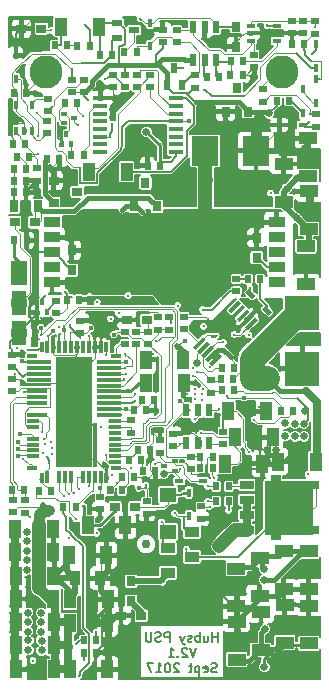
<source format=gbl>
G04 #@! TF.FileFunction,Copper,L6,Bot,Signal*
%FSLAX46Y46*%
G04 Gerber Fmt 4.6, Leading zero omitted, Abs format (unit mm)*
G04 Created by KiCad (PCBNEW 4.0.2-stable) date 1/2/2018 2:21:40 AM*
%MOMM*%
G01*
G04 APERTURE LIST*
%ADD10C,0.050000*%
%ADD11C,0.196850*%
%ADD12R,1.000000X1.550000*%
%ADD13R,0.800000X0.410000*%
%ADD14R,0.600000X1.100000*%
%ADD15R,0.650000X0.550000*%
%ADD16R,0.550000X0.650000*%
%ADD17R,0.400000X0.800000*%
%ADD18R,0.800000X0.875000*%
%ADD19R,1.550000X1.000000*%
%ADD20R,0.300000X0.500000*%
%ADD21R,3.000000X3.000000*%
%ADD22R,0.800000X1.000000*%
%ADD23R,1.300000X0.400000*%
%ADD24R,0.410000X0.800000*%
%ADD25C,0.750000*%
%ADD26R,2.300000X2.500000*%
%ADD27R,1.450000X1.250000*%
%ADD28R,0.800000X0.400000*%
%ADD29R,1.250000X0.900000*%
%ADD30R,0.900000X1.250000*%
%ADD31R,0.914400X0.304800*%
%ADD32R,2.105000X0.304800*%
%ADD33R,1.012800X0.304800*%
%ADD34R,0.304800X0.914400*%
%ADD35R,0.304800X1.012800*%
%ADD36R,1.800200X0.304800*%
%ADD37R,3.150000X9.380000*%
%ADD38R,0.450000X3.830000*%
%ADD39R,0.250000X0.250000*%
%ADD40R,1.200000X0.770000*%
%ADD41R,4.035000X4.560000*%
%ADD42R,0.905000X0.495000*%
%ADD43R,0.550000X0.750000*%
%ADD44C,0.400000*%
%ADD45R,1.450000X0.950000*%
%ADD46R,1.450000X1.450000*%
%ADD47C,1.450000*%
%ADD48R,1.250000X2.100000*%
%ADD49R,1.450000X2.100000*%
%ADD50R,1.250000X2.000000*%
%ADD51R,0.875000X0.800000*%
%ADD52R,0.800000X0.900000*%
%ADD53R,0.900000X0.800000*%
%ADD54C,2.800000*%
%ADD55R,0.930000X0.620000*%
%ADD56R,0.620000X0.930000*%
%ADD57R,0.500000X0.300000*%
%ADD58C,0.330200*%
%ADD59C,0.635000*%
%ADD60C,0.381000*%
%ADD61C,0.177800*%
%ADD62C,0.114300*%
%ADD63C,0.203200*%
%ADD64C,0.381000*%
%ADD65C,0.635000*%
%ADD66C,0.508000*%
%ADD67C,0.254000*%
%ADD68C,0.127000*%
%ADD69C,0.889000*%
%ADD70C,1.143000*%
%ADD71C,2.159000*%
%ADD72C,0.152400*%
G04 APERTURE END LIST*
D10*
D11*
X52692197Y-106943930D02*
X52692197Y-106156530D01*
X52692197Y-106531482D02*
X52242254Y-106531482D01*
X52242254Y-106943930D02*
X52242254Y-106156530D01*
X51529845Y-106418996D02*
X51529845Y-106943930D01*
X51867302Y-106418996D02*
X51867302Y-106831444D01*
X51829807Y-106906435D01*
X51754816Y-106943930D01*
X51642330Y-106943930D01*
X51567340Y-106906435D01*
X51529845Y-106868939D01*
X51154892Y-106943930D02*
X51154892Y-106156530D01*
X51154892Y-106456492D02*
X51079901Y-106418996D01*
X50929920Y-106418996D01*
X50854930Y-106456492D01*
X50817435Y-106493987D01*
X50779939Y-106568977D01*
X50779939Y-106793949D01*
X50817435Y-106868939D01*
X50854930Y-106906435D01*
X50929920Y-106943930D01*
X51079901Y-106943930D01*
X51154892Y-106906435D01*
X50479977Y-106906435D02*
X50404987Y-106943930D01*
X50255006Y-106943930D01*
X50180015Y-106906435D01*
X50142520Y-106831444D01*
X50142520Y-106793949D01*
X50180015Y-106718958D01*
X50255006Y-106681463D01*
X50367491Y-106681463D01*
X50442482Y-106643968D01*
X50479977Y-106568977D01*
X50479977Y-106531482D01*
X50442482Y-106456492D01*
X50367491Y-106418996D01*
X50255006Y-106418996D01*
X50180015Y-106456492D01*
X49880053Y-106418996D02*
X49692577Y-106943930D01*
X49505101Y-106418996D02*
X49692577Y-106943930D01*
X49767568Y-107131406D01*
X49805063Y-107168901D01*
X49880053Y-107206396D01*
X48605215Y-106943930D02*
X48605215Y-106156530D01*
X48305253Y-106156530D01*
X48230262Y-106194025D01*
X48192767Y-106231520D01*
X48155272Y-106306511D01*
X48155272Y-106418996D01*
X48192767Y-106493987D01*
X48230262Y-106531482D01*
X48305253Y-106568977D01*
X48605215Y-106568977D01*
X47855310Y-106906435D02*
X47742824Y-106943930D01*
X47555348Y-106943930D01*
X47480358Y-106906435D01*
X47442862Y-106868939D01*
X47405367Y-106793949D01*
X47405367Y-106718958D01*
X47442862Y-106643968D01*
X47480358Y-106606473D01*
X47555348Y-106568977D01*
X47705329Y-106531482D01*
X47780320Y-106493987D01*
X47817815Y-106456492D01*
X47855310Y-106381501D01*
X47855310Y-106306511D01*
X47817815Y-106231520D01*
X47780320Y-106194025D01*
X47705329Y-106156530D01*
X47517853Y-106156530D01*
X47405367Y-106194025D01*
X47067910Y-106156530D02*
X47067910Y-106793949D01*
X47030415Y-106868939D01*
X46992919Y-106906435D01*
X46917929Y-106943930D01*
X46767948Y-106943930D01*
X46692957Y-106906435D01*
X46655462Y-106868939D01*
X46617967Y-106793949D01*
X46617967Y-106156530D01*
X50854930Y-107455740D02*
X50592463Y-108243140D01*
X50329996Y-107455740D01*
X50105025Y-107530730D02*
X50067530Y-107493235D01*
X49992539Y-107455740D01*
X49805063Y-107455740D01*
X49730073Y-107493235D01*
X49692577Y-107530730D01*
X49655082Y-107605721D01*
X49655082Y-107680711D01*
X49692577Y-107793197D01*
X50142520Y-108243140D01*
X49655082Y-108243140D01*
X49317625Y-108168149D02*
X49280130Y-108205645D01*
X49317625Y-108243140D01*
X49355120Y-108205645D01*
X49317625Y-108168149D01*
X49317625Y-108243140D01*
X48530225Y-108243140D02*
X48980168Y-108243140D01*
X48755197Y-108243140D02*
X48755197Y-107455740D01*
X48830187Y-107568225D01*
X48905178Y-107643216D01*
X48980168Y-107680711D01*
X52598459Y-109504855D02*
X52485973Y-109542350D01*
X52298497Y-109542350D01*
X52223507Y-109504855D01*
X52186011Y-109467359D01*
X52148516Y-109392369D01*
X52148516Y-109317378D01*
X52186011Y-109242388D01*
X52223507Y-109204893D01*
X52298497Y-109167397D01*
X52448478Y-109129902D01*
X52523469Y-109092407D01*
X52560964Y-109054912D01*
X52598459Y-108979921D01*
X52598459Y-108904931D01*
X52560964Y-108829940D01*
X52523469Y-108792445D01*
X52448478Y-108754950D01*
X52261002Y-108754950D01*
X52148516Y-108792445D01*
X51511097Y-109504855D02*
X51586087Y-109542350D01*
X51736068Y-109542350D01*
X51811059Y-109504855D01*
X51848554Y-109429864D01*
X51848554Y-109129902D01*
X51811059Y-109054912D01*
X51736068Y-109017416D01*
X51586087Y-109017416D01*
X51511097Y-109054912D01*
X51473602Y-109129902D01*
X51473602Y-109204893D01*
X51848554Y-109279883D01*
X51136145Y-109017416D02*
X51136145Y-109804816D01*
X51136145Y-109054912D02*
X51061154Y-109017416D01*
X50911173Y-109017416D01*
X50836183Y-109054912D01*
X50798688Y-109092407D01*
X50761192Y-109167397D01*
X50761192Y-109392369D01*
X50798688Y-109467359D01*
X50836183Y-109504855D01*
X50911173Y-109542350D01*
X51061154Y-109542350D01*
X51136145Y-109504855D01*
X50536221Y-109017416D02*
X50236259Y-109017416D01*
X50423735Y-108754950D02*
X50423735Y-109429864D01*
X50386240Y-109504855D01*
X50311249Y-109542350D01*
X50236259Y-109542350D01*
X49411363Y-108829940D02*
X49373868Y-108792445D01*
X49298877Y-108754950D01*
X49111401Y-108754950D01*
X49036411Y-108792445D01*
X48998915Y-108829940D01*
X48961420Y-108904931D01*
X48961420Y-108979921D01*
X48998915Y-109092407D01*
X49448858Y-109542350D01*
X48961420Y-109542350D01*
X48473982Y-108754950D02*
X48398991Y-108754950D01*
X48324001Y-108792445D01*
X48286506Y-108829940D01*
X48249010Y-108904931D01*
X48211515Y-109054912D01*
X48211515Y-109242388D01*
X48249010Y-109392369D01*
X48286506Y-109467359D01*
X48324001Y-109504855D01*
X48398991Y-109542350D01*
X48473982Y-109542350D01*
X48548972Y-109504855D01*
X48586468Y-109467359D01*
X48623963Y-109392369D01*
X48661458Y-109242388D01*
X48661458Y-109054912D01*
X48623963Y-108904931D01*
X48586468Y-108829940D01*
X48548972Y-108792445D01*
X48473982Y-108754950D01*
X47461610Y-109542350D02*
X47911553Y-109542350D01*
X47686582Y-109542350D02*
X47686582Y-108754950D01*
X47761572Y-108867435D01*
X47836563Y-108942426D01*
X47911553Y-108979921D01*
X47199143Y-108754950D02*
X46674210Y-108754950D01*
X47011667Y-109542350D01*
D12*
X39396422Y-54872055D03*
X42596422Y-54872055D03*
D13*
X55499262Y-56070455D03*
X55499262Y-55420455D03*
X55499262Y-54770455D03*
X57699262Y-54770455D03*
X57699262Y-56070455D03*
D14*
X50632942Y-54874135D03*
X51582942Y-54874135D03*
X52532942Y-54874135D03*
X52532942Y-57674135D03*
X50632942Y-57674135D03*
X51582942Y-57674135D03*
D15*
X53117102Y-89180535D03*
X53117102Y-90220535D03*
D16*
X58938782Y-56319855D03*
X59978782Y-56319855D03*
X57694182Y-61161095D03*
X58734182Y-61161095D03*
D15*
X58964182Y-55397135D03*
X58964182Y-54357135D03*
D16*
X39948342Y-56457015D03*
X38908342Y-56457015D03*
X45817142Y-57031055D03*
X44777142Y-57031055D03*
X54815662Y-57798135D03*
X53775662Y-57798135D03*
X51762142Y-59136715D03*
X52802142Y-59136715D03*
D15*
X49235982Y-56192855D03*
X49235982Y-55152855D03*
X43795302Y-59964055D03*
X43795302Y-58924055D03*
X44801142Y-58924055D03*
X44801142Y-59964055D03*
D17*
X59878582Y-60175575D03*
X59878582Y-62175575D03*
X60986022Y-56370655D03*
X60986022Y-58370655D03*
X60975862Y-59291655D03*
X60975862Y-61291655D03*
X46934742Y-56528135D03*
X46934742Y-54528135D03*
D15*
X60909822Y-55456255D03*
X60909822Y-54416255D03*
X59934462Y-54384375D03*
X59934462Y-55424375D03*
X55773942Y-57244415D03*
X55773942Y-58284415D03*
X48011702Y-56157295D03*
X48011702Y-55117295D03*
D18*
X54234702Y-56561895D03*
X54234702Y-54861895D03*
D16*
X45165062Y-91595375D03*
X46205062Y-91595375D03*
X43727862Y-57224095D03*
X42687862Y-57224095D03*
X59087942Y-87394215D03*
X58047942Y-87394215D03*
X52250962Y-92240535D03*
X51210962Y-92240535D03*
D19*
X56342902Y-104445435D03*
X56342902Y-107645435D03*
X54290582Y-105247335D03*
X54290582Y-108447335D03*
X56226062Y-103037875D03*
X56226062Y-99837875D03*
X54249942Y-103939575D03*
X54249942Y-100739575D03*
D16*
X40932722Y-77986055D03*
X39892722Y-77986055D03*
D15*
X39022642Y-79113815D03*
X39022642Y-78073815D03*
D20*
X37793282Y-78150735D03*
X38193282Y-79050735D03*
X37393282Y-79050735D03*
D21*
X59850642Y-79113315D03*
X59850642Y-83813315D03*
D12*
X35614902Y-105301215D03*
X38814902Y-105301215D03*
X35567702Y-103320015D03*
X38767702Y-103320015D03*
X43350602Y-105364715D03*
X40150602Y-105364715D03*
X43348802Y-109289015D03*
X40148802Y-109289015D03*
X35564102Y-97401815D03*
X38764102Y-97401815D03*
X35540502Y-99357615D03*
X38740502Y-99357615D03*
X35565902Y-101338815D03*
X38765902Y-101338815D03*
X43390502Y-103345415D03*
X40190502Y-103345415D03*
D15*
X50389142Y-91278575D03*
X50389142Y-92318575D03*
X48865142Y-90352615D03*
X48865142Y-89312615D03*
D19*
X58362202Y-103805355D03*
X58362202Y-107005355D03*
X58280922Y-102499395D03*
X58280922Y-99299395D03*
D16*
X46270662Y-86464575D03*
X47310662Y-86464575D03*
X42376902Y-106825215D03*
X41336902Y-106825215D03*
X41336902Y-107866615D03*
X42376902Y-107866615D03*
X38235942Y-66070915D03*
X39275942Y-66070915D03*
D15*
X45324382Y-88189555D03*
X45324382Y-89229555D03*
D14*
X51933542Y-90138335D03*
X50983542Y-90138335D03*
X50033542Y-90138335D03*
X50033542Y-87338335D03*
X51933542Y-87338335D03*
X50983542Y-87338335D03*
D16*
X52257502Y-91285495D03*
X51217502Y-91285495D03*
D12*
X57350342Y-89629415D03*
X54150342Y-89629415D03*
X56462822Y-91864615D03*
X53262822Y-91864615D03*
X56787942Y-87445015D03*
X53587942Y-87445015D03*
D19*
X60401822Y-102493575D03*
X60401822Y-99293575D03*
D15*
X47803424Y-89883735D03*
X47803424Y-90923735D03*
X35286302Y-83680415D03*
X35286302Y-82640415D03*
X35273602Y-85712415D03*
X35273602Y-84672415D03*
D16*
X38560362Y-94155695D03*
X37520362Y-94155695D03*
X52579702Y-95065015D03*
X53619702Y-95065015D03*
D15*
X35311702Y-95948615D03*
X35311702Y-94908615D03*
D16*
X52579702Y-93795015D03*
X53619702Y-93795015D03*
X53021282Y-85623835D03*
X54061282Y-85623835D03*
X52962862Y-84681495D03*
X54002862Y-84681495D03*
D15*
X36327702Y-94976815D03*
X36327702Y-96016815D03*
D16*
X40649702Y-95573015D03*
X39609702Y-95573015D03*
D15*
X42720882Y-95697475D03*
X42720882Y-94657475D03*
D16*
X43542002Y-94130295D03*
X44582002Y-94130295D03*
D15*
X44851942Y-81742259D03*
X44851942Y-80702259D03*
X45806982Y-80694259D03*
X45806982Y-81734259D03*
X46741702Y-81721939D03*
X46741702Y-80681939D03*
X47635782Y-79483059D03*
X47635782Y-80523059D03*
X48529862Y-80523059D03*
X48529862Y-79483059D03*
X41062262Y-80802595D03*
X41062262Y-79762595D03*
X52151902Y-85854655D03*
X52151902Y-84814655D03*
D16*
X35266682Y-94107435D03*
X36306682Y-94107435D03*
X45932142Y-90716535D03*
X46972142Y-90716535D03*
D22*
X35433623Y-70086655D03*
X37433623Y-70086655D03*
D10*
G36*
X52240813Y-83612680D02*
X51990747Y-83367798D01*
X52830343Y-82510430D01*
X53080409Y-82755312D01*
X52240813Y-83612680D01*
X52240813Y-83612680D01*
G37*
G36*
X51883577Y-83262848D02*
X51633511Y-83017966D01*
X52473107Y-82160598D01*
X52723173Y-82405480D01*
X51883577Y-83262848D01*
X51883577Y-83262848D01*
G37*
G36*
X51526341Y-82913016D02*
X51276275Y-82668134D01*
X52115871Y-81810766D01*
X52365937Y-82055648D01*
X51526341Y-82913016D01*
X51526341Y-82913016D01*
G37*
G36*
X51169104Y-82563185D02*
X50919038Y-82318303D01*
X51758634Y-81460935D01*
X52008700Y-81705817D01*
X51169104Y-82563185D01*
X51169104Y-82563185D01*
G37*
G36*
X50811868Y-82213353D02*
X50561802Y-81968471D01*
X51401398Y-81111103D01*
X51651464Y-81355985D01*
X50811868Y-82213353D01*
X50811868Y-82213353D01*
G37*
G36*
X53820421Y-79141120D02*
X53570355Y-78896238D01*
X54409951Y-78038870D01*
X54660017Y-78283752D01*
X53820421Y-79141120D01*
X53820421Y-79141120D01*
G37*
G36*
X54177657Y-79490952D02*
X53927591Y-79246070D01*
X54767187Y-78388702D01*
X55017253Y-78633584D01*
X54177657Y-79490952D01*
X54177657Y-79490952D01*
G37*
G36*
X54534893Y-79840784D02*
X54284827Y-79595902D01*
X55124423Y-78738534D01*
X55374489Y-78983416D01*
X54534893Y-79840784D01*
X54534893Y-79840784D01*
G37*
G36*
X54892130Y-80190615D02*
X54642064Y-79945733D01*
X55481660Y-79088365D01*
X55731726Y-79333247D01*
X54892130Y-80190615D01*
X54892130Y-80190615D01*
G37*
G36*
X55249366Y-80540447D02*
X54999300Y-80295565D01*
X55838896Y-79438197D01*
X56088962Y-79683079D01*
X55249366Y-80540447D01*
X55249366Y-80540447D01*
G37*
D23*
X42759782Y-65474015D03*
X42759782Y-64824015D03*
X42759782Y-64174015D03*
X42759782Y-62874015D03*
X42759782Y-63524015D03*
X42759782Y-62224015D03*
X42759782Y-61574015D03*
X42759782Y-60924015D03*
X49159782Y-62874015D03*
X49159782Y-63524015D03*
X49159782Y-62224015D03*
X49159782Y-61574015D03*
X49159782Y-60924015D03*
X49159782Y-64174015D03*
X49159782Y-65474015D03*
X49159782Y-64824015D03*
D16*
X36449302Y-66886256D03*
X35409302Y-66886256D03*
D15*
X45812062Y-58949455D03*
X45812062Y-59989455D03*
X46965222Y-59989455D03*
X46965222Y-58949455D03*
D16*
X36474702Y-67892096D03*
X35434702Y-67892096D03*
D15*
X37358940Y-67901935D03*
X37358940Y-66861935D03*
X40381542Y-60432115D03*
X40381542Y-59392115D03*
D16*
X41854742Y-56482415D03*
X40814742Y-56482415D03*
D15*
X38324142Y-60954215D03*
X38324142Y-61994215D03*
X41359442Y-60430715D03*
X41359442Y-59390715D03*
D10*
G36*
X47893876Y-91912363D02*
X48393827Y-91905382D01*
X48398016Y-92205353D01*
X47898065Y-92212334D01*
X47893876Y-91912363D01*
X47893876Y-91912363D01*
G37*
G36*
X48788203Y-91499836D02*
X49288154Y-91492855D01*
X49292343Y-91792826D01*
X48792392Y-91799807D01*
X48788203Y-91499836D01*
X48788203Y-91499836D01*
G37*
G36*
X48799373Y-92299758D02*
X49299324Y-92292777D01*
X49303513Y-92592748D01*
X48803562Y-92599729D01*
X48799373Y-92299758D01*
X48799373Y-92299758D01*
G37*
D24*
X36947462Y-63670616D03*
X36297462Y-63670616D03*
X35647462Y-63670616D03*
X35647462Y-61470616D03*
X36947462Y-61470616D03*
D25*
X46624862Y-98681975D03*
D26*
X55940202Y-65372415D03*
X51640202Y-65372415D03*
D27*
X48466362Y-97656015D03*
X48466362Y-94506015D03*
D17*
X50244362Y-96319015D03*
X50244362Y-94319015D03*
D28*
X51429023Y-93307335D03*
X49429023Y-93307335D03*
D15*
X49825262Y-80469855D03*
X49825262Y-79429855D03*
D16*
X36398502Y-64803457D03*
X35358502Y-64803457D03*
D19*
X60396742Y-68803415D03*
X60396742Y-72003415D03*
X58263142Y-66490215D03*
X58263142Y-69690215D03*
X60345942Y-64305815D03*
X60345942Y-67505815D03*
D12*
X44966042Y-67150415D03*
X41766042Y-67150415D03*
D16*
X47782402Y-66629715D03*
X46742402Y-66629715D03*
X35466642Y-72954315D03*
X36506642Y-72954315D03*
D19*
X60168142Y-76649815D03*
X60168142Y-73449815D03*
D16*
X35415842Y-60482915D03*
X36455842Y-60482915D03*
X35418702Y-68877613D03*
X36458702Y-68877613D03*
D12*
X57782542Y-91686815D03*
X60982542Y-91686815D03*
D29*
X48466362Y-101111015D03*
X48466362Y-99011015D03*
D12*
X44863702Y-97097015D03*
X41663702Y-97097015D03*
D30*
X42737102Y-101567415D03*
X40637102Y-101567415D03*
D12*
X49814902Y-85039635D03*
X46614902Y-85039635D03*
X46584422Y-83068595D03*
X49784422Y-83068595D03*
X43261702Y-99611615D03*
X40061702Y-99611615D03*
D29*
X50498362Y-99755015D03*
X50498362Y-97655015D03*
D12*
X35642102Y-109263615D03*
X38842102Y-109263615D03*
X35614902Y-107257015D03*
X38814902Y-107257015D03*
D31*
X44074702Y-82746015D03*
D32*
X43477802Y-83245887D03*
X43477802Y-83746013D03*
X43477802Y-84245885D03*
X43477802Y-84746011D03*
X43477802Y-85245883D03*
X43477802Y-85746009D03*
X43477802Y-86245881D03*
X43477802Y-86746007D03*
X43477802Y-87245879D03*
X43477802Y-87745751D03*
D33*
X44023902Y-88245623D03*
X44023902Y-88745749D03*
X44023902Y-89245621D03*
X44023902Y-89745747D03*
X44023902Y-90245619D03*
X44023902Y-90745745D03*
X44023902Y-91245617D03*
X44023902Y-91745743D03*
D31*
X44074702Y-92245615D03*
D34*
X43270106Y-93044115D03*
D35*
X42770234Y-92993315D03*
X42270108Y-92993315D03*
X41770236Y-92993315D03*
X41270110Y-92993315D03*
X40270366Y-92993315D03*
X39770494Y-92993315D03*
X39270368Y-92993315D03*
X38270370Y-92993315D03*
D34*
X37770498Y-93044115D03*
D31*
X36965902Y-92245615D03*
D33*
X37016702Y-91245617D03*
X37016702Y-90745745D03*
X37016702Y-90245619D03*
X37016702Y-89745747D03*
X37016702Y-88745749D03*
X37016702Y-88245623D03*
D36*
X37410402Y-87745751D03*
X37410402Y-86746007D03*
X37410402Y-86245881D03*
X37410402Y-85746009D03*
D32*
X37562802Y-84746011D03*
X37562802Y-84245885D03*
X37562802Y-83746013D03*
X37562802Y-83245887D03*
D31*
X36965902Y-82746015D03*
D34*
X37770498Y-81947515D03*
D35*
X38270370Y-81998315D03*
X38770496Y-81998315D03*
X39270368Y-81998315D03*
X39770494Y-81998315D03*
X40270366Y-81998315D03*
X40770238Y-81998315D03*
X41270110Y-81998315D03*
X41770236Y-81998315D03*
X42270108Y-81998315D03*
X42770234Y-81998315D03*
D34*
X43270106Y-81947515D03*
D37*
X40520302Y-87495815D03*
D38*
X42320302Y-90270815D03*
D39*
X40670302Y-82995815D03*
X40920302Y-82995815D03*
X40420302Y-82995815D03*
X40170302Y-82995815D03*
X39170302Y-82995815D03*
X39420302Y-82995815D03*
X39670302Y-82995815D03*
X39920302Y-82995815D03*
X41170302Y-82995815D03*
X41420302Y-82995815D03*
X41670302Y-82995815D03*
X41920302Y-82995815D03*
X39170302Y-83245815D03*
X39420302Y-83245815D03*
X39670302Y-83245815D03*
X39920302Y-83245815D03*
X40170302Y-83245815D03*
X40420302Y-83245815D03*
X40670302Y-83245815D03*
X40920302Y-83245815D03*
X41170302Y-83245815D03*
X41420302Y-83245815D03*
X41670302Y-83245815D03*
X41920302Y-83245815D03*
X41420302Y-83495815D03*
X41420302Y-83745815D03*
X41170302Y-83495815D03*
X41670302Y-83495815D03*
X41670302Y-83745815D03*
X41920302Y-83745815D03*
X41170302Y-83745815D03*
X41920302Y-83495815D03*
X40670302Y-83745815D03*
X40420302Y-83745815D03*
X40920302Y-83495815D03*
X40920302Y-83745815D03*
X40670302Y-83495815D03*
X40170302Y-83495815D03*
X40170302Y-83745815D03*
X40420302Y-83495815D03*
X39920302Y-83495815D03*
X39670302Y-83745815D03*
X39170302Y-83745815D03*
X39420302Y-83495815D03*
X39170302Y-83495815D03*
X39420302Y-83745815D03*
X39920302Y-83745815D03*
X39670302Y-83495815D03*
X41420302Y-84495815D03*
X41420302Y-84745815D03*
X41170302Y-84495815D03*
X41670302Y-84495815D03*
X41670302Y-84745815D03*
X41920302Y-84745815D03*
X41170302Y-84745815D03*
X41920302Y-84495815D03*
X40670302Y-84745815D03*
X40420302Y-84745815D03*
X40920302Y-84495815D03*
X40920302Y-84745815D03*
X40670302Y-84495815D03*
X40170302Y-84495815D03*
X40170302Y-84745815D03*
X40420302Y-84495815D03*
X39920302Y-84495815D03*
X39670302Y-84745815D03*
X39170302Y-84745815D03*
X39420302Y-84495815D03*
X39170302Y-84495815D03*
X39420302Y-84745815D03*
X39920302Y-84745815D03*
X39670302Y-84495815D03*
X39420302Y-84245815D03*
X39670302Y-83995815D03*
X39170302Y-83995815D03*
X39420302Y-83995815D03*
X39170302Y-84245815D03*
X40420302Y-83995815D03*
X39920302Y-83995815D03*
X40170302Y-84245815D03*
X40420302Y-84245815D03*
X40170302Y-83995815D03*
X39920302Y-84245815D03*
X39670302Y-84245815D03*
X41170302Y-84245815D03*
X41420302Y-83995815D03*
X41420302Y-84245815D03*
X41170302Y-83995815D03*
X40670302Y-83995815D03*
X40920302Y-84245815D03*
X40670302Y-84245815D03*
X40920302Y-83995815D03*
X41920302Y-83995815D03*
X41670302Y-83995815D03*
X41670302Y-84245815D03*
X41920302Y-84245815D03*
X39920302Y-85745815D03*
X39670302Y-85745815D03*
X39170302Y-85745815D03*
X39420302Y-85745815D03*
X39670302Y-85995815D03*
X39920302Y-85995815D03*
X39420302Y-85995815D03*
X39170302Y-85995815D03*
X39670302Y-85245815D03*
X39670302Y-84995815D03*
X39670302Y-85495815D03*
X39920302Y-84995815D03*
X39920302Y-85495815D03*
X39920302Y-85245815D03*
X39170302Y-85245815D03*
X39170302Y-84995815D03*
X39420302Y-84995815D03*
X39420302Y-85245815D03*
X39420302Y-85495815D03*
X39170302Y-85495815D03*
X39420302Y-86495815D03*
X39170302Y-86495815D03*
X39420302Y-86745815D03*
X39420302Y-86245815D03*
X39170302Y-86245815D03*
X39170302Y-86745815D03*
X39670302Y-86745815D03*
X39920302Y-86745815D03*
X39670302Y-86245815D03*
X39670302Y-86495815D03*
X39920302Y-86245815D03*
X39920302Y-86495815D03*
X40170302Y-86245815D03*
X40420302Y-86495815D03*
X40420302Y-86745815D03*
X40920302Y-86745815D03*
X40670302Y-86745815D03*
X40170302Y-86495815D03*
X40420302Y-86245815D03*
X40170302Y-86745815D03*
X40670302Y-85995815D03*
X40920302Y-86245815D03*
X40670302Y-85745815D03*
X40920302Y-85745815D03*
X40670302Y-86495815D03*
X40920302Y-86495815D03*
X40920302Y-85995815D03*
X40670302Y-86245815D03*
X40420302Y-84995815D03*
X40170302Y-84995815D03*
X40170302Y-85245815D03*
X40420302Y-85245815D03*
X40420302Y-85495815D03*
X40920302Y-85245815D03*
X40670302Y-85245815D03*
X40670302Y-85495815D03*
X40670302Y-84995815D03*
X40920302Y-84995815D03*
X40920302Y-85495815D03*
X40170302Y-85495815D03*
X40170302Y-85745815D03*
X40420302Y-85745815D03*
X40170302Y-85995815D03*
X40420302Y-85995815D03*
X41170302Y-85245815D03*
X41170302Y-85495815D03*
X41420302Y-85495815D03*
X41170302Y-85745815D03*
X41170302Y-84995815D03*
X41420302Y-85245815D03*
X41420302Y-84995815D03*
X41670302Y-85995815D03*
X41670302Y-85745815D03*
X41920302Y-85745815D03*
X41920302Y-85995815D03*
X41420302Y-85745815D03*
X41170302Y-85995815D03*
X41420302Y-85995815D03*
X41920302Y-85245815D03*
X41670302Y-84995815D03*
X41670302Y-85245815D03*
X41920302Y-84995815D03*
X41670302Y-85495815D03*
X41920302Y-85495815D03*
X41670302Y-86495815D03*
X41670302Y-86745815D03*
X41920302Y-86245815D03*
X41670302Y-86245815D03*
X41920302Y-86495815D03*
X41920302Y-86745815D03*
X41420302Y-86745815D03*
X41420302Y-86495815D03*
X41170302Y-86745815D03*
X41420302Y-86245815D03*
X41170302Y-86495815D03*
X41170302Y-86245815D03*
X41670302Y-87745815D03*
X41920302Y-87495815D03*
X41670302Y-87495815D03*
X41420302Y-87495815D03*
X41920302Y-87745815D03*
X41920302Y-87995815D03*
X41170302Y-87745815D03*
X41420302Y-87745815D03*
X41670302Y-87995815D03*
X41170302Y-87995815D03*
X41420302Y-87995815D03*
X40670302Y-86995815D03*
X40920302Y-87245815D03*
X40670302Y-87495815D03*
X40920302Y-87495815D03*
X41170302Y-87495815D03*
X40670302Y-87245815D03*
X41420302Y-86995815D03*
X41420302Y-87245815D03*
X40920302Y-86995815D03*
X41170302Y-86995815D03*
X41170302Y-87245815D03*
X41670302Y-87245815D03*
X41920302Y-87245815D03*
X41670302Y-86995815D03*
X41920302Y-86995815D03*
X40170302Y-87745815D03*
X40420302Y-87745815D03*
X40170302Y-87995815D03*
X40420302Y-87995815D03*
X40420302Y-88245815D03*
X40170302Y-88495815D03*
X40170302Y-88245815D03*
X40420302Y-88495815D03*
X40920302Y-87745815D03*
X40920302Y-87995815D03*
X40670302Y-87745815D03*
X40670302Y-87995815D03*
X40920302Y-88745815D03*
X40670302Y-88745815D03*
X40420302Y-88995815D03*
X40670302Y-89245815D03*
X40420302Y-89245815D03*
X40920302Y-89245815D03*
X40170302Y-88745815D03*
X40420302Y-88745815D03*
X40170302Y-88995815D03*
X39920302Y-89245815D03*
X39920302Y-88745815D03*
X39920302Y-88995815D03*
X40170302Y-89245815D03*
X39670302Y-88245815D03*
X39670302Y-88495815D03*
X39920302Y-88495815D03*
X39920302Y-88245815D03*
X39170302Y-88495815D03*
X39420302Y-88245815D03*
X39170302Y-88245815D03*
X39420302Y-88745815D03*
X39420302Y-88495815D03*
X39170302Y-88745815D03*
X39670302Y-89245815D03*
X39670302Y-88995815D03*
X39420302Y-89245815D03*
X39670302Y-88745815D03*
X39170302Y-88995815D03*
X39420302Y-88995815D03*
X39170302Y-89245815D03*
X39170302Y-87495815D03*
X39170302Y-87745815D03*
X39420302Y-87995815D03*
X39420302Y-87495815D03*
X39170302Y-87995815D03*
X39420302Y-87745815D03*
X39920302Y-87995815D03*
X39920302Y-87745815D03*
X39670302Y-87995815D03*
X39670302Y-87745815D03*
X39670302Y-87495815D03*
X39920302Y-87495815D03*
X40170302Y-86995815D03*
X39920302Y-87245815D03*
X39670302Y-87245815D03*
X39670302Y-86995815D03*
X39920302Y-86995815D03*
X39420302Y-87245815D03*
X39170302Y-87245815D03*
X39170302Y-86995815D03*
X39420302Y-86995815D03*
X40420302Y-87495815D03*
X40170302Y-87245815D03*
X40420302Y-87245815D03*
X40420302Y-86995815D03*
X40170302Y-87495815D03*
X41420302Y-90495815D03*
X41170302Y-89995815D03*
X41420302Y-90245815D03*
X41170302Y-90495815D03*
X41170302Y-90245815D03*
X41170302Y-90745815D03*
X41420302Y-89995815D03*
X41420302Y-90745815D03*
X41420302Y-89245815D03*
X41420302Y-89495815D03*
X41170302Y-89495815D03*
X41170302Y-89245815D03*
X41170302Y-89745815D03*
X40920302Y-89745815D03*
X40920302Y-89495815D03*
X41420302Y-89745815D03*
X41670302Y-90745815D03*
X41920302Y-90245815D03*
X41920302Y-90745815D03*
X41670302Y-90495815D03*
X41670302Y-89995815D03*
X41670302Y-90245815D03*
X41920302Y-90495815D03*
X41920302Y-89995815D03*
X41670302Y-89745815D03*
X41670302Y-89245815D03*
X41670302Y-89495815D03*
X41920302Y-89495815D03*
X41920302Y-89245815D03*
X41920302Y-89745815D03*
X39170302Y-90745815D03*
X39920302Y-89495815D03*
X39670302Y-90495815D03*
X39920302Y-90245815D03*
X40920302Y-90495815D03*
X40920302Y-90745815D03*
X40920302Y-90245815D03*
X40670302Y-90745815D03*
X40170302Y-90245815D03*
X40920302Y-89995815D03*
X40670302Y-88245815D03*
X40920302Y-88495815D03*
X40920302Y-88245815D03*
X40670302Y-88495815D03*
X41170302Y-88245815D03*
X41920302Y-88745815D03*
X41920302Y-88495815D03*
X41670302Y-88745815D03*
X41670302Y-88995815D03*
X41920302Y-88995815D03*
X40670302Y-88995815D03*
X41420302Y-88495815D03*
X41170302Y-88745815D03*
X41420302Y-88745815D03*
X41170302Y-88495815D03*
X41170302Y-88995815D03*
X40920302Y-88995815D03*
X41420302Y-88995815D03*
X41670302Y-88495815D03*
X41920302Y-88245815D03*
X41670302Y-88245815D03*
X41420302Y-88245815D03*
X40670302Y-90245815D03*
X40420302Y-90245815D03*
X40670302Y-90495815D03*
X40420302Y-90495815D03*
X40420302Y-90745815D03*
X39670302Y-90745815D03*
X39920302Y-90495815D03*
X40170302Y-90495815D03*
X39920302Y-90745815D03*
X40170302Y-90745815D03*
X39670302Y-90245815D03*
X39420302Y-90745815D03*
X39170302Y-90495815D03*
X39420302Y-90245815D03*
X39420302Y-89995815D03*
X39170302Y-89995815D03*
X39420302Y-90495815D03*
X39170302Y-90245815D03*
X39920302Y-89745815D03*
X40420302Y-89745815D03*
X39920302Y-89995815D03*
X40170302Y-89495815D03*
X40170302Y-89745815D03*
X40170302Y-89995815D03*
X39670302Y-89745815D03*
X39170302Y-89745815D03*
X39420302Y-89745815D03*
X39670302Y-89995815D03*
X39170302Y-89495815D03*
X39670302Y-89495815D03*
X39420302Y-89495815D03*
X40670302Y-89495815D03*
X40670302Y-89995815D03*
X40420302Y-89995815D03*
X40670302Y-89745815D03*
X40420302Y-89495815D03*
X41920302Y-90995815D03*
X41670302Y-90995815D03*
X41420302Y-90995815D03*
X40670302Y-91495815D03*
X40920302Y-91745815D03*
X41170302Y-91495815D03*
X41170302Y-91745815D03*
X40920302Y-91495815D03*
X40670302Y-91745815D03*
X40670302Y-91245815D03*
X40920302Y-90995815D03*
X41170302Y-91245815D03*
X41170302Y-90995815D03*
X40920302Y-91245815D03*
X40670302Y-90995815D03*
X41670302Y-91745815D03*
X41920302Y-91245815D03*
X41920302Y-91745815D03*
X41670302Y-91495815D03*
X41920302Y-91495815D03*
X41420302Y-91245815D03*
X41420302Y-91745815D03*
X41420302Y-91495815D03*
X41670302Y-91245815D03*
X40420302Y-90995815D03*
X40420302Y-91495815D03*
X40420302Y-91745815D03*
X40170302Y-91745815D03*
X40420302Y-91245815D03*
X39420302Y-90995815D03*
X39170302Y-90995815D03*
X39920302Y-90995815D03*
X39670302Y-90995815D03*
X40170302Y-90995815D03*
X40170302Y-91245815D03*
X39920302Y-91245815D03*
X39170302Y-91245815D03*
X39670302Y-91745815D03*
X39420302Y-91495815D03*
X39170302Y-91495815D03*
X39420302Y-91245815D03*
X39420302Y-91745815D03*
X39170302Y-91745815D03*
X39670302Y-91495815D03*
X39920302Y-91745815D03*
X39920302Y-91495815D03*
X39670302Y-91245815D03*
X40170302Y-91495815D03*
X41920302Y-91995815D03*
X41670302Y-91995815D03*
X41420302Y-91995815D03*
X41170302Y-91995815D03*
X40920302Y-91995815D03*
X40670302Y-91995815D03*
X40420302Y-91995815D03*
X40170302Y-91995815D03*
X39920302Y-91995815D03*
X39670302Y-91995815D03*
X39420302Y-91995815D03*
X39170302Y-91995815D03*
D40*
X55138942Y-97483095D03*
X55138942Y-96213095D03*
X55138942Y-94943095D03*
X55138942Y-93673095D03*
D41*
X58698942Y-95578095D03*
D42*
X57581442Y-98105595D03*
X57581442Y-93050595D03*
D43*
X60990502Y-93673095D03*
X60990502Y-97483095D03*
D16*
X44577942Y-92999995D03*
X45617942Y-92999995D03*
D15*
X46680742Y-95058095D03*
X46680742Y-96098095D03*
D16*
X46358862Y-92471675D03*
X47398862Y-92471675D03*
X46647402Y-87348495D03*
X45607402Y-87348495D03*
D44*
X44945922Y-83241315D03*
X36081322Y-83198135D03*
D19*
X60401822Y-103879015D03*
X60401822Y-107079015D03*
D44*
X43876582Y-80942615D03*
X39685582Y-80587015D03*
X45111022Y-85740675D03*
X49929402Y-81473475D03*
X45987322Y-93906775D03*
X41920782Y-80393975D03*
X42690402Y-93949955D03*
X38743242Y-80622575D03*
X44935762Y-87229115D03*
X35776522Y-90620015D03*
X35751122Y-91201675D03*
X35923842Y-89327155D03*
X35758742Y-90068835D03*
X37714542Y-80340635D03*
X49474742Y-86530615D03*
X54882402Y-86268995D03*
X50244362Y-62873055D03*
D16*
X35696642Y-65867715D03*
X36736642Y-65867715D03*
D45*
X38645642Y-71430315D03*
X38645642Y-72700315D03*
X38645642Y-73970315D03*
X38645642Y-75240315D03*
X38645642Y-76510315D03*
X57687642Y-71430315D03*
X57687642Y-72700315D03*
X57687642Y-73970315D03*
X57687642Y-76510315D03*
X57687642Y-75240315D03*
D46*
X35855262Y-75745775D03*
D47*
X35855262Y-78285775D03*
X35855262Y-80825775D03*
D48*
X35855262Y-78285775D03*
D49*
X35855262Y-75745775D03*
D50*
X35855262Y-80825775D03*
D18*
X45354862Y-103520615D03*
X45354862Y-101820615D03*
D51*
X43986702Y-95573015D03*
X45686702Y-95573015D03*
D18*
X55977142Y-74439415D03*
X55977142Y-72739415D03*
D51*
X46207402Y-104727175D03*
X44507402Y-104727175D03*
X44996782Y-79698259D03*
X46696782Y-79698259D03*
D18*
X40330742Y-75493415D03*
X40330742Y-73793415D03*
D51*
X37193784Y-71443015D03*
X35493784Y-71443015D03*
D16*
X54059442Y-83736615D03*
X53019442Y-83736615D03*
D15*
X51278142Y-96524815D03*
X51278142Y-95484815D03*
D52*
X53348242Y-62057715D03*
X54298242Y-60057715D03*
X55248242Y-62057715D03*
D53*
X38784642Y-67889515D03*
X40784642Y-68839515D03*
X38784642Y-69789515D03*
D52*
X45618942Y-70084115D03*
X46568942Y-68084115D03*
X47518942Y-70084115D03*
D51*
X36061902Y-55034615D03*
X37761902Y-55034615D03*
D54*
X38146342Y-58717615D03*
X58146342Y-58717615D03*
D55*
X45598702Y-55176855D03*
X44128702Y-55826855D03*
X44128702Y-54526855D03*
D28*
X59892302Y-63172775D03*
X57892302Y-63172775D03*
D17*
X35606342Y-59295975D03*
X35606342Y-57295975D03*
D16*
X54796042Y-58920815D03*
X53756042Y-58920815D03*
D15*
X61044442Y-63340415D03*
X61044442Y-62300415D03*
D56*
X49015242Y-58339815D03*
X49665242Y-59809815D03*
X48365242Y-59809815D03*
D15*
X50744742Y-58997015D03*
X50744742Y-60037015D03*
X56535942Y-60178115D03*
X56535942Y-61218115D03*
D16*
X40306742Y-65728015D03*
X41346742Y-65728015D03*
X39759942Y-61359215D03*
X40799942Y-61359215D03*
D10*
G36*
X57016170Y-79330786D02*
X56450485Y-78765101D01*
X56733328Y-78482258D01*
X57299013Y-79047943D01*
X57016170Y-79330786D01*
X57016170Y-79330786D01*
G37*
G36*
X55601956Y-77916572D02*
X55036271Y-77350887D01*
X55319114Y-77068044D01*
X55884799Y-77633729D01*
X55601956Y-77916572D01*
X55601956Y-77916572D01*
G37*
D15*
X54262642Y-76218915D03*
X54262642Y-77258915D03*
D16*
X56281942Y-76243615D03*
X55241942Y-76243615D03*
D15*
X38235242Y-63897815D03*
X38235242Y-62857815D03*
D57*
X40557642Y-62635615D03*
X39657642Y-63035615D03*
X39657642Y-62235615D03*
D20*
X39860842Y-63937315D03*
X40260842Y-64837315D03*
X39460842Y-64837315D03*
D58*
X37038902Y-108552415D03*
X40066899Y-98183818D03*
X51494042Y-80244115D03*
X49283065Y-78498379D03*
X39205651Y-64305615D03*
X38794042Y-68623615D03*
X37709462Y-79560855D03*
X55697742Y-58997015D03*
X54681742Y-55695015D03*
X36998262Y-54191335D03*
X47981222Y-54445335D03*
X51582942Y-55893135D03*
X46287042Y-70566715D03*
X44623342Y-70376215D03*
X47145562Y-87290075D03*
X42599300Y-95801213D03*
X42443104Y-96690605D03*
X40857481Y-104344432D03*
X42365602Y-105364715D03*
X41013992Y-106220813D03*
X42042722Y-104328015D03*
X35487058Y-84277901D03*
X52116342Y-96881115D03*
X51100342Y-103688315D03*
X54542042Y-109466815D03*
X58720342Y-109212815D03*
X50630442Y-100932415D03*
X47709442Y-104755115D03*
X47595142Y-102735815D03*
X35542102Y-108463515D03*
X35542102Y-102380215D03*
X35098342Y-106114015D03*
X35114500Y-104475715D03*
X35114500Y-105301215D03*
D59*
X57653542Y-90703117D03*
X56850902Y-90747015D03*
D58*
X45766342Y-64381815D03*
X42423702Y-108273015D03*
X56148240Y-87046405D03*
D59*
X60549142Y-69817415D03*
X60041142Y-65143815D03*
X58110742Y-65601015D03*
X59914142Y-74478315D03*
D58*
X41816642Y-77716815D03*
X36546142Y-73652815D03*
X44166142Y-60889315D03*
D59*
X54336302Y-106665195D03*
X54305822Y-102403075D03*
D58*
X54366782Y-105915895D03*
X54343922Y-103063475D03*
X45824762Y-79624355D03*
X41670302Y-84995815D03*
X41702342Y-87513595D03*
X42063022Y-88572775D03*
X41788702Y-88166375D03*
X39420302Y-84745815D03*
X40920302Y-84995815D03*
X49763329Y-91643213D03*
X50023382Y-89225935D03*
X47435122Y-93325115D03*
X47200942Y-82611395D03*
D59*
X55951742Y-63721415D03*
D58*
X54255022Y-92349755D03*
X37013502Y-68491535D03*
X36317542Y-63020375D03*
X51887742Y-79642135D03*
X47173511Y-89233175D03*
X42705642Y-80688615D03*
X35083102Y-103904215D03*
X36718862Y-102733275D03*
X42550702Y-99662415D03*
X35184702Y-100018015D03*
X35184702Y-99078215D03*
X35184702Y-99586215D03*
X35260902Y-101948415D03*
X35184702Y-98671815D03*
X35184702Y-98163815D03*
D60*
X42573900Y-103428015D03*
D58*
X42599300Y-96335015D03*
X50052502Y-85932415D03*
X42347502Y-104945615D03*
X36299220Y-85822497D03*
X48702582Y-79923657D03*
D59*
X38400830Y-95775498D03*
D58*
X42484662Y-78207035D03*
X39276642Y-80266975D03*
X37851702Y-90940055D03*
X55425931Y-76969081D03*
X49271542Y-81907815D03*
X44359704Y-89245621D03*
X44884962Y-84275095D03*
X35715713Y-82106255D03*
X44483357Y-87225165D03*
X44430302Y-88765815D03*
X42372902Y-106139415D03*
X50897142Y-84117615D03*
X37826302Y-89185817D03*
X37722162Y-80980715D03*
X39685116Y-94632311D03*
X50018302Y-99103615D03*
D59*
X58683702Y-96792215D03*
X59695702Y-96792215D03*
X58683702Y-96030215D03*
X59695702Y-96030215D03*
X59695702Y-95268215D03*
X58683702Y-95268215D03*
D58*
X40518702Y-94385817D03*
X49027702Y-96081015D03*
X36774742Y-96411215D03*
D59*
X38733082Y-100924795D03*
X38733082Y-99908795D03*
X36528702Y-100828015D03*
X36528702Y-100003015D03*
X36503702Y-99253015D03*
X36503702Y-98453015D03*
X36503702Y-97653015D03*
D58*
X38635002Y-101732715D03*
X38598462Y-55171775D03*
X44867182Y-82540275D03*
X44867182Y-83764555D03*
X41279080Y-95446015D03*
X45669704Y-86533155D03*
X45667282Y-85362215D03*
X41788702Y-93712455D03*
X46604542Y-93678175D03*
X43190900Y-91097535D03*
X39299502Y-80909595D03*
X44143282Y-93504655D03*
D59*
X53287282Y-98344155D03*
X52794522Y-98836915D03*
D58*
X40728304Y-107104615D03*
X40159457Y-80136331D03*
X41019082Y-81171215D03*
X42443104Y-97770115D03*
X38212382Y-91315975D03*
X48011702Y-101923015D03*
D59*
X37776702Y-107678015D03*
X36653702Y-107653015D03*
X37776702Y-106853015D03*
X36653702Y-106828015D03*
X37751702Y-106103015D03*
X36628702Y-106078015D03*
X37751702Y-105303015D03*
X36628702Y-105278015D03*
X37751702Y-104503015D03*
X36628702Y-104478015D03*
D58*
X36242301Y-91477013D03*
X47935502Y-96792215D03*
D59*
X60041142Y-87394215D03*
X59207702Y-88503015D03*
X56581662Y-101691875D03*
X56703582Y-105875255D03*
X56642622Y-100787635D03*
X56637542Y-109083275D03*
X58409302Y-89503015D03*
X59232702Y-89553015D03*
X60003702Y-89553015D03*
X58384302Y-88453015D03*
X59978702Y-88503015D03*
D58*
X51420544Y-78837883D03*
X41689642Y-61079815D03*
D59*
X57043942Y-62210115D03*
D58*
X52761507Y-87277151D03*
D59*
X46655342Y-63772215D03*
X56303702Y-84578015D03*
X56127002Y-83596915D03*
D58*
X53650502Y-82832375D03*
D59*
X58517142Y-68570073D03*
X59380742Y-71087415D03*
D58*
X38057442Y-90221234D03*
X38626402Y-90546355D03*
X38552742Y-90056135D03*
X38283502Y-81018815D03*
X60320542Y-92779015D03*
X53599702Y-95827015D03*
X47498622Y-81511575D03*
X44734736Y-84726849D03*
X36221022Y-84490995D03*
X45669704Y-85987055D03*
X41763302Y-81095015D03*
X36625984Y-83756935D03*
X51821702Y-93795015D03*
X40960504Y-94049015D03*
X40075496Y-94419743D03*
X51847102Y-95065015D03*
X36635042Y-82212615D03*
X43211102Y-82669815D03*
X37501182Y-65661975D03*
X37465622Y-64092255D03*
X38029841Y-66959915D03*
X38029841Y-69034714D03*
X51364502Y-86454415D03*
X50780302Y-86429015D03*
X51364502Y-85997215D03*
X50780302Y-85971815D03*
X51415302Y-85565415D03*
X50770411Y-85565415D03*
X50613824Y-83774715D03*
X45314394Y-92224777D03*
D59*
X48161464Y-92727834D03*
D58*
X49515382Y-92337055D03*
D59*
X50912382Y-83355615D03*
D58*
X54072142Y-80947695D03*
X40671102Y-96538215D03*
X40928204Y-109822415D03*
X42824704Y-88732296D03*
X41321342Y-62451415D03*
X51511822Y-60200975D03*
X57170942Y-68953815D03*
X43759742Y-63111815D03*
X52040142Y-83665495D03*
X49474742Y-90239015D03*
X51298702Y-89273815D03*
X51298702Y-89273815D03*
X51298702Y-89273815D03*
X51298702Y-89273815D03*
X50721502Y-88105415D03*
X44430302Y-88257815D03*
X41382302Y-108476215D03*
D59*
X48636542Y-77081815D03*
X52230694Y-77170767D03*
D58*
X52235722Y-81138195D03*
X50605042Y-84454166D03*
X37978702Y-89750987D03*
X38065062Y-77640615D03*
X43630202Y-79606575D03*
X44500900Y-87739655D03*
X44293142Y-79134758D03*
X39756702Y-77330735D03*
X45105942Y-77627915D03*
X52395742Y-93038095D03*
X55306582Y-90884175D03*
X53477223Y-86161734D03*
X55319282Y-80978175D03*
X43734342Y-92809495D03*
X53172982Y-81582695D03*
X52002042Y-95509515D03*
X47379242Y-91864615D03*
X38626402Y-91082295D03*
X46109242Y-54209115D03*
X43124742Y-59332295D03*
X60434842Y-62934015D03*
X60919982Y-54901853D03*
X56853442Y-54742515D03*
X41422942Y-54755215D03*
X60663442Y-57142815D03*
X60472942Y-62299015D03*
X49754142Y-58336615D03*
X55759274Y-88134123D03*
X40838742Y-63226115D03*
X37384342Y-62197415D03*
D61*
X39460842Y-64837315D02*
X39460842Y-64560806D01*
X39460842Y-64560806D02*
X39205651Y-64305615D01*
X38784642Y-67889515D02*
X38784642Y-68614215D01*
X38784642Y-68614215D02*
X38794042Y-68623615D01*
D62*
X56535942Y-60178115D02*
X56535942Y-59788815D01*
X56535942Y-59788815D02*
X57607142Y-58717615D01*
X57607142Y-58717615D02*
X58146342Y-58717615D01*
X55773942Y-58284415D02*
X55773942Y-58920815D01*
X55773942Y-58920815D02*
X55697742Y-58997015D01*
X54796042Y-58920815D02*
X55621542Y-58920815D01*
X55621542Y-58920815D02*
X55697742Y-58997015D01*
X36455842Y-60482915D02*
X36455842Y-60432915D01*
X36455842Y-60432915D02*
X38146342Y-58742415D01*
X38146342Y-58742415D02*
X38146342Y-58717615D01*
X57892302Y-63172775D02*
X57892302Y-63487075D01*
X57892302Y-63487075D02*
X56006962Y-65372415D01*
X56006962Y-65372415D02*
X55940202Y-65372415D01*
D61*
X35606342Y-57295975D02*
X35606342Y-55490175D01*
X35606342Y-55490175D02*
X36061902Y-55034615D01*
D62*
X55773942Y-58284415D02*
X55709302Y-58284415D01*
X55709302Y-58284415D02*
X55057662Y-58936055D01*
X59934462Y-55424375D02*
X58991422Y-55424375D01*
X58991422Y-55424375D02*
X58964182Y-55397135D01*
X55499262Y-55420455D02*
X54956302Y-55420455D01*
X54956302Y-55420455D02*
X54681742Y-55695015D01*
X54234702Y-56561895D02*
X54234702Y-56142055D01*
X54234702Y-56142055D02*
X54681742Y-55695015D01*
X58964182Y-55397135D02*
X55522582Y-55397135D01*
X55522582Y-55397135D02*
X55499262Y-55420455D01*
X43795302Y-59964055D02*
X43795302Y-60518475D01*
X43795302Y-60518475D02*
X44166142Y-60889315D01*
X36061902Y-55034615D02*
X36099402Y-55034615D01*
X36099402Y-55034615D02*
X36942682Y-54191335D01*
X36942682Y-54191335D02*
X36998262Y-54191335D01*
D63*
X54234702Y-56561895D02*
X52251702Y-56561895D01*
X52251702Y-56561895D02*
X51582942Y-55893135D01*
X48011702Y-55117295D02*
X48011702Y-54475815D01*
X48011702Y-54475815D02*
X47981222Y-54445335D01*
X51582942Y-54874135D02*
X51582942Y-55893135D01*
D64*
X45618942Y-70084115D02*
X45804442Y-70084115D01*
X45804442Y-70084115D02*
X46287042Y-70566715D01*
X45618942Y-70084115D02*
X44915442Y-70084115D01*
X44915442Y-70084115D02*
X44623342Y-70376215D01*
X38784642Y-67889515D02*
X38784642Y-67166415D01*
D63*
X53348242Y-62057715D02*
X53348242Y-62710915D01*
X53348242Y-62710915D02*
X54358742Y-63721415D01*
X54358742Y-63721415D02*
X55502730Y-63721415D01*
X55502730Y-63721415D02*
X55951742Y-63721415D01*
D62*
X39275942Y-66070915D02*
X39275942Y-66120915D01*
X39275942Y-66120915D02*
X38590842Y-66806015D01*
X47280182Y-87155455D02*
X47145562Y-87290075D01*
X47280182Y-86413775D02*
X47280182Y-87155455D01*
D64*
X57120142Y-91864615D02*
X57604742Y-91864615D01*
X56462822Y-91864615D02*
X57120142Y-91864615D01*
X57120142Y-91864615D02*
X56850902Y-91595375D01*
X56850902Y-91595375D02*
X56850902Y-90747015D01*
X57604742Y-91864615D02*
X57782542Y-91686815D01*
D62*
X35273602Y-84672415D02*
X35273602Y-84491357D01*
X35273602Y-84491357D02*
X35487058Y-84277901D01*
X51278142Y-96524815D02*
X51760042Y-96524815D01*
X51760042Y-96524815D02*
X52116342Y-96881115D01*
X50389142Y-92318575D02*
X50389142Y-92269026D01*
X50389142Y-92269026D02*
X49763329Y-91643213D01*
X55940202Y-65372415D02*
X55940202Y-65272415D01*
X54290582Y-105247335D02*
X52659362Y-105247335D01*
X52659362Y-105247335D02*
X51100342Y-103688315D01*
X54290582Y-105247335D02*
X54290582Y-105861635D01*
X54290582Y-105861635D02*
X53344131Y-106808086D01*
X53344131Y-106808086D02*
X53344131Y-109084496D01*
X53344131Y-109084496D02*
X53726450Y-109466815D01*
X53726450Y-109466815D02*
X54542042Y-109466815D01*
X53789950Y-109530315D02*
X53831861Y-109572226D01*
X53831861Y-109572226D02*
X58360931Y-109572226D01*
X58360931Y-109572226D02*
X58720342Y-109212815D01*
X54336302Y-106665195D02*
X53344131Y-107657366D01*
X53344131Y-107657366D02*
X53344131Y-109084496D01*
X53344131Y-109084496D02*
X53789950Y-109530315D01*
D63*
X54249942Y-103939575D02*
X53974942Y-103939575D01*
X53974942Y-103939575D02*
X50967782Y-100932415D01*
X50967782Y-100932415D02*
X50630442Y-100932415D01*
X54249942Y-103939575D02*
X48524982Y-103939575D01*
X48524982Y-103939575D02*
X47709442Y-104755115D01*
X54249942Y-103939575D02*
X48798902Y-103939575D01*
X48798902Y-103939575D02*
X47595142Y-102735815D01*
D65*
X35542102Y-109263615D02*
X35542102Y-108463515D01*
D63*
X35642102Y-109263615D02*
X35642102Y-108563515D01*
D65*
X35542102Y-108463515D02*
X35542102Y-102380215D01*
D63*
X35642102Y-108563515D02*
X35542102Y-108463515D01*
X35567702Y-102405815D02*
X35542102Y-102380215D01*
D65*
X35542102Y-102380215D02*
X35542102Y-97479815D01*
D63*
X35567702Y-103320015D02*
X35567702Y-102405815D01*
X35614902Y-105301215D02*
X35614902Y-105597455D01*
X35614902Y-105597455D02*
X35098342Y-106114015D01*
X35614902Y-105301215D02*
X35614902Y-104976117D01*
X35614902Y-104976117D02*
X35114500Y-104475715D01*
X35614902Y-105301215D02*
X35114500Y-105301215D01*
D62*
X57782542Y-91686815D02*
X57782542Y-90832117D01*
X57782542Y-90832117D02*
X57653542Y-90703117D01*
X56462822Y-91864615D02*
X56462822Y-91589615D01*
D63*
X38895642Y-73970315D02*
X37028742Y-73970315D01*
D61*
X35286302Y-82640415D02*
X35286302Y-82187615D01*
X35130263Y-82031576D02*
X35130263Y-81550774D01*
X35286302Y-82187615D02*
X35130263Y-82031576D01*
X35130263Y-81550774D02*
X35855262Y-80825775D01*
D62*
X46972142Y-90716535D02*
X46972142Y-92434255D01*
X46972142Y-92434255D02*
X47009562Y-92471675D01*
X47009562Y-92471675D02*
X47398862Y-92471675D01*
X46972142Y-90716535D02*
X46972142Y-90775399D01*
X47398862Y-92421675D02*
X47398862Y-92471675D01*
D66*
X58110742Y-65601015D02*
X59583942Y-65601015D01*
X59583942Y-65601015D02*
X60041142Y-65143815D01*
X55940202Y-65372415D02*
X57882142Y-65372415D01*
X57882142Y-65372415D02*
X58110742Y-65601015D01*
D67*
X46742402Y-66312215D02*
X46742402Y-65357875D01*
X46742402Y-65357875D02*
X45766342Y-64381815D01*
X39288642Y-65697535D02*
X39288642Y-66058915D01*
D63*
X57094742Y-89629415D02*
X57094742Y-91081577D01*
X57094742Y-91081577D02*
X57092202Y-91084117D01*
D62*
X56887942Y-87445015D02*
X56546850Y-87445015D01*
X56546850Y-87445015D02*
X56148240Y-87046405D01*
D63*
X57437642Y-75240315D02*
X56828042Y-75240315D01*
X56828042Y-75240315D02*
X55977142Y-74389415D01*
X40330742Y-75443415D02*
X40305742Y-75443415D01*
X40305742Y-75443415D02*
X39702542Y-74840215D01*
X39702542Y-74840215D02*
X39702542Y-74777215D01*
X39702542Y-74777215D02*
X38895642Y-73970315D01*
D66*
X60549142Y-69817415D02*
X60549142Y-68855815D01*
X60549142Y-68855815D02*
X60396742Y-68703415D01*
X60345942Y-64205815D02*
X60345942Y-64839015D01*
X60345942Y-64839015D02*
X60041142Y-65143815D01*
X58263142Y-66644215D02*
X58263142Y-65753415D01*
X58263142Y-65753415D02*
X58110742Y-65601015D01*
D67*
X60168142Y-76749815D02*
X60168142Y-74732315D01*
X60168142Y-74732315D02*
X59914142Y-74478315D01*
D61*
X54255022Y-92349755D02*
X55971002Y-92349755D01*
X55971002Y-92349755D02*
X56562822Y-91757935D01*
D68*
X57409702Y-91305815D02*
X57092202Y-91084117D01*
X57092202Y-91084117D02*
X56850902Y-90747015D01*
D67*
X57657142Y-91534415D02*
X57542500Y-91534415D01*
X57542500Y-91534415D02*
X57092202Y-91084117D01*
X57657142Y-91534415D02*
X58352042Y-91534415D01*
X58352042Y-91534415D02*
X58707642Y-91178815D01*
D62*
X40932722Y-77986055D02*
X41547402Y-77986055D01*
X41547402Y-77986055D02*
X41816642Y-77716815D01*
X36506642Y-72954315D02*
X36506642Y-73613315D01*
X36506642Y-73613315D02*
X36546142Y-73652815D01*
X42759782Y-60924015D02*
X44131442Y-60924015D01*
X44131442Y-60924015D02*
X44166142Y-60889315D01*
D63*
X42720882Y-95697475D02*
X42720882Y-96213433D01*
X42720882Y-96213433D02*
X42599300Y-96335015D01*
D62*
X39483649Y-85069862D02*
X36115349Y-85069862D01*
X35737902Y-84692415D02*
X35273602Y-84692415D01*
X36115349Y-85069862D02*
X35737902Y-84692415D01*
X39670302Y-85495815D02*
X39670302Y-85256515D01*
X39670302Y-85256515D02*
X39483649Y-85069862D01*
D64*
X54290582Y-105147335D02*
X54290582Y-106619475D01*
X54290582Y-106619475D02*
X54336302Y-106665195D01*
X54318522Y-104024335D02*
X54318522Y-102415775D01*
X54318522Y-102415775D02*
X54305822Y-102403075D01*
X54290582Y-105147335D02*
X54290582Y-105839695D01*
X54290582Y-105839695D02*
X54366782Y-105915895D01*
X54290582Y-105147335D02*
X54290582Y-103116815D01*
X54290582Y-103116815D02*
X54343922Y-103063475D01*
X56370842Y-104132075D02*
X55305842Y-104132075D01*
X55305842Y-104132075D02*
X54290582Y-105147335D01*
X56393702Y-103104855D02*
X57846582Y-103104855D01*
X57846582Y-103104855D02*
X58331722Y-102619715D01*
X54318522Y-104024335D02*
X55474222Y-104024335D01*
X55474222Y-104024335D02*
X56393702Y-103104855D01*
D61*
X37393282Y-79050735D02*
X37393282Y-79150735D01*
X37393282Y-79150735D02*
X35855262Y-80688755D01*
X35855262Y-80688755D02*
X35855262Y-80825775D01*
X45122982Y-79698259D02*
X45750858Y-79698259D01*
X45750858Y-79698259D02*
X45824762Y-79624355D01*
X42770234Y-81998315D02*
X42770234Y-80753207D01*
X42770234Y-80753207D02*
X42705642Y-80688615D01*
X42270108Y-81998315D02*
X42270108Y-81124149D01*
X42270108Y-81124149D02*
X42705642Y-80688615D01*
X45122982Y-79698259D02*
X44386090Y-79698259D01*
X44386090Y-79698259D02*
X42770234Y-81314115D01*
X42770234Y-81314115D02*
X42770234Y-81998315D01*
D62*
X42770234Y-81998315D02*
X42270108Y-81998315D01*
X50389142Y-92298575D02*
X50389142Y-92269026D01*
X49919242Y-85009155D02*
X49919242Y-85799155D01*
X49919242Y-85799155D02*
X50052502Y-85932415D01*
X41062262Y-79782595D02*
X42213922Y-79782595D01*
X42213922Y-79782595D02*
X42705642Y-80274315D01*
X42705642Y-80274315D02*
X42705642Y-80688615D01*
X50023382Y-89225935D02*
X50590302Y-89225935D01*
X49108982Y-89225935D02*
X50023382Y-89225935D01*
X47378862Y-92471675D02*
X47378862Y-93268855D01*
X47378862Y-93268855D02*
X47435122Y-93325115D01*
X56850902Y-89761495D02*
X57094742Y-89517655D01*
X47200942Y-82611395D02*
X46941622Y-82611395D01*
X46941622Y-82611395D02*
X46484422Y-83068595D01*
D69*
X55940202Y-65372415D02*
X55940202Y-63732955D01*
X55940202Y-63732955D02*
X55951742Y-63721415D01*
D62*
X42787102Y-101567415D02*
X42787102Y-103214813D01*
X42787102Y-103214813D02*
X42573900Y-103428015D01*
X42787102Y-101567415D02*
X42787102Y-99898815D01*
X42787102Y-99898815D02*
X42550702Y-99662415D01*
D65*
X43450602Y-105364715D02*
X42365602Y-105364715D01*
X42365602Y-105364715D02*
X42351703Y-105350816D01*
X42351703Y-105350816D02*
X42351703Y-104945615D01*
X35514902Y-107257015D02*
X35514902Y-108196815D01*
D62*
X35467702Y-103320015D02*
X35467702Y-103519615D01*
X35467702Y-103519615D02*
X35083102Y-103904215D01*
D67*
X60401822Y-103779015D02*
X60401822Y-102593575D01*
X58331722Y-102619715D02*
X58331722Y-103674875D01*
X58331722Y-103674875D02*
X58362202Y-103705355D01*
X60401822Y-103779015D02*
X58435862Y-103779015D01*
X58435862Y-103779015D02*
X58362202Y-103705355D01*
D61*
X44963702Y-97097015D02*
X44335902Y-97097015D01*
X44335902Y-97097015D02*
X43361702Y-98071215D01*
X43361702Y-98071215D02*
X43361702Y-98533815D01*
X43361702Y-98533815D02*
X43361702Y-99611615D01*
X44963702Y-97097015D02*
X46139622Y-97097015D01*
X46139622Y-97097015D02*
X46680742Y-96555895D01*
X46680742Y-96555895D02*
X46680742Y-96078095D01*
X37013502Y-68491535D02*
X36824780Y-68491535D01*
X36824780Y-68491535D02*
X36438702Y-68877613D01*
X37013502Y-68491535D02*
X37013502Y-68227373D01*
X37013502Y-68227373D02*
X37358940Y-67881935D01*
X36438702Y-68877613D02*
X36438702Y-68802173D01*
X36438702Y-68802173D02*
X37358940Y-67881935D01*
D62*
X42270108Y-81998315D02*
X42270108Y-82885309D01*
X42270108Y-82885309D02*
X41659602Y-83495815D01*
X41659602Y-83495815D02*
X41159602Y-83495815D01*
X41159602Y-83495815D02*
X40920302Y-83495815D01*
X39920302Y-82995815D02*
X40393438Y-82995815D01*
X40393438Y-82995815D02*
X40770238Y-82619015D01*
X40770238Y-82619015D02*
X40770238Y-81998315D01*
D66*
X44457402Y-104727175D02*
X44088142Y-104727175D01*
X44088142Y-104727175D02*
X43450602Y-105364715D01*
D62*
X42759782Y-60924015D02*
X42309782Y-60924015D01*
X36702862Y-60424493D02*
X36702862Y-60638615D01*
X36454702Y-67892096D02*
X36454702Y-67932735D01*
X36454702Y-67932735D02*
X37013502Y-68491535D01*
X35378502Y-64803457D02*
X35378502Y-64339157D01*
X35378502Y-64339157D02*
X35271011Y-64231666D01*
X36084056Y-63020375D02*
X36317542Y-63020375D01*
X35271011Y-64231666D02*
X35271011Y-63133455D01*
X35271011Y-63133455D02*
X35384091Y-63020375D01*
X35384091Y-63020375D02*
X36084056Y-63020375D01*
X36297462Y-63670616D02*
X36297462Y-63040455D01*
X36297462Y-63040455D02*
X36317542Y-63020375D01*
X37358940Y-67881935D02*
X36464863Y-67881935D01*
X36464863Y-67881935D02*
X36454702Y-67892096D01*
X36438702Y-68877613D02*
X36438702Y-67908096D01*
X36438702Y-67908096D02*
X36454702Y-67892096D01*
X55186895Y-79639490D02*
X54691898Y-80134487D01*
X54691898Y-80134487D02*
X52380094Y-80134487D01*
X52380094Y-80134487D02*
X52052841Y-79807234D01*
X52052841Y-79807234D02*
X51887742Y-79642135D01*
X49825262Y-79449855D02*
X51695462Y-79449855D01*
X51695462Y-79449855D02*
X51887742Y-79642135D01*
X47803424Y-89903735D02*
X47803424Y-89863088D01*
X47803424Y-89863088D02*
X47173511Y-89233175D01*
X51751571Y-92660438D02*
X51920519Y-92829386D01*
X52237502Y-91285495D02*
X51823202Y-91285495D01*
X51823202Y-91285495D02*
X51751571Y-91357126D01*
X50428093Y-92751826D02*
X50389142Y-92712875D01*
X51751571Y-91357126D02*
X51751571Y-92660438D01*
X50389142Y-92712875D02*
X50389142Y-92298575D01*
X51751571Y-92660438D02*
X51660183Y-92751826D01*
X51660183Y-92751826D02*
X50428093Y-92751826D01*
X51252702Y-90138335D02*
X51252702Y-90388335D01*
X52149862Y-91285495D02*
X52237502Y-91285495D01*
X50590302Y-89225935D02*
X51252702Y-89888335D01*
X51252702Y-89888335D02*
X51252702Y-90138335D01*
X52021982Y-91205015D02*
X52021982Y-91255015D01*
X47378862Y-92471675D02*
X47378862Y-92421675D01*
X46952142Y-90716535D02*
X46952142Y-90252235D01*
X46952142Y-90252235D02*
X47173511Y-90030866D01*
X47173511Y-90030866D02*
X47173511Y-89233175D01*
X45597942Y-92999995D02*
X46900542Y-92999995D01*
X46900542Y-92999995D02*
X47378862Y-92521675D01*
X47378862Y-92521675D02*
X47378862Y-92471675D01*
X46627402Y-87348495D02*
X46627402Y-87116555D01*
X46627402Y-87116555D02*
X47280182Y-86463775D01*
X47280182Y-86463775D02*
X47280182Y-86413775D01*
X43270106Y-93044115D02*
X43270106Y-92472615D01*
X43270106Y-92472615D02*
X42293306Y-91495815D01*
X42293306Y-91495815D02*
X42159602Y-91495815D01*
X42159602Y-91495815D02*
X41920302Y-91495815D01*
X45022982Y-79698259D02*
X45437282Y-79698259D01*
X45437282Y-79698259D02*
X46108733Y-79026808D01*
X46108733Y-79026808D02*
X47573831Y-79026808D01*
X47573831Y-79026808D02*
X47635782Y-79088759D01*
X47635782Y-79088759D02*
X47635782Y-79503059D01*
X40770238Y-81998315D02*
X40770238Y-82465855D01*
X40559927Y-82676166D02*
X38827647Y-82676166D01*
X40770238Y-82465855D02*
X40559927Y-82676166D01*
X38827647Y-82676166D02*
X38770496Y-82619015D01*
X38770496Y-82619015D02*
X38770496Y-81998315D01*
D61*
X42356902Y-107866615D02*
X42356902Y-107816615D01*
X42860103Y-105458216D02*
X42512601Y-105110714D01*
X42356902Y-107816615D02*
X42860103Y-107313414D01*
X42512601Y-105110714D02*
X42347502Y-104945615D01*
X42860103Y-107313414D02*
X42860103Y-105458216D01*
X42356902Y-107866615D02*
X42356902Y-108206215D01*
X42356902Y-108206215D02*
X42423702Y-108273015D01*
D62*
X43361702Y-99611615D02*
X42601502Y-99611615D01*
X42601502Y-99611615D02*
X42550702Y-99662415D01*
X35464102Y-97401815D02*
X35464102Y-97960615D01*
D63*
X43461502Y-107345915D02*
X43350802Y-107345915D01*
X43350802Y-107345915D02*
X42423702Y-108273015D01*
D67*
X42677702Y-96256613D02*
X42599300Y-96335015D01*
D63*
X43490502Y-103345415D02*
X42656500Y-103345415D01*
X42656500Y-103345415D02*
X42573900Y-103428015D01*
X35464102Y-97401815D02*
X35464102Y-96951815D01*
D66*
X43490502Y-103345415D02*
X43490502Y-109247315D01*
X43490502Y-109247315D02*
X43448802Y-109289015D01*
X35514902Y-105301215D02*
X35514902Y-105148713D01*
D65*
X35467702Y-103320015D02*
X35692702Y-103320015D01*
D67*
X43490502Y-103345415D02*
X43490502Y-103802615D01*
X43490502Y-103802615D02*
X42347502Y-104945615D01*
D66*
X43361702Y-99611615D02*
X42929902Y-99611615D01*
X43361702Y-99611615D02*
X43361702Y-100992815D01*
X43361702Y-100992815D02*
X42787102Y-101567415D01*
X42787102Y-101567415D02*
X42787102Y-102642015D01*
X42787102Y-102642015D02*
X43490502Y-103345415D01*
D68*
X56114302Y-90605615D02*
X56266702Y-90758015D01*
X56266702Y-90758015D02*
X56266702Y-91585215D01*
X57514902Y-91305815D02*
X57409702Y-91305815D01*
X57514902Y-91305815D02*
X57861099Y-91305815D01*
X57514902Y-91305815D02*
X56546102Y-91305815D01*
X56546102Y-91305815D02*
X56266702Y-91585215D01*
D63*
X57023622Y-87394215D02*
X56891542Y-87526295D01*
D64*
X38784642Y-67166415D02*
X38590842Y-66972615D01*
D62*
X38590842Y-66806015D02*
X38590842Y-66972615D01*
D69*
X37574842Y-96152474D02*
X37574842Y-97020815D01*
D70*
X37574842Y-97020815D02*
X37574842Y-98013833D01*
X37574842Y-98013833D02*
X37554701Y-98033974D01*
X37554701Y-98033974D02*
X37554701Y-102408456D01*
X37554701Y-102408456D02*
X37574842Y-102428597D01*
D69*
X37574842Y-102428597D02*
X38466260Y-103320015D01*
X38466260Y-103320015D02*
X38767702Y-103320015D01*
X38400830Y-95775498D02*
X37951818Y-95775498D01*
X37951818Y-95775498D02*
X37574842Y-96152474D01*
D63*
X48702582Y-79923657D02*
X48702582Y-79675779D01*
D62*
X35311702Y-95948615D02*
X35361702Y-95948615D01*
X35361702Y-95948615D02*
X35739953Y-95570364D01*
X35739953Y-95570364D02*
X37717553Y-95570364D01*
X37717553Y-95570364D02*
X37884107Y-95403810D01*
D67*
X38377482Y-96247858D02*
X38003418Y-96247858D01*
X38003418Y-96247858D02*
X37728301Y-96522975D01*
X38400830Y-95775498D02*
X38400830Y-96224510D01*
X38400830Y-96224510D02*
X38377482Y-96247858D01*
D62*
X37884107Y-95403810D02*
X38029142Y-95403810D01*
X38029142Y-95403810D02*
X38400830Y-95775498D01*
D66*
X37728301Y-96522975D02*
X37884107Y-96367169D01*
X37884107Y-96367169D02*
X37884107Y-95403810D01*
D63*
X48702582Y-79675779D02*
X48529862Y-79503059D01*
D62*
X37410402Y-85746009D02*
X36375708Y-85746009D01*
X36375708Y-85746009D02*
X36353102Y-85768615D01*
X35311702Y-95928615D02*
X35361702Y-95928615D01*
D65*
X38942102Y-109263615D02*
X38942102Y-103394415D01*
X38914902Y-105301215D02*
X39987102Y-105301215D01*
X39987102Y-105301215D02*
X40050602Y-105364715D01*
X38914902Y-107257015D02*
X39972602Y-107257015D01*
X39972602Y-107257015D02*
X40061502Y-107345915D01*
X38942102Y-109263615D02*
X40023402Y-109263615D01*
X40023402Y-109263615D02*
X40048802Y-109289015D01*
X40048802Y-109289015D02*
X40048802Y-107358615D01*
X40048802Y-107358615D02*
X40061502Y-107345915D01*
X40050602Y-105364715D02*
X40050602Y-107335015D01*
X40050602Y-107335015D02*
X40061502Y-107345915D01*
X38942102Y-103394415D02*
X38867702Y-103320015D01*
D61*
X55460535Y-77492308D02*
X55460535Y-77003685D01*
X55460535Y-77003685D02*
X55425931Y-76969081D01*
D62*
X49929402Y-81473475D02*
X49705882Y-81473475D01*
X49705882Y-81473475D02*
X49271542Y-81907815D01*
D66*
X49884422Y-83068595D02*
X49884422Y-82520695D01*
X49884422Y-82520695D02*
X49271542Y-81907815D01*
D62*
X49884422Y-83068595D02*
X49604602Y-83068595D01*
X44884962Y-84275095D02*
X43507012Y-84275095D01*
X43507012Y-84275095D02*
X43477802Y-84245885D01*
X43496852Y-84264935D02*
X43477802Y-84245885D01*
X45165062Y-91580835D02*
X44829844Y-91245617D01*
X44829844Y-91245617D02*
X44023902Y-91245617D01*
X45165062Y-91595375D02*
X45165062Y-91580835D01*
X45952142Y-90716535D02*
X45952142Y-90766535D01*
X45952142Y-90766535D02*
X45296442Y-91422235D01*
X45296442Y-91422235D02*
X45296442Y-91597915D01*
X44491442Y-91245617D02*
X44023902Y-91245617D01*
X46280182Y-86413775D02*
X46280182Y-86645715D01*
X46280182Y-86645715D02*
X45627402Y-87298495D01*
X45627402Y-87298495D02*
X45627402Y-87348495D01*
X45627402Y-87348495D02*
X45213102Y-87348495D01*
X45213102Y-87348495D02*
X45089772Y-87225165D01*
X45089772Y-87225165D02*
X44483357Y-87225165D01*
D61*
X43477802Y-87245879D02*
X44462643Y-87245879D01*
X44462643Y-87245879D02*
X44483357Y-87225165D01*
D62*
X44430302Y-88765815D02*
X45294942Y-88765815D01*
X45294942Y-88765815D02*
X45324382Y-88795255D01*
X45324382Y-88795255D02*
X45324382Y-89209555D01*
D61*
X44430302Y-88765815D02*
X43550168Y-88765815D01*
X43550168Y-88765815D02*
X43511302Y-88726949D01*
X42356902Y-106825215D02*
X42356902Y-106155415D01*
X42356902Y-106155415D02*
X42372902Y-106139415D01*
D62*
X37410402Y-86746007D02*
X35446079Y-86746007D01*
X35446079Y-86746007D02*
X35354131Y-86837955D01*
X35354131Y-86837955D02*
X35354131Y-93286272D01*
X35354131Y-93286272D02*
X35713133Y-93645274D01*
X35713133Y-94026266D02*
X35794302Y-94107435D01*
X35713133Y-93645274D02*
X35713133Y-94026266D01*
X35794302Y-94107435D02*
X36306682Y-94107435D01*
X36327702Y-94976815D02*
X36327702Y-94128455D01*
X36327702Y-94128455D02*
X36306682Y-94107435D01*
X37410402Y-86746007D02*
X36569146Y-86746007D01*
X36277702Y-95149215D02*
X36327702Y-95149215D01*
X52151902Y-84814655D02*
X52101902Y-84814655D01*
X52101902Y-84814655D02*
X51404862Y-84117615D01*
X51404862Y-84117615D02*
X50897142Y-84117615D01*
X52040142Y-84880375D02*
X52794142Y-84880375D01*
X52794142Y-84880375D02*
X52871102Y-84803415D01*
X36574450Y-88245623D02*
X37016702Y-88245623D01*
X37016702Y-88245623D02*
X37637402Y-88245623D01*
X37637402Y-88245623D02*
X37826302Y-88434523D01*
X37826302Y-88434523D02*
X37826302Y-88952331D01*
X37826302Y-88952331D02*
X37826302Y-89185817D01*
X52871102Y-84803415D02*
X52871102Y-84786015D01*
X37722162Y-80980715D02*
X39026453Y-79676424D01*
X48878306Y-78569588D02*
X49279923Y-78971205D01*
X39026453Y-79676424D02*
X39793533Y-79676424D01*
X39793533Y-79676424D02*
X40038642Y-79431315D01*
X40038642Y-79431315D02*
X40038642Y-79359472D01*
X40038642Y-79359472D02*
X40828526Y-78569588D01*
X40828526Y-78569588D02*
X48878306Y-78569588D01*
X48852442Y-88016515D02*
X48312693Y-88556264D01*
X46836951Y-88768355D02*
X46836951Y-89902466D01*
X46879114Y-88768355D02*
X46836951Y-88768355D01*
X49279923Y-78971205D02*
X49279923Y-81297710D01*
X48842151Y-86689560D02*
X48852442Y-86699851D01*
X48842151Y-81735482D02*
X48842151Y-86689560D01*
X49279923Y-81297710D02*
X48842151Y-81735482D01*
X48852442Y-86699851D02*
X48852442Y-88016515D01*
X48312693Y-88556264D02*
X47091205Y-88556264D01*
X47091205Y-88556264D02*
X46879114Y-88768355D01*
X46836951Y-89902466D02*
X46589302Y-90150115D01*
X46589302Y-90150115D02*
X45559950Y-90150115D01*
X45559950Y-90150115D02*
X44964320Y-90745745D01*
X44964320Y-90745745D02*
X44023902Y-90745745D01*
X37714542Y-80340635D02*
X37714542Y-80973095D01*
X37714542Y-80973095D02*
X37722162Y-80980715D01*
X39270368Y-92993315D02*
X39270368Y-94217563D01*
X39270368Y-94217563D02*
X39685116Y-94632311D01*
X57581442Y-98105595D02*
X57581442Y-96695595D01*
X57581442Y-96695595D02*
X58698942Y-95578095D01*
X60990502Y-93673095D02*
X60990502Y-95418335D01*
X60990502Y-95418335D02*
X60830742Y-95578095D01*
X60830742Y-95578095D02*
X58698942Y-95578095D01*
X57581442Y-93050595D02*
X57581442Y-94165955D01*
X57581442Y-94165955D02*
X58683702Y-95268215D01*
X60990502Y-97483095D02*
X60386582Y-97483095D01*
X60386582Y-97483095D02*
X59695702Y-96792215D01*
X50018302Y-99103615D02*
X50018302Y-99779615D01*
X50018302Y-99779615D02*
X50043702Y-99805015D01*
D61*
X50043702Y-99805015D02*
X54409402Y-99805015D01*
X54409402Y-99805015D02*
X58683702Y-95530715D01*
X58683702Y-95530715D02*
X58683702Y-95268215D01*
D62*
X50244362Y-96319015D02*
X49930062Y-96319015D01*
X49930062Y-96319015D02*
X49789702Y-96319015D01*
X40270366Y-92993315D02*
X40270366Y-94137481D01*
X40270366Y-94137481D02*
X40518702Y-94385817D01*
X49789702Y-96319015D02*
X49265702Y-96319015D01*
X49265702Y-96319015D02*
X49027702Y-96081015D01*
D61*
X49789702Y-96319015D02*
X49789702Y-97351015D01*
X49789702Y-97351015D02*
X50043702Y-97605015D01*
D64*
X38764102Y-97401815D02*
X38764102Y-99334015D01*
X38764102Y-99334015D02*
X38740502Y-99357615D01*
D62*
X36327702Y-96016815D02*
X36380342Y-96016815D01*
X36380342Y-96016815D02*
X36774742Y-96411215D01*
X36327702Y-96016815D02*
X36465738Y-96016815D01*
X38864102Y-99334015D02*
X38840502Y-99357615D01*
D61*
X36327702Y-96149215D02*
X36327702Y-95881017D01*
D64*
X40090502Y-103345415D02*
X40090502Y-102563415D01*
X40090502Y-102563415D02*
X38865902Y-101338815D01*
X40587102Y-101567415D02*
X39094502Y-101567415D01*
X39094502Y-101567415D02*
X38865902Y-101338815D01*
X39961702Y-99611615D02*
X39961702Y-100243015D01*
X39961702Y-100243015D02*
X38865902Y-101338815D01*
X38840502Y-99357615D02*
X38840502Y-101313415D01*
X38840502Y-101313415D02*
X38865902Y-101338815D01*
D66*
X40587102Y-101567415D02*
X38800302Y-101567415D01*
X38800302Y-101567415D02*
X38635002Y-101732715D01*
X40086902Y-103349015D02*
X40090502Y-103345415D01*
X40587102Y-101567415D02*
X40587102Y-102848815D01*
X40587102Y-102848815D02*
X40090502Y-103345415D01*
X39961702Y-99611615D02*
X39961702Y-100942015D01*
X39961702Y-100942015D02*
X40587102Y-101567415D01*
D62*
X38598462Y-55171775D02*
X37899062Y-55171775D01*
X37899062Y-55171775D02*
X37761902Y-55034615D01*
X45450771Y-83628006D02*
X45450771Y-83123864D01*
X45450771Y-83123864D02*
X44867182Y-82540275D01*
X44867182Y-83764555D02*
X44867182Y-83668035D01*
X44867182Y-83668035D02*
X44907211Y-83628006D01*
X44907211Y-83628006D02*
X45450771Y-83628006D01*
X44867182Y-82540275D02*
X44867182Y-82773761D01*
X44867182Y-83764555D02*
X44633696Y-83764555D01*
X44633696Y-83764555D02*
X44615154Y-83746013D01*
X44615154Y-83746013D02*
X43477802Y-83746013D01*
D63*
X43477802Y-86746007D02*
X45456852Y-86746007D01*
X45456852Y-86746007D02*
X45669704Y-86533155D01*
D67*
X41362300Y-95636515D02*
X41362300Y-96895613D01*
X41362300Y-95446015D02*
X41362300Y-95636515D01*
D63*
X41362300Y-95636515D02*
X41362300Y-95529235D01*
X41362300Y-95529235D02*
X41279080Y-95446015D01*
D67*
X41563702Y-97097015D02*
X42739702Y-97097015D01*
X42739702Y-97097015D02*
X44063702Y-95773015D01*
X44063702Y-95773015D02*
X44063702Y-95573015D01*
X41362300Y-96895613D02*
X41563702Y-97097015D01*
X46519242Y-85009155D02*
X46020342Y-85009155D01*
X46020342Y-85009155D02*
X45667282Y-85362215D01*
X43477802Y-85746009D02*
X45283488Y-85746009D01*
X45283488Y-85746009D02*
X45667282Y-85362215D01*
D62*
X41770236Y-92993315D02*
X41770236Y-93693989D01*
X41770236Y-93693989D02*
X41788702Y-93712455D01*
X41661702Y-93070321D02*
X41757508Y-92974515D01*
X46558580Y-93906775D02*
X46558580Y-93724137D01*
X46558580Y-93724137D02*
X46604542Y-93678175D01*
X46299742Y-93906775D02*
X46375942Y-93906775D01*
X45987322Y-93906775D02*
X46299742Y-93906775D01*
X46299742Y-93906775D02*
X46558580Y-93906775D01*
X46558580Y-93906775D02*
X46604542Y-93952737D01*
X46375942Y-93906775D02*
X46604542Y-93678175D01*
X46701062Y-94049257D02*
X46604542Y-93952737D01*
X46604542Y-93952737D02*
X46604542Y-93678175D01*
X46701062Y-94049257D02*
X46701062Y-95057775D01*
X46701062Y-95057775D02*
X46680742Y-95078095D01*
X44023902Y-91745743D02*
X43403202Y-91745743D01*
X43403202Y-91745743D02*
X43190900Y-91533441D01*
X43190900Y-91533441D02*
X43190900Y-91097535D01*
X46503057Y-95078095D02*
X46680742Y-95078095D01*
D63*
X39270368Y-81998315D02*
X39270368Y-80938729D01*
X39270368Y-80938729D02*
X39299502Y-80909595D01*
D62*
X44143282Y-93504655D02*
X43790612Y-93857325D01*
X44597942Y-92999995D02*
X44597942Y-93049995D01*
X44597942Y-93049995D02*
X44143282Y-93504655D01*
X43790612Y-93857325D02*
X43790612Y-94224988D01*
X43790612Y-94224988D02*
X43723654Y-94291946D01*
X43562002Y-94080295D02*
X43562002Y-94130295D01*
D65*
X55138942Y-96213095D02*
X55138942Y-94943095D01*
X55138942Y-97483095D02*
X55138942Y-96213095D01*
D70*
X54148342Y-97483095D02*
X53287282Y-98344155D01*
X53287282Y-98344155D02*
X52794522Y-98836915D01*
X55138942Y-97483095D02*
X54148342Y-97483095D01*
D61*
X41356902Y-106825215D02*
X41007704Y-106825215D01*
X41007704Y-106825215D02*
X40728304Y-107104615D01*
D63*
X40159457Y-80136331D02*
X40159457Y-80311590D01*
X40159457Y-80311590D02*
X41019082Y-81171215D01*
D62*
X41062262Y-80802595D02*
X41512162Y-80802595D01*
X41512162Y-80802595D02*
X41920782Y-80393975D01*
X41062262Y-80782595D02*
X41062262Y-81128035D01*
X41062262Y-81128035D02*
X41019082Y-81171215D01*
X40559342Y-80739415D02*
X40205902Y-80739415D01*
X40696502Y-80739415D02*
X40559342Y-80739415D01*
X40559342Y-80739415D02*
X40559342Y-80790215D01*
X40559342Y-80790215D02*
X40996222Y-81227095D01*
X40205902Y-80739415D02*
X40155102Y-80790215D01*
X40155102Y-80790215D02*
X40155102Y-81883051D01*
X40155102Y-81883051D02*
X40270366Y-81998315D01*
X38419382Y-92223603D02*
X38419382Y-91785875D01*
D61*
X38419382Y-91785875D02*
X38419382Y-91522975D01*
X38419382Y-91522975D02*
X38212382Y-91315975D01*
D62*
X38270370Y-92993315D02*
X38270370Y-92372615D01*
X38270370Y-92372615D02*
X38419382Y-92223603D01*
D66*
X45354862Y-101770615D02*
X47856762Y-101770615D01*
X47856762Y-101770615D02*
X48466362Y-101161015D01*
D62*
X48011702Y-101161015D02*
X48011702Y-101923015D01*
X36911902Y-91924915D02*
X36690203Y-91924915D01*
X36690203Y-91924915D02*
X36242301Y-91477013D01*
X36965902Y-92245615D02*
X36965902Y-91978915D01*
X36965902Y-91978915D02*
X36911902Y-91924915D01*
X48011702Y-97656015D02*
X48011702Y-96868415D01*
X48011702Y-96868415D02*
X47935502Y-96792215D01*
D61*
X48011702Y-97656015D02*
X48011702Y-98961015D01*
D62*
X57271344Y-85846013D02*
X57297942Y-85819415D01*
X57297942Y-85819415D02*
X57558214Y-85819415D01*
X57558214Y-85819415D02*
X58074315Y-86335516D01*
X58074315Y-86335516D02*
X59373465Y-86335516D01*
X54061282Y-85700035D02*
X54863190Y-85700035D01*
X54863190Y-85700035D02*
X55009168Y-85846013D01*
X55009168Y-85846013D02*
X57271344Y-85846013D01*
D63*
X59373465Y-86335516D02*
X60296201Y-87258252D01*
X60296201Y-87258252D02*
X60296201Y-88185516D01*
X60296201Y-88185516D02*
X59978702Y-88503015D01*
D64*
X60401822Y-99193575D02*
X59951822Y-99193575D01*
X59951822Y-99193575D02*
X57453522Y-101691875D01*
X57453522Y-101691875D02*
X56581662Y-101691875D01*
X56370842Y-107532075D02*
X56370842Y-106207995D01*
X56370842Y-106207995D02*
X56703582Y-105875255D01*
X56393702Y-99704855D02*
X56393702Y-100538715D01*
X56393702Y-100538715D02*
X56642622Y-100787635D01*
X54318522Y-100624335D02*
X55474222Y-100624335D01*
X55474222Y-100624335D02*
X56393702Y-99704855D01*
X54290582Y-108547335D02*
X55355582Y-108547335D01*
X55355582Y-108547335D02*
X56370842Y-107532075D01*
X56370842Y-107532075D02*
X57935482Y-107532075D01*
X57935482Y-107532075D02*
X58362202Y-107105355D01*
X58331722Y-99219715D02*
X60375682Y-99219715D01*
X60375682Y-99219715D02*
X60401822Y-99193575D01*
X56393702Y-99704855D02*
X57846582Y-99704855D01*
X57846582Y-99704855D02*
X58331722Y-99219715D01*
D67*
X58362202Y-107105355D02*
X57912202Y-107105355D01*
X57912202Y-107105355D02*
X56637542Y-108380015D01*
X56637542Y-108380015D02*
X56637542Y-109083275D01*
X60401822Y-107179015D02*
X58435862Y-107179015D01*
X58435862Y-107179015D02*
X58362202Y-107105355D01*
X60251962Y-99163835D02*
X58627102Y-99163835D01*
X58331722Y-99219715D02*
X57651742Y-99219715D01*
X60251962Y-99163835D02*
X58387602Y-99163835D01*
X58387602Y-99163835D02*
X58331722Y-99219715D01*
D62*
X53871102Y-85794015D02*
X54285402Y-85794015D01*
D61*
X54262642Y-77258915D02*
X53759842Y-77258915D01*
X53759842Y-77258915D02*
X52180874Y-78837883D01*
X52180874Y-78837883D02*
X51420544Y-78837883D01*
D64*
X50632942Y-57674135D02*
X49951942Y-57674135D01*
X49847821Y-57570014D02*
X47988452Y-57570014D01*
X49951942Y-57674135D02*
X49847821Y-57570014D01*
X47988452Y-57570014D02*
X47422422Y-58136044D01*
X47756401Y-58136044D02*
X48365242Y-58744885D01*
X48365242Y-58744885D02*
X48365242Y-59809815D01*
D61*
X50744742Y-60037015D02*
X50694742Y-60037015D01*
X50694742Y-60037015D02*
X50253741Y-60478016D01*
X50253741Y-60478016D02*
X49990543Y-60478016D01*
D64*
X47422422Y-58136044D02*
X47602311Y-58136044D01*
D63*
X47476588Y-58136044D02*
X47422422Y-58136044D01*
D61*
X50847072Y-61226715D02*
X50739242Y-61226715D01*
X50739242Y-61226715D02*
X49990543Y-60478016D01*
X48878443Y-60478016D02*
X48365242Y-59964815D01*
X49990543Y-60478016D02*
X48878443Y-60478016D01*
X48365242Y-59964815D02*
X48365242Y-59809815D01*
X41359442Y-60430715D02*
X41359442Y-60749615D01*
X41359442Y-60749615D02*
X41689642Y-61079815D01*
D62*
X40381542Y-60432115D02*
X41358042Y-60432115D01*
X41358042Y-60432115D02*
X41359442Y-60430715D01*
D64*
X44801142Y-58136044D02*
X44354102Y-58136044D01*
D61*
X44339581Y-56502854D02*
X44298941Y-56543494D01*
X44298941Y-58080883D02*
X44354102Y-58136044D01*
D64*
X44354102Y-58136044D02*
X43704113Y-58136044D01*
D61*
X44128702Y-54526855D02*
X44283702Y-54526855D01*
X44593465Y-56502854D02*
X44339581Y-56502854D01*
X44283702Y-54526855D02*
X44796903Y-55040056D01*
X44796903Y-55040056D02*
X44796903Y-56299416D01*
X44796903Y-56299416D02*
X44593465Y-56502854D01*
X44298941Y-56543494D02*
X44298941Y-58080883D01*
D63*
X57694182Y-61161095D02*
X57694182Y-61559875D01*
X57694182Y-61559875D02*
X57043942Y-62210115D01*
X44128702Y-54526855D02*
X42941622Y-54526855D01*
X42941622Y-54526855D02*
X42596422Y-54872055D01*
X42687862Y-57224095D02*
X42687862Y-54963495D01*
X42687862Y-54963495D02*
X42596422Y-54872055D01*
X44801142Y-58924055D02*
X44801142Y-58445855D01*
X44801142Y-58445855D02*
X44801142Y-58136044D01*
D64*
X47422422Y-58136044D02*
X44801142Y-58136044D01*
D62*
X44801142Y-58924055D02*
X44801142Y-58534755D01*
X44801142Y-58534755D02*
X44801142Y-58136044D01*
D64*
X43704113Y-58136044D02*
X43434671Y-58136044D01*
X43434671Y-58136044D02*
X42065442Y-59505273D01*
X42065442Y-59505273D02*
X42065442Y-59774715D01*
X42065442Y-59774715D02*
X41409442Y-60430715D01*
D63*
X43973702Y-54526855D02*
X44128702Y-54526855D01*
D64*
X47756401Y-58136044D02*
X47422422Y-58136044D01*
D63*
X48011702Y-56157295D02*
X48011702Y-56635495D01*
X47422422Y-57224775D02*
X47422422Y-58136044D01*
X48011702Y-56635495D02*
X47422422Y-57224775D01*
D64*
X55248242Y-62057715D02*
X56891542Y-62057715D01*
X56891542Y-62057715D02*
X57043942Y-62210115D01*
X55248242Y-62057715D02*
X55248242Y-62007715D01*
X55248242Y-62007715D02*
X54467242Y-61226715D01*
X54467242Y-61226715D02*
X50847072Y-61226715D01*
X41409442Y-60430715D02*
X41359442Y-60430715D01*
D62*
X51933542Y-87338335D02*
X52700323Y-87338335D01*
X52700323Y-87338335D02*
X52761507Y-87277151D01*
D67*
X47782402Y-66312215D02*
X47782402Y-64899275D01*
X47782402Y-64899275D02*
X46655342Y-63772215D01*
D62*
X52202702Y-87338335D02*
X52517662Y-87338335D01*
D64*
X60129769Y-85745116D02*
X57995803Y-85745116D01*
X57995803Y-85745116D02*
X56828702Y-84578015D01*
D65*
X61057142Y-91534415D02*
X61057142Y-86672489D01*
X61057142Y-86672489D02*
X60129769Y-85745116D01*
D71*
X55598502Y-84595054D02*
X55615541Y-84578015D01*
X55615541Y-84578015D02*
X56828702Y-84578015D01*
X55598502Y-84595054D02*
X55598502Y-83008215D01*
X55598502Y-83008215D02*
X59853702Y-78753015D01*
D65*
X59853702Y-78753015D02*
X59853702Y-78382815D01*
D62*
X53982862Y-84757695D02*
X53982862Y-84707695D01*
X53982862Y-84707695D02*
X55112542Y-83578015D01*
X55112542Y-83578015D02*
X55528702Y-83578015D01*
D61*
X47762402Y-66312215D02*
X48699382Y-66312215D01*
X48699382Y-66312215D02*
X49159782Y-65851815D01*
X49159782Y-65851815D02*
X49159782Y-65474015D01*
D62*
X54059442Y-83736615D02*
X54059442Y-83241315D01*
X54059442Y-83241315D02*
X53650502Y-82832375D01*
D61*
X53650502Y-82832375D02*
X53777502Y-82832375D01*
D66*
X59481400Y-67605815D02*
X58517142Y-68570073D01*
X58263142Y-70044215D02*
X58263142Y-68824073D01*
X58263142Y-68824073D02*
X58517142Y-68570073D01*
X59380742Y-71087415D02*
X60396742Y-72103415D01*
X58263142Y-70044215D02*
X58337542Y-70044215D01*
X58337542Y-70044215D02*
X59380742Y-71087415D01*
X60396742Y-72103415D02*
X60396742Y-73121215D01*
X60396742Y-73121215D02*
X60168142Y-73349815D01*
X60345942Y-67605815D02*
X59481400Y-67605815D01*
D64*
X52178342Y-82711723D02*
X52684445Y-82205620D01*
X52684445Y-82205620D02*
X53150747Y-82205620D01*
X53150747Y-82205620D02*
X53612403Y-82667276D01*
X53612403Y-82667276D02*
X53777502Y-82832375D01*
D62*
X38743242Y-80622575D02*
X38679742Y-80622575D01*
X38679742Y-80622575D02*
X38283502Y-81018815D01*
X38283502Y-81018815D02*
X38283502Y-81985183D01*
X38283502Y-81985183D02*
X38270370Y-81998315D01*
X53599702Y-93795015D02*
X54691902Y-93795015D01*
X54691902Y-93795015D02*
X55123702Y-93363215D01*
D63*
X53599702Y-95065015D02*
X53599702Y-95827015D01*
D62*
X45806982Y-84130571D02*
X44691670Y-85245883D01*
X44691670Y-85245883D02*
X44644602Y-85245883D01*
X44644602Y-85245883D02*
X43477802Y-85245883D01*
X45806982Y-81714259D02*
X45806982Y-84130571D01*
D63*
X39685582Y-80460015D02*
X39685582Y-80138100D01*
X39685582Y-80138100D02*
X39683651Y-80136169D01*
D62*
X48982122Y-81097415D02*
X49051313Y-81028224D01*
X48519702Y-81559835D02*
X48982122Y-81097415D01*
X48982122Y-81097415D02*
X47927502Y-81097415D01*
X47927502Y-81097415D02*
X47537502Y-81487415D01*
X44023902Y-90245619D02*
X45141144Y-90245619D01*
X45141144Y-90245619D02*
X45465257Y-89921505D01*
X45465257Y-89921505D02*
X46490252Y-89921505D01*
X48519702Y-83411495D02*
X48519702Y-81559835D01*
X46490252Y-89921505D02*
X46608341Y-89803416D01*
X46922041Y-88327655D02*
X48086642Y-88327655D01*
X46608341Y-89803416D02*
X46608341Y-88641355D01*
X46608341Y-88641355D02*
X46922041Y-88327655D01*
X48086642Y-88327655D02*
X48184422Y-88229875D01*
X48184422Y-88229875D02*
X48184422Y-83746775D01*
X48184422Y-83746775D02*
X48519702Y-83411495D01*
X41021622Y-78798198D02*
X40923219Y-78798198D01*
X48783613Y-78798198D02*
X41021622Y-78798198D01*
X41021622Y-78798198D02*
X39683651Y-80136169D01*
X39770494Y-81377615D02*
X39770494Y-81998315D01*
X39683651Y-80136169D02*
X39683651Y-81290772D01*
X39683651Y-81290772D02*
X39770494Y-81377615D01*
X49051313Y-81028224D02*
X49051313Y-79065898D01*
X49051313Y-79065898D02*
X48783613Y-78798198D01*
X44851942Y-81722259D02*
X44387642Y-81722259D01*
X44387642Y-81722259D02*
X44074702Y-82035199D01*
X44074702Y-82035199D02*
X44074702Y-82479315D01*
X44074702Y-82479315D02*
X44074702Y-82746015D01*
X43477802Y-84746011D02*
X44715574Y-84746011D01*
X44715574Y-84746011D02*
X44734736Y-84726849D01*
D61*
X35286302Y-83680415D02*
X35410442Y-83680415D01*
X35410442Y-83680415D02*
X36221022Y-84490995D01*
X37562802Y-84245885D02*
X36466132Y-84245885D01*
X36466132Y-84245885D02*
X36221022Y-84490995D01*
D62*
X45410878Y-86245881D02*
X45669704Y-85987055D01*
X43477802Y-86245881D02*
X45410878Y-86245881D01*
X44074702Y-92245615D02*
X44859272Y-92245615D01*
X44562002Y-94080295D02*
X44562002Y-94130295D01*
X44859272Y-92245615D02*
X45111022Y-92497365D01*
X45111022Y-92497365D02*
X45111022Y-93531275D01*
X45111022Y-93531275D02*
X44562002Y-94080295D01*
X42156251Y-94214866D02*
X41937851Y-94214866D01*
X41937851Y-94214866D02*
X40629702Y-95523015D01*
X40629702Y-95523015D02*
X40629702Y-95573015D01*
X42156251Y-93107172D02*
X42156251Y-94214866D01*
X42270108Y-92993315D02*
X42156251Y-93107172D01*
X41763302Y-81095015D02*
X41763302Y-81991381D01*
X41763302Y-81991381D02*
X41770236Y-81998315D01*
D63*
X37562802Y-83746013D02*
X36636906Y-83746013D01*
X36636906Y-83746013D02*
X36625984Y-83756935D01*
D62*
X41270110Y-92993315D02*
X41003410Y-92993315D01*
X41003410Y-92993315D02*
X40984610Y-92974515D01*
X40984610Y-92974515D02*
X40757510Y-92974515D01*
X52599702Y-93795015D02*
X51821702Y-93795015D01*
X40757510Y-93846021D02*
X40960504Y-94049015D01*
X40757510Y-92974515D02*
X40757510Y-93846021D01*
X40757510Y-92974515D02*
X40757510Y-93328515D01*
X39770494Y-92993315D02*
X39770494Y-94114741D01*
X39770494Y-94114741D02*
X40075496Y-94419743D01*
X52599702Y-95065015D02*
X51847102Y-95065015D01*
X37770498Y-93044115D02*
X37770498Y-93460855D01*
X37770498Y-93460855D02*
X38026038Y-93716395D01*
X38026038Y-93716395D02*
X38171062Y-93716395D01*
X38171062Y-93716395D02*
X38560362Y-94105695D01*
X38560362Y-94105695D02*
X38560362Y-94155695D01*
D67*
X37665902Y-93148711D02*
X37770498Y-93044115D01*
D61*
X36635042Y-82212615D02*
X37505398Y-82212615D01*
X37505398Y-82212615D02*
X37770498Y-81947515D01*
D62*
X37756198Y-81933215D02*
X37770498Y-81947515D01*
X37016702Y-88745749D02*
X36549416Y-88745749D01*
X36549416Y-88745749D02*
X36338851Y-88535184D01*
X36338851Y-88535184D02*
X36338851Y-87456190D01*
X36338851Y-87456190D02*
X36725183Y-87069858D01*
X36725183Y-87069858D02*
X38447663Y-87069858D01*
X38447663Y-87069858D02*
X38481953Y-87035568D01*
X36008159Y-85422158D02*
X35737902Y-85692415D01*
X38447663Y-85422158D02*
X36008159Y-85422158D01*
X38481953Y-87035568D02*
X38481953Y-85456448D01*
X38481953Y-85456448D02*
X38447663Y-85422158D01*
X35737902Y-85692415D02*
X35273602Y-85692415D01*
X35248202Y-85692415D02*
X35298202Y-85692415D01*
X35273602Y-85692415D02*
X35323602Y-85692415D01*
X43211102Y-82669815D02*
X43211102Y-82006519D01*
X43211102Y-82006519D02*
X43270106Y-81947515D01*
X45806982Y-80714259D02*
X46729382Y-80714259D01*
X46729382Y-80714259D02*
X46741702Y-80701939D01*
X46741702Y-80701939D02*
X46741702Y-79779539D01*
X46741702Y-79779539D02*
X46822982Y-79698259D01*
X46296442Y-91597915D02*
X46296442Y-92389255D01*
X46296442Y-92389255D02*
X46378862Y-92471675D01*
D66*
X46257402Y-104727175D02*
X46257402Y-104473155D01*
X46257402Y-104473155D02*
X45354862Y-103570615D01*
D61*
X52532942Y-57674135D02*
X52532942Y-58654115D01*
X52802142Y-58923315D02*
X52532942Y-58654115D01*
X52532942Y-58654115D02*
X52532942Y-59013695D01*
X52802142Y-59136715D02*
X52802142Y-58923315D01*
D62*
X53775662Y-57798135D02*
X53775662Y-58901195D01*
X53775662Y-58901195D02*
X53756042Y-58920815D01*
D61*
X53879102Y-57896055D02*
X52754862Y-57896055D01*
X52754862Y-57896055D02*
X52532942Y-57674135D01*
X52532942Y-59013695D02*
X52572142Y-59052895D01*
D62*
X37501182Y-65661975D02*
X36942382Y-65661975D01*
X36942382Y-65661975D02*
X36736642Y-65867715D01*
X36571011Y-62039404D02*
X37465622Y-62934015D01*
X37465622Y-62934015D02*
X37465622Y-64092255D01*
X35606342Y-59295975D02*
X35920642Y-59295975D01*
X35920642Y-59295975D02*
X36009391Y-59384724D01*
X36009391Y-59384724D02*
X36009391Y-60918933D01*
X36009391Y-60918933D02*
X36571011Y-61480553D01*
X36571011Y-61480553D02*
X36571011Y-62039404D01*
X36757104Y-65814375D02*
X37137104Y-65814375D01*
X35647462Y-63670616D02*
X35647462Y-63828575D01*
X35647462Y-63828575D02*
X35921011Y-64102124D01*
X35921011Y-64102124D02*
X35921011Y-64295966D01*
X35921011Y-64295966D02*
X36378502Y-64753457D01*
X36378502Y-64753457D02*
X36378502Y-64803457D01*
X37358940Y-66881935D02*
X37358940Y-66036211D01*
X37358940Y-66036211D02*
X37137104Y-65814375D01*
X36378502Y-64803457D02*
X36378502Y-64855773D01*
X36378502Y-64855773D02*
X37137104Y-65614375D01*
X37137104Y-65614375D02*
X37137104Y-65814375D01*
X36429302Y-66886256D02*
X36429302Y-66421956D01*
X36429302Y-66421956D02*
X35821721Y-65814375D01*
X35821721Y-65814375D02*
X35751404Y-65814375D01*
D63*
X35433623Y-70086655D02*
X35433623Y-68892534D01*
X35433623Y-68892534D02*
X35418702Y-68877613D01*
D62*
X35454702Y-67892096D02*
X35454702Y-68861613D01*
X35454702Y-68861613D02*
X35438702Y-68877613D01*
X35429302Y-66886256D02*
X35429302Y-67866696D01*
X35429302Y-67866696D02*
X35454702Y-67892096D01*
D61*
X40381542Y-59392115D02*
X40381542Y-58939315D01*
X40381542Y-58939315D02*
X40381542Y-58387415D01*
D62*
X36947462Y-63670616D02*
X36947462Y-64072191D01*
X36947462Y-64072191D02*
X37304077Y-64428806D01*
X37304077Y-64428806D02*
X37654251Y-64428806D01*
X37654251Y-64428806D02*
X38185242Y-63897815D01*
X38185242Y-63897815D02*
X38235242Y-63897815D01*
X38908342Y-57153867D02*
X38908342Y-57146164D01*
X38908342Y-57146164D02*
X36961893Y-57146164D01*
X40381542Y-58387415D02*
X40141890Y-58387415D01*
X40141890Y-58387415D02*
X38908342Y-57153867D01*
X36961893Y-57146164D02*
X36238001Y-57870056D01*
X36238001Y-57870056D02*
X36123649Y-57870056D01*
X36123649Y-57870056D02*
X35234891Y-58758814D01*
X35234891Y-59862664D02*
X35415842Y-60043615D01*
X35234891Y-58758814D02*
X35234891Y-59862664D01*
X35415842Y-60043615D02*
X35415842Y-60482915D01*
X36053382Y-62390836D02*
X36186099Y-62390836D01*
X36186099Y-62390836D02*
X36947462Y-63152199D01*
X36947462Y-63152199D02*
X36947462Y-63156316D01*
X36947462Y-63156316D02*
X36947462Y-63670616D01*
X35647462Y-61470616D02*
X35647462Y-61984916D01*
X35647462Y-61984916D02*
X36053382Y-62390836D01*
X35702862Y-60424493D02*
X35474264Y-60424493D01*
X35474264Y-60424493D02*
X35415842Y-60482915D01*
X35702862Y-60424493D02*
X35702862Y-61415216D01*
X35702862Y-61415216D02*
X35647462Y-61470616D01*
D64*
X38029841Y-69034714D02*
X38029841Y-66959915D01*
X38029841Y-66959915D02*
X38029841Y-66277016D01*
X38784642Y-69789515D02*
X38029841Y-69034714D01*
X38029841Y-66277016D02*
X38235942Y-66070915D01*
D67*
X35855262Y-75745775D02*
X35855262Y-74766775D01*
X35466642Y-74378155D02*
X35466642Y-72954315D01*
X35855262Y-74766775D02*
X35466642Y-74378155D01*
D62*
X48952511Y-92532457D02*
X48306041Y-92532457D01*
X48306041Y-92532457D02*
X48110664Y-92727834D01*
X49429023Y-93307335D02*
X49429023Y-93008969D01*
X49429023Y-93008969D02*
X48952511Y-92532457D01*
X48952511Y-92532457D02*
X49319980Y-92532457D01*
X49319980Y-92532457D02*
X49515382Y-92337055D01*
X51463869Y-82012060D02*
X50902222Y-82573707D01*
X50902222Y-82573707D02*
X50902222Y-83345455D01*
X50902222Y-83345455D02*
X50912382Y-83355615D01*
D61*
X44966042Y-67150415D02*
X45643842Y-67150415D01*
X45643842Y-67150415D02*
X45651343Y-67157916D01*
X45651343Y-67157916D02*
X48691643Y-67157916D01*
X50647563Y-63066592D02*
X50647563Y-61583996D01*
X48691643Y-67157916D02*
X50050825Y-65798734D01*
X50050825Y-65798734D02*
X50050825Y-63663330D01*
X50050825Y-63663330D02*
X50647563Y-63066592D01*
X50647563Y-61583996D02*
X49987582Y-60924015D01*
X49987582Y-60924015D02*
X49159782Y-60924015D01*
D62*
X41695782Y-66871015D02*
X42521394Y-66871015D01*
X42521394Y-66871015D02*
X44215972Y-65176437D01*
X44215972Y-65176437D02*
X44215972Y-62233845D01*
X44215972Y-62233845D02*
X46066062Y-60383755D01*
X46066062Y-60383755D02*
X46066062Y-59969455D01*
X46066062Y-59969455D02*
X46066062Y-59868615D01*
X46066062Y-59868615D02*
X46965222Y-58969455D01*
X54072142Y-80947695D02*
X54585758Y-80947695D01*
X54585758Y-80947695D02*
X55544131Y-79989322D01*
X48941341Y-91732535D02*
X49159999Y-91951193D01*
X49159999Y-91951193D02*
X49627616Y-91951193D01*
X49627616Y-91951193D02*
X49867691Y-92191268D01*
X49867691Y-92191268D02*
X49867691Y-92735736D01*
X50914723Y-93307335D02*
X51429023Y-93307335D01*
X49867691Y-92735736D02*
X50439290Y-93307335D01*
X50439290Y-93307335D02*
X50914723Y-93307335D01*
X47803424Y-90903735D02*
X47803424Y-91318035D01*
X47803424Y-91318035D02*
X48217924Y-91732535D01*
X48217924Y-91732535D02*
X48591317Y-91732535D01*
X48591317Y-91732535D02*
X48941341Y-91732535D01*
D67*
X50244362Y-94319015D02*
X49789702Y-94319015D01*
D62*
X45863702Y-95573015D02*
X48138662Y-95573015D01*
X48138662Y-95573015D02*
X48466362Y-95245315D01*
X48466362Y-95245315D02*
X48466362Y-94506015D01*
D61*
X48011702Y-94506015D02*
X49602702Y-94506015D01*
X49602702Y-94506015D02*
X49789702Y-94319015D01*
D62*
X35855262Y-78285775D02*
X36751713Y-77389324D01*
X36751713Y-77389324D02*
X36751713Y-74356482D01*
X36751713Y-74356482D02*
X35913093Y-73517862D01*
X35913093Y-73517862D02*
X35913093Y-72376624D01*
X35913093Y-72376624D02*
X35493784Y-71957315D01*
X35493784Y-71957315D02*
X35493784Y-71443015D01*
X36751713Y-77389324D02*
X36751713Y-74480686D01*
X35543784Y-71443015D02*
X35543784Y-71468015D01*
X35443784Y-71443015D02*
X35858084Y-71443015D01*
X38324142Y-60954215D02*
X37268863Y-60954215D01*
X37268863Y-60954215D02*
X36947462Y-61275616D01*
X36947462Y-61275616D02*
X36947462Y-61470616D01*
X37285282Y-94748266D02*
X38906553Y-94748266D01*
X37285282Y-94748266D02*
X37285282Y-94390775D01*
X37285282Y-94390775D02*
X37422729Y-94253328D01*
X38906553Y-94748266D02*
X39209851Y-95051564D01*
X39209851Y-95051564D02*
X40066863Y-95051564D01*
X40066863Y-95051564D02*
X40101153Y-95085854D01*
X40101153Y-95085854D02*
X40101153Y-95968266D01*
X40101153Y-95968266D02*
X40671102Y-96538215D01*
D61*
X41026702Y-109543015D02*
X41026702Y-109723917D01*
X41026702Y-109723917D02*
X40928204Y-109822415D01*
X41290303Y-101440415D02*
X41290303Y-105778176D01*
D63*
X40141226Y-97719315D02*
X40368842Y-97946931D01*
D61*
X41290303Y-101440415D02*
X41290303Y-98868392D01*
X41290303Y-98868392D02*
X40368842Y-97946931D01*
X41290303Y-105778176D02*
X41815103Y-106302976D01*
X41815103Y-106302976D02*
X41815103Y-108754614D01*
X41815103Y-108754614D02*
X41026702Y-109543015D01*
X39609702Y-95573015D02*
X39609702Y-96075815D01*
X39873542Y-97451631D02*
X40141226Y-97719315D01*
X39609702Y-96075815D02*
X39873542Y-96339655D01*
X39873542Y-96339655D02*
X39873542Y-97451631D01*
D62*
X46965222Y-59969455D02*
X46965222Y-60793755D01*
X48395482Y-62224015D02*
X49159782Y-62224015D01*
X46965222Y-60793755D02*
X48395482Y-62224015D01*
X47658642Y-58734263D02*
X47658642Y-60522875D01*
X47658642Y-60522875D02*
X48709782Y-61574015D01*
X47341142Y-58498004D02*
X47452383Y-58498004D01*
X47422383Y-58498004D02*
X47658642Y-58734263D01*
X46123213Y-58498004D02*
X47341142Y-58498004D01*
X47341142Y-58498004D02*
X47422383Y-58498004D01*
X46066062Y-58969455D02*
X46066062Y-58555155D01*
X46066062Y-58555155D02*
X46123213Y-58498004D01*
X48338331Y-61202564D02*
X48709782Y-61574015D01*
X48709782Y-61574015D02*
X49159782Y-61574015D01*
X40799942Y-61359215D02*
X40799942Y-61930015D01*
X40799942Y-61930015D02*
X41321342Y-62451415D01*
X59313881Y-57101714D02*
X57436495Y-57101714D01*
X57436495Y-57101714D02*
X56270393Y-58267816D01*
X56270393Y-58267816D02*
X56270393Y-59324186D01*
X56270393Y-59324186D02*
X54870963Y-60723616D01*
D63*
X52166543Y-60723616D02*
X51643902Y-60200975D01*
X51643902Y-60200975D02*
X51511822Y-60200975D01*
X60986022Y-58370655D02*
X60582822Y-58370655D01*
X60582822Y-58370655D02*
X59313881Y-57101714D01*
X54914143Y-60680436D02*
X54870963Y-60723616D01*
X54870963Y-60723616D02*
X52166543Y-60723616D01*
D62*
X42759782Y-64174015D02*
X43581942Y-64174015D01*
D61*
X43581942Y-64174015D02*
X43581942Y-63917617D01*
X43581942Y-63917617D02*
X43759742Y-63739817D01*
X43759742Y-63739817D02*
X43759742Y-63345301D01*
X43759742Y-63345301D02*
X43759742Y-63111815D01*
D62*
X42766922Y-64181155D02*
X42759782Y-64174015D01*
X52040142Y-83665495D02*
X52040142Y-83556991D01*
X52040142Y-83556991D02*
X52535578Y-83061555D01*
X48865142Y-90352615D02*
X49361142Y-90352615D01*
X49361142Y-90352615D02*
X49474742Y-90239015D01*
X50033542Y-90138335D02*
X49575422Y-90138335D01*
X49575422Y-90138335D02*
X49474742Y-90239015D01*
X50389142Y-91278575D02*
X48431502Y-91278575D01*
X48431502Y-91278575D02*
X48306342Y-91153415D01*
X48306342Y-91153415D02*
X48306342Y-88920395D01*
X48306342Y-88920395D02*
X49888402Y-87338335D01*
X49888402Y-87338335D02*
X50302702Y-87338335D01*
X49596662Y-86657615D02*
X49621982Y-86657615D01*
X49621982Y-86657615D02*
X50302702Y-87338335D01*
X51283222Y-91249935D02*
X50447942Y-91249935D01*
X50447942Y-91249935D02*
X50434862Y-91263015D01*
X51268742Y-92194815D02*
X51268742Y-91264415D01*
X51268742Y-91264415D02*
X51283222Y-91249935D01*
X50999502Y-91277495D02*
X51021982Y-91255015D01*
X50999502Y-92149895D02*
X50999502Y-92199895D01*
X51481342Y-89273815D02*
X52247730Y-89273815D01*
X51298702Y-89273815D02*
X51481342Y-89273815D01*
X51300560Y-89273815D02*
X51265442Y-89308933D01*
X51481342Y-89273815D02*
X51300560Y-89273815D01*
X52247730Y-89273815D02*
X52619381Y-89645466D01*
X52619381Y-89645466D02*
X53469991Y-89645466D01*
X53469991Y-89645466D02*
X53486042Y-89629415D01*
X53486042Y-89629415D02*
X54050342Y-89629415D01*
X53169702Y-91925575D02*
X54306078Y-91925575D01*
X54306078Y-91925575D02*
X54596653Y-91635000D01*
X54596653Y-91635000D02*
X54596653Y-90869566D01*
X54596653Y-90869566D02*
X53694742Y-89967655D01*
X53694742Y-89967655D02*
X53694742Y-89517655D01*
X51252702Y-87588335D02*
X50721502Y-88119535D01*
X35266682Y-94107435D02*
X35266682Y-93522125D01*
X35266682Y-93522125D02*
X35125521Y-93380964D01*
X35125521Y-93380964D02*
X35125521Y-86686316D01*
X35125521Y-86686316D02*
X35565956Y-86245881D01*
X35565956Y-86245881D02*
X37410402Y-86245881D01*
X35311702Y-94908615D02*
X35311702Y-94152455D01*
X35311702Y-94152455D02*
X35266682Y-94107435D01*
X45324382Y-88209555D02*
X44478562Y-88209555D01*
X44478562Y-88209555D02*
X44430302Y-88257815D01*
D61*
X44430302Y-88257815D02*
X43542294Y-88257815D01*
X43542294Y-88257815D02*
X43511302Y-88226823D01*
X41356902Y-107866615D02*
X41356902Y-108450815D01*
X41356902Y-108450815D02*
X41382302Y-108476215D01*
X57437642Y-71430315D02*
X56784842Y-71430315D01*
X56784842Y-71430315D02*
X52230694Y-75984463D01*
X52230694Y-75984463D02*
X52230694Y-77170767D01*
D70*
X51640202Y-65372415D02*
X51640202Y-72236875D01*
X51640202Y-65372415D02*
X51640202Y-67765415D01*
X51640202Y-67765415D02*
X51684542Y-67809755D01*
D63*
X55977142Y-72789415D02*
X55977142Y-72186215D01*
X55977142Y-72186215D02*
X56733042Y-71430315D01*
X56733042Y-71430315D02*
X56759442Y-71430315D01*
X56759442Y-71430315D02*
X57437642Y-71430315D01*
X40330742Y-73843415D02*
X40330742Y-73240215D01*
X40330742Y-73240215D02*
X39790842Y-72700315D01*
X39790842Y-72700315D02*
X39573842Y-72700315D01*
X39573842Y-72700315D02*
X38895642Y-72700315D01*
D70*
X51316242Y-65696375D02*
X51640202Y-65372415D01*
D63*
X52629422Y-80993415D02*
X52484642Y-81138195D01*
X52484642Y-81138195D02*
X52235722Y-81138195D01*
D62*
X49825262Y-80449855D02*
X49875262Y-80449855D01*
X49875262Y-80449855D02*
X51087635Y-81662228D01*
X51087635Y-81662228D02*
X51106633Y-81662228D01*
X51106633Y-81662228D02*
X51775446Y-80993415D01*
X51775446Y-80993415D02*
X51983672Y-80993415D01*
X51983672Y-80993415D02*
X52629422Y-80993415D01*
X43477802Y-83245887D02*
X44644602Y-83245887D01*
X44644602Y-83245887D02*
X44655270Y-83256555D01*
X44655270Y-83256555D02*
X44872262Y-83256555D01*
D63*
X37562802Y-83245887D02*
X36129074Y-83245887D01*
X36129074Y-83245887D02*
X36081322Y-83198135D01*
D62*
X53021282Y-85700035D02*
X52048018Y-85700035D01*
X52048018Y-85700035D02*
X50802149Y-84454166D01*
X50802149Y-84454166D02*
X50605042Y-84454166D01*
X38424802Y-89025487D02*
X38334302Y-89115987D01*
X37978702Y-89750987D02*
X38143801Y-89585888D01*
X38143801Y-89585888D02*
X38143801Y-89306488D01*
X38143801Y-89306488D02*
X38334302Y-89115987D01*
X37410402Y-87745751D02*
X38158102Y-87745751D01*
X38158102Y-87745751D02*
X38424802Y-88012451D01*
X38424802Y-88012451D02*
X38424802Y-89025487D01*
X37648502Y-87729951D02*
X37705653Y-87787102D01*
X36897802Y-87726951D02*
X37645502Y-87726951D01*
X37645502Y-87726951D02*
X37648502Y-87729951D01*
X44851942Y-80702259D02*
X44116938Y-80702259D01*
X44116938Y-80702259D02*
X43876582Y-80942615D01*
X46741702Y-81701939D02*
X46791702Y-81701939D01*
X46791702Y-81701939D02*
X47635782Y-80857859D01*
X47635782Y-80857859D02*
X47635782Y-80503059D01*
X47851682Y-87610115D02*
X47851682Y-82761919D01*
X47851682Y-82761919D02*
X46791702Y-81701939D01*
X47424962Y-88036835D02*
X47851682Y-87610115D01*
X46889558Y-88036835D02*
X47424962Y-88036835D01*
X46379731Y-89564666D02*
X46379731Y-88422915D01*
X46379731Y-88422915D02*
X46503478Y-88422915D01*
X46503478Y-88422915D02*
X46889558Y-88036835D01*
X44023902Y-89745747D02*
X45317712Y-89745747D01*
X45317712Y-89745747D02*
X45370564Y-89692895D01*
X45370564Y-89692895D02*
X46251502Y-89692895D01*
X46251502Y-89692895D02*
X46379731Y-89564666D01*
X44851942Y-80722259D02*
X44901942Y-80722259D01*
X44901942Y-80722259D02*
X45422491Y-81242808D01*
X45422491Y-81242808D02*
X46232571Y-81242808D01*
X46232571Y-81242808D02*
X46691702Y-81701939D01*
X46691702Y-81701939D02*
X46741702Y-81701939D01*
X46851202Y-81701939D02*
X46741702Y-81701939D01*
X48529862Y-80503059D02*
X47635782Y-80503059D01*
X42720882Y-94657475D02*
X42720882Y-93980435D01*
X42720882Y-93980435D02*
X42690402Y-93949955D01*
X42770234Y-92993315D02*
X42770234Y-93956483D01*
X42770234Y-93956483D02*
X42677702Y-94049015D01*
X37016702Y-90745745D02*
X35902252Y-90745745D01*
X35902252Y-90745745D02*
X35776522Y-90620015D01*
X35735882Y-91150875D02*
X36018724Y-91150875D01*
X36018724Y-91150875D02*
X36029137Y-91140462D01*
X36029137Y-91140462D02*
X36911547Y-91140462D01*
X36911547Y-91140462D02*
X37016702Y-91245617D01*
X35923842Y-89327155D02*
X36864810Y-89327155D01*
X36864810Y-89327155D02*
X37016702Y-89479047D01*
X37016702Y-89479047D02*
X37016702Y-89745747D01*
X37016702Y-90245619D02*
X35935526Y-90245619D01*
X35935526Y-90245619D02*
X35758742Y-90068835D01*
X39165016Y-65399075D02*
X39512714Y-65399075D01*
X39512714Y-65399075D02*
X39860291Y-65746652D01*
X39860291Y-65746652D02*
X39860291Y-66190176D01*
X39860291Y-66190176D02*
X40401430Y-66731315D01*
X40401430Y-66731315D02*
X40820530Y-66731315D01*
X40820530Y-66731315D02*
X41062841Y-66731315D01*
D61*
X42469243Y-67291370D02*
X44476332Y-65284281D01*
X41103481Y-68128616D02*
X42428603Y-68128616D01*
X41062841Y-68087976D02*
X41103481Y-68128616D01*
X42469243Y-68087976D02*
X42469243Y-67291370D01*
X42428603Y-68128616D02*
X42469243Y-68087976D01*
X44476332Y-65126739D02*
X44623342Y-64979729D01*
X44476332Y-65284281D02*
X44476332Y-65126739D01*
X44623342Y-64979729D02*
X44623342Y-63378515D01*
X45127842Y-62874015D02*
X49159782Y-62874015D01*
X44623342Y-63378515D02*
X45127842Y-62874015D01*
D62*
X38984551Y-65218610D02*
X39165016Y-65399075D01*
X38984551Y-65135821D02*
X38984551Y-65218610D01*
X38869091Y-65020361D02*
X38984551Y-65135821D01*
D61*
X41062841Y-66731315D02*
X41062841Y-68087976D01*
D62*
X38869091Y-63772215D02*
X38869091Y-65020361D01*
X38869091Y-63772215D02*
X38869091Y-63993676D01*
X38869091Y-62768915D02*
X38869091Y-63772215D01*
X38869091Y-62768915D02*
X38869091Y-63231876D01*
X38869091Y-62489164D02*
X38869091Y-62768915D01*
D63*
X38770593Y-61547764D02*
X38641642Y-61676715D01*
D62*
X41309442Y-59390715D02*
X40714493Y-59985664D01*
D63*
X38641642Y-61676715D02*
X38324142Y-61994215D01*
D62*
X38820593Y-61084452D02*
X38820593Y-61497764D01*
X40714493Y-59985664D02*
X39919381Y-59985664D01*
X39919381Y-59985664D02*
X38820593Y-61084452D01*
X38820593Y-61497764D02*
X38641642Y-61676715D01*
X38374142Y-61994215D02*
X38869091Y-62489164D01*
X38869091Y-63231876D02*
X38903381Y-63266166D01*
X38374142Y-61994215D02*
X38324142Y-61994215D01*
X41309442Y-59390715D02*
X41359442Y-59390715D01*
X49159782Y-62874015D02*
X50243402Y-62874015D01*
X50243402Y-62874015D02*
X50244362Y-62873055D01*
D61*
X37793282Y-78150735D02*
X37793282Y-77912395D01*
X37793282Y-77912395D02*
X38065062Y-77640615D01*
X43477802Y-87745751D02*
X44494804Y-87745751D01*
X44494804Y-87745751D02*
X44500900Y-87739655D01*
D63*
X39022642Y-78073815D02*
X38193282Y-78903175D01*
X38193282Y-78903175D02*
X38193282Y-79050735D01*
X39892722Y-77466755D02*
X39756702Y-77330735D01*
X39892722Y-77986055D02*
X39892722Y-77466755D01*
D62*
X39022642Y-79113815D02*
X39461942Y-79113815D01*
X39461942Y-79113815D02*
X39892722Y-78683035D01*
X39892722Y-78683035D02*
X39892722Y-78425355D01*
X39892722Y-78425355D02*
X39892722Y-77986055D01*
D61*
X40378320Y-77739675D02*
X40139102Y-77739675D01*
X40139102Y-77739675D02*
X39892722Y-77986055D01*
X39892722Y-77986055D02*
X39730602Y-77986055D01*
D62*
X52223022Y-92230375D02*
X52223022Y-92865375D01*
X52223022Y-92865375D02*
X52395742Y-93038095D01*
X53117102Y-89180535D02*
X53117102Y-87915855D01*
X53117102Y-87915855D02*
X53587942Y-87445015D01*
X55306582Y-90884175D02*
X55141483Y-90719076D01*
X55141483Y-90719076D02*
X55141483Y-90597156D01*
X55141483Y-90597156D02*
X54999242Y-90454915D01*
X53081542Y-89199015D02*
X53081542Y-87851415D01*
X54859542Y-88102315D02*
X54859542Y-89934215D01*
X54859542Y-89934215D02*
X54999242Y-90073915D01*
X54999242Y-90073915D02*
X54999242Y-90454915D01*
X53587942Y-87445015D02*
X54202242Y-87445015D01*
X54202242Y-87445015D02*
X54859542Y-88102315D01*
X53487942Y-87445015D02*
X54052242Y-87445015D01*
X53081542Y-87851415D02*
X53487942Y-87445015D01*
X54882402Y-86268995D02*
X53653042Y-86268995D01*
D61*
X53653042Y-86268995D02*
X53584484Y-86268995D01*
X53584484Y-86268995D02*
X53477223Y-86161734D01*
D62*
X54882402Y-86268995D02*
X57370534Y-86268995D01*
X57370534Y-86268995D02*
X58047942Y-86946403D01*
X58047942Y-86946403D02*
X58047942Y-86954915D01*
X58047942Y-86954915D02*
X58047942Y-87394215D01*
X53019442Y-83736615D02*
X52467118Y-83736615D01*
X51462051Y-83585500D02*
X51462051Y-82929172D01*
X51878597Y-84002046D02*
X51462051Y-83585500D01*
X52201687Y-84002046D02*
X51878597Y-84002046D01*
X52467118Y-83736615D02*
X52201687Y-84002046D01*
X51462051Y-82929172D02*
X51821106Y-82570117D01*
X51821106Y-82570117D02*
X51821106Y-82361891D01*
X51821106Y-82361891D02*
X52600302Y-81582695D01*
X52600302Y-81582695D02*
X52808528Y-81582695D01*
X52808528Y-81582695D02*
X53172982Y-81582695D01*
X52002042Y-95509515D02*
X51302842Y-95509515D01*
X51302842Y-95509515D02*
X51278142Y-95484815D01*
X47544341Y-91750316D02*
X47837404Y-91750316D01*
X47837404Y-91750316D02*
X48145946Y-92058858D01*
X47544341Y-91750316D02*
X47379242Y-91915415D01*
D64*
X47518942Y-70084115D02*
X47518942Y-70034115D01*
X47518942Y-70034115D02*
X46814141Y-69329314D01*
X46814141Y-69329314D02*
X41693485Y-69329314D01*
X41693485Y-69329314D02*
X40528483Y-70494316D01*
X40528483Y-70494316D02*
X37841284Y-70494316D01*
X37841284Y-70494316D02*
X37433623Y-70086655D01*
D62*
X37243784Y-71443015D02*
X37243784Y-70276494D01*
X37243784Y-70276494D02*
X37433623Y-70086655D01*
X37697783Y-70030775D02*
X37697783Y-71197296D01*
X37697783Y-71197296D02*
X37507944Y-71387135D01*
X46317522Y-54285315D02*
X46121942Y-54089735D01*
D61*
X46185442Y-54285315D02*
X46109242Y-54209115D01*
D62*
X46560342Y-54528135D02*
X46317522Y-54285315D01*
D61*
X46317522Y-54285315D02*
X46185442Y-54285315D01*
D62*
X46934742Y-54528135D02*
X46560342Y-54528135D01*
X43795302Y-58924055D02*
X43532982Y-58924055D01*
X43532982Y-58924055D02*
X43124742Y-59332295D01*
X43795302Y-58924055D02*
X43845302Y-58924055D01*
X43845302Y-58924055D02*
X44801142Y-59879895D01*
X44801142Y-59879895D02*
X44801142Y-59964055D01*
X46934742Y-54528135D02*
X47249042Y-54528135D01*
X47249042Y-54528135D02*
X47668393Y-54108784D01*
X47668393Y-54108784D02*
X52017591Y-54108784D01*
X52017591Y-54108784D02*
X52532942Y-54624135D01*
X52532942Y-54624135D02*
X52532942Y-54874135D01*
D63*
X54234702Y-54861895D02*
X52545182Y-54861895D01*
X52545182Y-54861895D02*
X52532942Y-54874135D01*
D62*
X55499262Y-56070455D02*
X55499262Y-56443447D01*
X55499262Y-56443447D02*
X54771863Y-57170846D01*
X54771863Y-57170846D02*
X53256893Y-57170846D01*
X53256893Y-57170846D02*
X52921002Y-56834955D01*
X50632942Y-55538435D02*
X50632942Y-54874135D01*
X52921002Y-56834955D02*
X51929462Y-56834955D01*
X51929462Y-56834955D02*
X50632942Y-55538435D01*
X55773942Y-57244415D02*
X55773942Y-56345135D01*
X55773942Y-56345135D02*
X55499262Y-56070455D01*
X49235982Y-55152855D02*
X50354222Y-55152855D01*
X50354222Y-55152855D02*
X50632942Y-54874135D01*
D61*
X41132342Y-57925135D02*
X41245142Y-57925135D01*
X41245142Y-57925135D02*
X43076822Y-57925135D01*
D62*
X38908342Y-56457015D02*
X38908342Y-56507015D01*
X38908342Y-56507015D02*
X40326462Y-57925135D01*
X40326462Y-57925135D02*
X41245142Y-57925135D01*
D61*
X39396422Y-54872055D02*
X39396422Y-56421735D01*
X39396422Y-56421735D02*
X39361142Y-56457015D01*
X39361142Y-56457015D02*
X38908342Y-56457015D01*
X44128702Y-55826855D02*
X43973702Y-55826855D01*
X43973702Y-55826855D02*
X43727862Y-56072695D01*
X43727862Y-56072695D02*
X43727862Y-57224095D01*
X43076822Y-57925135D02*
X43727862Y-57274095D01*
X43727862Y-57274095D02*
X43727862Y-57224095D01*
D62*
X39396422Y-55147055D02*
X39396422Y-54872055D01*
D61*
X59892302Y-63172775D02*
X60196082Y-63172775D01*
X60196082Y-63172775D02*
X60434842Y-62934015D01*
X61044442Y-63340415D02*
X60059942Y-63340415D01*
X60059942Y-63340415D02*
X59892302Y-63172775D01*
D62*
X60909822Y-54416255D02*
X60909822Y-54891693D01*
X60909822Y-54891693D02*
X60919982Y-54901853D01*
X59892302Y-63172775D02*
X60092302Y-63172775D01*
X60909822Y-54416255D02*
X59966342Y-54416255D01*
X59966342Y-54416255D02*
X59934462Y-54384375D01*
X59934462Y-54384375D02*
X58991422Y-54384375D01*
X58991422Y-54384375D02*
X58964182Y-54357135D01*
X58964182Y-54357135D02*
X55593282Y-54357135D01*
X55593282Y-54357135D02*
X55499262Y-54451155D01*
X55499262Y-54451155D02*
X55499262Y-54770455D01*
X60623461Y-57767454D02*
X60716581Y-57767454D01*
X60716581Y-57767454D02*
X60748331Y-57799204D01*
X60748331Y-57799204D02*
X61380333Y-57799204D01*
X61380333Y-57799204D02*
X61389223Y-57808094D01*
D61*
X59978782Y-56319855D02*
X59978782Y-56822655D01*
X59978782Y-56822655D02*
X60104642Y-56948515D01*
X60104642Y-56948515D02*
X60104642Y-57248635D01*
X60104642Y-57248635D02*
X60623461Y-57767454D01*
D62*
X61389223Y-57808094D02*
X61389223Y-59256094D01*
D61*
X61353662Y-59291655D02*
X60975862Y-59291655D01*
D62*
X60975862Y-59291655D02*
X60973634Y-59291655D01*
X59978782Y-56319855D02*
X59978782Y-56269855D01*
X59978782Y-56269855D02*
X60792382Y-55456255D01*
X60792382Y-55456255D02*
X60909822Y-55456255D01*
X59878582Y-60175575D02*
X59878582Y-60375575D01*
X59878582Y-60375575D02*
X60794662Y-61291655D01*
X60794662Y-61291655D02*
X60975862Y-61291655D01*
D63*
X58734182Y-61161095D02*
X58864102Y-61161095D01*
X58864102Y-61161095D02*
X59878582Y-62175575D01*
D62*
X44777142Y-57031055D02*
X44777142Y-56981055D01*
X44777142Y-56981055D02*
X45598702Y-56159495D01*
X45598702Y-56159495D02*
X45598702Y-55176855D01*
X45443702Y-55176855D02*
X45598702Y-55176855D01*
D61*
X51532142Y-59052895D02*
X51532142Y-58844615D01*
X51532142Y-58844615D02*
X51532142Y-57724935D01*
X51762142Y-59136715D02*
X51762142Y-59074615D01*
X51762142Y-59074615D02*
X51532142Y-58844615D01*
X51532142Y-57724935D02*
X51582942Y-57674135D01*
D62*
X54815662Y-57798135D02*
X56416772Y-57798135D01*
X56416772Y-57798135D02*
X57699262Y-56515645D01*
X57699262Y-56515645D02*
X57699262Y-56389755D01*
X57699262Y-56389755D02*
X57699262Y-56070455D01*
X57504262Y-56070455D02*
X57699262Y-56070455D01*
D61*
X57699262Y-54770455D02*
X56881382Y-54770455D01*
X56881382Y-54770455D02*
X56853442Y-54742515D01*
X41854742Y-56482415D02*
X41854742Y-55187015D01*
X41854742Y-55187015D02*
X41422942Y-54755215D01*
D62*
X53117102Y-90220535D02*
X52015742Y-90220535D01*
X52015742Y-90220535D02*
X51933542Y-90138335D01*
X56535942Y-61218115D02*
X56585942Y-61218115D01*
X56585942Y-61218115D02*
X57139413Y-60664644D01*
X57139413Y-60664644D02*
X59276263Y-60664644D01*
X59276263Y-60664644D02*
X60472942Y-61861323D01*
X60472942Y-61861323D02*
X60472942Y-62065529D01*
X60472942Y-62065529D02*
X60472942Y-62299015D01*
D61*
X60986022Y-56370655D02*
X60986022Y-56820235D01*
X60986022Y-56820235D02*
X60663442Y-57142815D01*
X61044442Y-62300415D02*
X60474342Y-62300415D01*
X60474342Y-62300415D02*
X60472942Y-62299015D01*
D62*
X50744742Y-58997015D02*
X50794742Y-58997015D01*
X50794742Y-58997015D02*
X51104393Y-58687364D01*
X51104393Y-58687364D02*
X51104393Y-56986974D01*
X51104393Y-56986974D02*
X50310274Y-56192855D01*
X50310274Y-56192855D02*
X49675282Y-56192855D01*
X49675282Y-56192855D02*
X49235982Y-56192855D01*
D61*
X50744742Y-58997015D02*
X50478042Y-58997015D01*
X50478042Y-58997015D02*
X49665242Y-59809815D01*
X49665242Y-59809815D02*
X49792242Y-59809815D01*
D62*
X49235982Y-56192855D02*
X49185982Y-56192855D01*
X47552033Y-55710844D02*
X46934742Y-56328135D01*
X49185982Y-56192855D02*
X48703971Y-55710844D01*
X48703971Y-55710844D02*
X47552033Y-55710844D01*
X45827302Y-56528135D02*
X45964462Y-56528135D01*
X45817142Y-56591755D02*
X45880762Y-56528135D01*
X45964462Y-56528135D02*
X46934742Y-56528135D01*
X45817142Y-57031055D02*
X45817142Y-56591755D01*
X45880762Y-56528135D02*
X45964462Y-56528135D01*
X46934742Y-56328135D02*
X46934742Y-56528135D01*
D61*
X49015242Y-58339815D02*
X49750942Y-58339815D01*
X49750942Y-58339815D02*
X49754142Y-58336615D01*
D62*
X55759274Y-88134123D02*
X56016617Y-88391466D01*
X56016617Y-88391466D02*
X57425103Y-88391466D01*
X57425103Y-88391466D02*
X57925903Y-87890666D01*
X57925903Y-87890666D02*
X58641491Y-87890666D01*
X59087942Y-87444215D02*
X59087942Y-87394215D01*
X58641491Y-87890666D02*
X59087942Y-87444215D01*
X39948342Y-56457015D02*
X40789342Y-56457015D01*
X40789342Y-56457015D02*
X40814742Y-56482415D01*
X40557642Y-62635615D02*
X40557642Y-62945015D01*
X40557642Y-62945015D02*
X40838742Y-63226115D01*
X38235242Y-62857815D02*
X38044742Y-62857815D01*
X38044742Y-62857815D02*
X37384342Y-62197415D01*
X39860842Y-63837315D02*
X40125142Y-63573015D01*
X40125142Y-63573015D02*
X40125142Y-62603115D01*
X40125142Y-62603115D02*
X39757642Y-62235615D01*
X39860842Y-63937315D02*
X39860842Y-63837315D01*
X39757642Y-62235615D02*
X39657642Y-62235615D01*
D61*
X56874749Y-78906522D02*
X56874749Y-78523679D01*
X56874749Y-78523679D02*
X56281942Y-77930872D01*
X56281942Y-77930872D02*
X56281942Y-76746415D01*
X56281942Y-76746415D02*
X56281942Y-76243615D01*
X55241942Y-76243615D02*
X54287342Y-76243615D01*
X54287342Y-76243615D02*
X54262642Y-76218915D01*
D62*
X39759942Y-61359215D02*
X39759942Y-61409215D01*
X39759942Y-61409215D02*
X39236191Y-61932966D01*
X39236191Y-61932966D02*
X39236191Y-62714164D01*
X39236191Y-62714164D02*
X39557642Y-63035615D01*
X39557642Y-63035615D02*
X39657642Y-63035615D01*
X40306742Y-65728015D02*
X40306742Y-64883215D01*
X40306742Y-64883215D02*
X40260842Y-64837315D01*
X41753142Y-64882315D02*
X41753142Y-62130655D01*
X41753142Y-62130655D02*
X42309782Y-61574015D01*
X41346742Y-65728015D02*
X41346742Y-65288715D01*
X41346742Y-65288715D02*
X41753142Y-64882315D01*
X42309782Y-61574015D02*
X42759782Y-61574015D01*
D72*
G36*
X35678402Y-97287515D02*
X35698402Y-97287515D01*
X35698402Y-97516115D01*
X35678402Y-97516115D01*
X35678402Y-98216115D01*
X35654802Y-98239715D01*
X35654802Y-99243315D01*
X35674802Y-99243315D01*
X35674802Y-99471915D01*
X35654802Y-99471915D01*
X35654802Y-100475515D01*
X35680202Y-100500915D01*
X35680202Y-101224515D01*
X35700202Y-101224515D01*
X35700202Y-101453115D01*
X35680202Y-101453115D01*
X35680202Y-102456715D01*
X35682002Y-102458515D01*
X35682002Y-103205715D01*
X36410602Y-103205715D01*
X36524902Y-103091415D01*
X36524902Y-102454072D01*
X36472367Y-102327242D01*
X36523102Y-102204758D01*
X36523102Y-101567415D01*
X36408804Y-101453117D01*
X36523102Y-101453117D01*
X36523102Y-101348710D01*
X36631821Y-101348805D01*
X36780001Y-101287578D01*
X36780001Y-102408451D01*
X36780000Y-102408456D01*
X36819668Y-102607875D01*
X36838972Y-102704921D01*
X37003946Y-102951824D01*
X37006905Y-102956252D01*
X37027047Y-102976393D01*
X37278378Y-103144326D01*
X37398474Y-103168215D01*
X38008267Y-103778008D01*
X38060522Y-103812924D01*
X38060522Y-104075351D01*
X38047040Y-104061845D01*
X37855730Y-103982406D01*
X37648583Y-103982225D01*
X37457135Y-104061330D01*
X37310532Y-104207677D01*
X37231093Y-104398987D01*
X37230912Y-104606134D01*
X37310017Y-104797582D01*
X37415321Y-104903071D01*
X37310532Y-105007677D01*
X37231093Y-105198987D01*
X37230912Y-105406134D01*
X37310017Y-105597582D01*
X37415321Y-105703071D01*
X37310532Y-105807677D01*
X37231093Y-105998987D01*
X37230912Y-106206134D01*
X37310017Y-106397582D01*
X37402800Y-106490527D01*
X37335532Y-106557677D01*
X37256093Y-106748987D01*
X37255912Y-106956134D01*
X37335017Y-107147582D01*
X37452821Y-107265592D01*
X37335532Y-107382677D01*
X37256093Y-107573987D01*
X37255912Y-107781134D01*
X37335017Y-107972582D01*
X37481364Y-108119185D01*
X37672674Y-108198624D01*
X37879821Y-108198805D01*
X38071269Y-108119700D01*
X38115848Y-108075199D01*
X38121891Y-108107316D01*
X38166394Y-108176476D01*
X38234297Y-108222872D01*
X38314902Y-108239195D01*
X38421402Y-108239195D01*
X38421402Y-108281435D01*
X38342102Y-108281435D01*
X38266801Y-108295604D01*
X38197641Y-108340107D01*
X38151245Y-108408010D01*
X38134922Y-108488615D01*
X38134922Y-110038615D01*
X38149091Y-110113916D01*
X38163302Y-110136000D01*
X36596634Y-110136000D01*
X36599302Y-110129558D01*
X36599302Y-109492215D01*
X36485002Y-109377915D01*
X35756402Y-109377915D01*
X35756402Y-109397915D01*
X35527802Y-109397915D01*
X35527802Y-109377915D01*
X35507802Y-109377915D01*
X35507802Y-109149315D01*
X35527802Y-109149315D01*
X35527802Y-108145715D01*
X35500602Y-108118515D01*
X35500602Y-107371315D01*
X35480602Y-107371315D01*
X35480602Y-107142715D01*
X35500602Y-107142715D01*
X35500602Y-105415515D01*
X35480602Y-105415515D01*
X35480602Y-105186915D01*
X35500602Y-105186915D01*
X35500602Y-104183315D01*
X35453402Y-104136115D01*
X35453402Y-103434315D01*
X35682002Y-103434315D01*
X35682002Y-104437915D01*
X35729202Y-104485115D01*
X35729202Y-105186915D01*
X35749202Y-105186915D01*
X35749202Y-105415515D01*
X35729202Y-105415515D01*
X35729202Y-107142715D01*
X35749202Y-107142715D01*
X35749202Y-107371315D01*
X35729202Y-107371315D01*
X35729202Y-108374915D01*
X35756402Y-108402115D01*
X35756402Y-109149315D01*
X36485002Y-109149315D01*
X36599302Y-109035015D01*
X36599302Y-108625353D01*
X36670539Y-108625353D01*
X36726491Y-108760767D01*
X36830005Y-108864462D01*
X36965321Y-108920651D01*
X37111840Y-108920778D01*
X37247254Y-108864826D01*
X37350949Y-108761312D01*
X37407138Y-108625996D01*
X37407265Y-108479477D01*
X37351313Y-108344063D01*
X37247799Y-108240368D01*
X37112483Y-108184179D01*
X36965964Y-108184052D01*
X36830550Y-108240004D01*
X36726855Y-108343518D01*
X36670666Y-108478834D01*
X36670539Y-108625353D01*
X36599302Y-108625353D01*
X36599302Y-108397672D01*
X36529697Y-108229632D01*
X36528438Y-108228373D01*
X36551115Y-108173625D01*
X36756821Y-108173805D01*
X36948269Y-108094700D01*
X37094872Y-107948353D01*
X37174311Y-107757043D01*
X37174492Y-107549896D01*
X37095387Y-107358448D01*
X36977583Y-107240438D01*
X37094872Y-107123353D01*
X37174311Y-106932043D01*
X37174492Y-106724896D01*
X37095387Y-106533448D01*
X37002604Y-106440503D01*
X37069872Y-106373353D01*
X37149311Y-106182043D01*
X37149492Y-105974896D01*
X37070387Y-105783448D01*
X36965083Y-105677959D01*
X37069872Y-105573353D01*
X37149311Y-105382043D01*
X37149492Y-105174896D01*
X37070387Y-104983448D01*
X36965083Y-104877959D01*
X37069872Y-104773353D01*
X37149311Y-104582043D01*
X37149492Y-104374896D01*
X37070387Y-104183448D01*
X36924040Y-104036845D01*
X36732730Y-103957406D01*
X36525583Y-103957225D01*
X36524902Y-103957506D01*
X36524902Y-103548615D01*
X36410602Y-103434315D01*
X35682002Y-103434315D01*
X35453402Y-103434315D01*
X35433402Y-103434315D01*
X35433402Y-103205715D01*
X35453402Y-103205715D01*
X35453402Y-102202115D01*
X35451602Y-102200315D01*
X35451602Y-101453115D01*
X35431602Y-101453115D01*
X35431602Y-101224515D01*
X35451602Y-101224515D01*
X35451602Y-100220915D01*
X35426202Y-100195515D01*
X35426202Y-99471915D01*
X35406202Y-99471915D01*
X35406202Y-99243315D01*
X35426202Y-99243315D01*
X35426202Y-98543315D01*
X35449802Y-98519715D01*
X35449802Y-97516115D01*
X35429802Y-97516115D01*
X35429802Y-97287515D01*
X35449802Y-97287515D01*
X35449802Y-97267515D01*
X35678402Y-97267515D01*
X35678402Y-97287515D01*
X35678402Y-97287515D01*
G37*
X35678402Y-97287515D02*
X35698402Y-97287515D01*
X35698402Y-97516115D01*
X35678402Y-97516115D01*
X35678402Y-98216115D01*
X35654802Y-98239715D01*
X35654802Y-99243315D01*
X35674802Y-99243315D01*
X35674802Y-99471915D01*
X35654802Y-99471915D01*
X35654802Y-100475515D01*
X35680202Y-100500915D01*
X35680202Y-101224515D01*
X35700202Y-101224515D01*
X35700202Y-101453115D01*
X35680202Y-101453115D01*
X35680202Y-102456715D01*
X35682002Y-102458515D01*
X35682002Y-103205715D01*
X36410602Y-103205715D01*
X36524902Y-103091415D01*
X36524902Y-102454072D01*
X36472367Y-102327242D01*
X36523102Y-102204758D01*
X36523102Y-101567415D01*
X36408804Y-101453117D01*
X36523102Y-101453117D01*
X36523102Y-101348710D01*
X36631821Y-101348805D01*
X36780001Y-101287578D01*
X36780001Y-102408451D01*
X36780000Y-102408456D01*
X36819668Y-102607875D01*
X36838972Y-102704921D01*
X37003946Y-102951824D01*
X37006905Y-102956252D01*
X37027047Y-102976393D01*
X37278378Y-103144326D01*
X37398474Y-103168215D01*
X38008267Y-103778008D01*
X38060522Y-103812924D01*
X38060522Y-104075351D01*
X38047040Y-104061845D01*
X37855730Y-103982406D01*
X37648583Y-103982225D01*
X37457135Y-104061330D01*
X37310532Y-104207677D01*
X37231093Y-104398987D01*
X37230912Y-104606134D01*
X37310017Y-104797582D01*
X37415321Y-104903071D01*
X37310532Y-105007677D01*
X37231093Y-105198987D01*
X37230912Y-105406134D01*
X37310017Y-105597582D01*
X37415321Y-105703071D01*
X37310532Y-105807677D01*
X37231093Y-105998987D01*
X37230912Y-106206134D01*
X37310017Y-106397582D01*
X37402800Y-106490527D01*
X37335532Y-106557677D01*
X37256093Y-106748987D01*
X37255912Y-106956134D01*
X37335017Y-107147582D01*
X37452821Y-107265592D01*
X37335532Y-107382677D01*
X37256093Y-107573987D01*
X37255912Y-107781134D01*
X37335017Y-107972582D01*
X37481364Y-108119185D01*
X37672674Y-108198624D01*
X37879821Y-108198805D01*
X38071269Y-108119700D01*
X38115848Y-108075199D01*
X38121891Y-108107316D01*
X38166394Y-108176476D01*
X38234297Y-108222872D01*
X38314902Y-108239195D01*
X38421402Y-108239195D01*
X38421402Y-108281435D01*
X38342102Y-108281435D01*
X38266801Y-108295604D01*
X38197641Y-108340107D01*
X38151245Y-108408010D01*
X38134922Y-108488615D01*
X38134922Y-110038615D01*
X38149091Y-110113916D01*
X38163302Y-110136000D01*
X36596634Y-110136000D01*
X36599302Y-110129558D01*
X36599302Y-109492215D01*
X36485002Y-109377915D01*
X35756402Y-109377915D01*
X35756402Y-109397915D01*
X35527802Y-109397915D01*
X35527802Y-109377915D01*
X35507802Y-109377915D01*
X35507802Y-109149315D01*
X35527802Y-109149315D01*
X35527802Y-108145715D01*
X35500602Y-108118515D01*
X35500602Y-107371315D01*
X35480602Y-107371315D01*
X35480602Y-107142715D01*
X35500602Y-107142715D01*
X35500602Y-105415515D01*
X35480602Y-105415515D01*
X35480602Y-105186915D01*
X35500602Y-105186915D01*
X35500602Y-104183315D01*
X35453402Y-104136115D01*
X35453402Y-103434315D01*
X35682002Y-103434315D01*
X35682002Y-104437915D01*
X35729202Y-104485115D01*
X35729202Y-105186915D01*
X35749202Y-105186915D01*
X35749202Y-105415515D01*
X35729202Y-105415515D01*
X35729202Y-107142715D01*
X35749202Y-107142715D01*
X35749202Y-107371315D01*
X35729202Y-107371315D01*
X35729202Y-108374915D01*
X35756402Y-108402115D01*
X35756402Y-109149315D01*
X36485002Y-109149315D01*
X36599302Y-109035015D01*
X36599302Y-108625353D01*
X36670539Y-108625353D01*
X36726491Y-108760767D01*
X36830005Y-108864462D01*
X36965321Y-108920651D01*
X37111840Y-108920778D01*
X37247254Y-108864826D01*
X37350949Y-108761312D01*
X37407138Y-108625996D01*
X37407265Y-108479477D01*
X37351313Y-108344063D01*
X37247799Y-108240368D01*
X37112483Y-108184179D01*
X36965964Y-108184052D01*
X36830550Y-108240004D01*
X36726855Y-108343518D01*
X36670666Y-108478834D01*
X36670539Y-108625353D01*
X36599302Y-108625353D01*
X36599302Y-108397672D01*
X36529697Y-108229632D01*
X36528438Y-108228373D01*
X36551115Y-108173625D01*
X36756821Y-108173805D01*
X36948269Y-108094700D01*
X37094872Y-107948353D01*
X37174311Y-107757043D01*
X37174492Y-107549896D01*
X37095387Y-107358448D01*
X36977583Y-107240438D01*
X37094872Y-107123353D01*
X37174311Y-106932043D01*
X37174492Y-106724896D01*
X37095387Y-106533448D01*
X37002604Y-106440503D01*
X37069872Y-106373353D01*
X37149311Y-106182043D01*
X37149492Y-105974896D01*
X37070387Y-105783448D01*
X36965083Y-105677959D01*
X37069872Y-105573353D01*
X37149311Y-105382043D01*
X37149492Y-105174896D01*
X37070387Y-104983448D01*
X36965083Y-104877959D01*
X37069872Y-104773353D01*
X37149311Y-104582043D01*
X37149492Y-104374896D01*
X37070387Y-104183448D01*
X36924040Y-104036845D01*
X36732730Y-103957406D01*
X36525583Y-103957225D01*
X36524902Y-103957506D01*
X36524902Y-103548615D01*
X36410602Y-103434315D01*
X35682002Y-103434315D01*
X35453402Y-103434315D01*
X35433402Y-103434315D01*
X35433402Y-103205715D01*
X35453402Y-103205715D01*
X35453402Y-102202115D01*
X35451602Y-102200315D01*
X35451602Y-101453115D01*
X35431602Y-101453115D01*
X35431602Y-101224515D01*
X35451602Y-101224515D01*
X35451602Y-100220915D01*
X35426202Y-100195515D01*
X35426202Y-99471915D01*
X35406202Y-99471915D01*
X35406202Y-99243315D01*
X35426202Y-99243315D01*
X35426202Y-98543315D01*
X35449802Y-98519715D01*
X35449802Y-97516115D01*
X35429802Y-97516115D01*
X35429802Y-97287515D01*
X35449802Y-97287515D01*
X35449802Y-97267515D01*
X35678402Y-97267515D01*
X35678402Y-97287515D01*
G36*
X54802074Y-90619445D02*
X54815147Y-90639010D01*
X54881133Y-90704996D01*
X54881133Y-90719076D01*
X54900951Y-90818708D01*
X54938291Y-90874590D01*
X54938219Y-90957113D01*
X54994171Y-91092527D01*
X55097685Y-91196222D01*
X55233001Y-91252411D01*
X55379520Y-91252538D01*
X55505622Y-91200434D01*
X55505622Y-91636015D01*
X55619922Y-91750315D01*
X56348522Y-91750315D01*
X56348522Y-91730315D01*
X56577122Y-91730315D01*
X56577122Y-91750315D01*
X56597122Y-91750315D01*
X56597122Y-91978915D01*
X56577122Y-91978915D01*
X56577122Y-92982515D01*
X56685522Y-93090915D01*
X56681442Y-93090915D01*
X56606141Y-93105084D01*
X56536981Y-93149587D01*
X56490585Y-93217490D01*
X56474262Y-93298095D01*
X56474262Y-97327063D01*
X55946122Y-97855203D01*
X55946122Y-97098095D01*
X55931953Y-97022794D01*
X55887450Y-96953634D01*
X55819547Y-96907238D01*
X55738942Y-96890915D01*
X55659642Y-96890915D01*
X55659642Y-96805275D01*
X55738942Y-96805275D01*
X55814243Y-96791106D01*
X55883403Y-96746603D01*
X55929799Y-96678700D01*
X55946122Y-96598095D01*
X55946122Y-95828095D01*
X55931953Y-95752794D01*
X55887450Y-95683634D01*
X55819547Y-95637238D01*
X55738942Y-95620915D01*
X55659642Y-95620915D01*
X55659642Y-95535275D01*
X55738942Y-95535275D01*
X55814243Y-95521106D01*
X55883403Y-95476603D01*
X55929799Y-95408700D01*
X55946122Y-95328095D01*
X55946122Y-94558095D01*
X55931953Y-94482794D01*
X55887450Y-94413634D01*
X55819547Y-94367238D01*
X55738942Y-94350915D01*
X54538942Y-94350915D01*
X54463641Y-94365084D01*
X54394481Y-94409587D01*
X54348085Y-94477490D01*
X54331762Y-94558095D01*
X54331762Y-95328095D01*
X54345931Y-95403396D01*
X54390434Y-95472556D01*
X54458337Y-95518952D01*
X54538942Y-95535275D01*
X54618242Y-95535275D01*
X54618242Y-95620915D01*
X54538942Y-95620915D01*
X54463641Y-95635084D01*
X54394481Y-95679587D01*
X54348085Y-95747490D01*
X54331762Y-95828095D01*
X54331762Y-96598095D01*
X54345931Y-96673396D01*
X54368452Y-96708395D01*
X54148347Y-96708395D01*
X54148342Y-96708394D01*
X53906695Y-96756462D01*
X53851877Y-96767366D01*
X53600546Y-96935299D01*
X53600544Y-96935302D01*
X52739486Y-97796359D01*
X52246726Y-98289119D01*
X52078793Y-98540451D01*
X52019821Y-98836915D01*
X52078793Y-99133379D01*
X52246726Y-99384711D01*
X52438599Y-99512915D01*
X51330542Y-99512915D01*
X51330542Y-99305015D01*
X51316373Y-99229714D01*
X51271870Y-99160554D01*
X51203967Y-99114158D01*
X51123362Y-99097835D01*
X50386607Y-99097835D01*
X50386665Y-99030677D01*
X50330713Y-98895263D01*
X50227199Y-98791568D01*
X50091883Y-98735379D01*
X49945364Y-98735252D01*
X49809950Y-98791204D01*
X49706255Y-98894718D01*
X49650066Y-99030034D01*
X49649939Y-99176553D01*
X49678298Y-99245186D01*
X49666182Y-99305015D01*
X49666182Y-100205015D01*
X49680351Y-100280316D01*
X49724854Y-100349476D01*
X49792757Y-100395872D01*
X49873362Y-100412195D01*
X51123362Y-100412195D01*
X51198663Y-100398026D01*
X51267823Y-100353523D01*
X51314219Y-100285620D01*
X51330542Y-100205015D01*
X51330542Y-100097115D01*
X53326349Y-100097115D01*
X53284085Y-100158970D01*
X53267762Y-100239575D01*
X53267762Y-101239575D01*
X53281931Y-101314876D01*
X53326434Y-101384036D01*
X53394337Y-101430432D01*
X53474942Y-101446755D01*
X55024942Y-101446755D01*
X55100243Y-101432586D01*
X55169403Y-101388083D01*
X55215799Y-101320180D01*
X55232122Y-101239575D01*
X55232122Y-101018035D01*
X55474222Y-101018035D01*
X55624885Y-100988066D01*
X55752610Y-100902723D01*
X56019350Y-100635983D01*
X56029971Y-100689378D01*
X56115314Y-100817103D01*
X56121891Y-100823680D01*
X56121832Y-100890754D01*
X56200937Y-101082202D01*
X56344821Y-101226338D01*
X56287095Y-101250190D01*
X56140492Y-101396537D01*
X56061053Y-101587847D01*
X56060872Y-101794994D01*
X56139977Y-101986442D01*
X56286324Y-102133045D01*
X56368266Y-102167071D01*
X56340362Y-102194975D01*
X56340362Y-102923575D01*
X56360362Y-102923575D01*
X56360362Y-103152175D01*
X56340362Y-103152175D01*
X56340362Y-103172175D01*
X56111762Y-103172175D01*
X56111762Y-103152175D01*
X56091762Y-103152175D01*
X56091762Y-102923575D01*
X56111762Y-102923575D01*
X56111762Y-102194975D01*
X55997462Y-102080675D01*
X55360119Y-102080675D01*
X55192079Y-102150280D01*
X55063466Y-102278892D01*
X54993862Y-102446933D01*
X54993862Y-102809275D01*
X55108160Y-102923573D01*
X54993862Y-102923573D01*
X54993862Y-102982375D01*
X54478542Y-102982375D01*
X54364242Y-103096675D01*
X54364242Y-103825275D01*
X54384242Y-103825275D01*
X54384242Y-104053875D01*
X54364242Y-104053875D01*
X54364242Y-104782475D01*
X54404882Y-104823115D01*
X54404882Y-105133035D01*
X54424882Y-105133035D01*
X54424882Y-105361635D01*
X54404882Y-105361635D01*
X54404882Y-106090235D01*
X54519182Y-106204535D01*
X55156525Y-106204535D01*
X55324565Y-106134930D01*
X55453178Y-106006318D01*
X55522782Y-105838277D01*
X55522782Y-105475935D01*
X55430053Y-105383206D01*
X55476959Y-105402635D01*
X56114302Y-105402635D01*
X56228602Y-105288335D01*
X56228602Y-104559735D01*
X56208602Y-104559735D01*
X56208602Y-104331135D01*
X56228602Y-104331135D01*
X56228602Y-104311135D01*
X56457202Y-104311135D01*
X56457202Y-104331135D01*
X56477202Y-104331135D01*
X56477202Y-104559735D01*
X56457202Y-104559735D01*
X56457202Y-105288335D01*
X56545884Y-105377017D01*
X56409015Y-105433570D01*
X56262412Y-105579917D01*
X56182973Y-105771227D01*
X56182914Y-105839147D01*
X56092454Y-105929607D01*
X56007111Y-106057332D01*
X55987953Y-106153643D01*
X55977142Y-106207995D01*
X55977142Y-106938255D01*
X55567902Y-106938255D01*
X55492601Y-106952424D01*
X55423441Y-106996927D01*
X55377045Y-107064830D01*
X55360722Y-107145435D01*
X55360722Y-107985419D01*
X55272762Y-108073379D01*
X55272762Y-107947335D01*
X55258593Y-107872034D01*
X55214090Y-107802874D01*
X55146187Y-107756478D01*
X55065582Y-107740155D01*
X53515582Y-107740155D01*
X53440281Y-107754324D01*
X53371121Y-107798827D01*
X53324725Y-107866730D01*
X53308402Y-107947335D01*
X53308402Y-108947335D01*
X53322571Y-109022636D01*
X53367074Y-109091796D01*
X53434977Y-109138192D01*
X53515582Y-109154515D01*
X55065582Y-109154515D01*
X55140883Y-109140346D01*
X55210043Y-109095843D01*
X55256439Y-109027940D01*
X55272762Y-108947335D01*
X55272762Y-108941035D01*
X55355582Y-108941035D01*
X55506245Y-108911066D01*
X55633970Y-108825723D01*
X56107078Y-108352615D01*
X56312792Y-108352615D01*
X56307342Y-108380015D01*
X56307342Y-108677161D01*
X56196372Y-108787937D01*
X56116933Y-108979247D01*
X56116752Y-109186394D01*
X56195857Y-109377842D01*
X56342204Y-109524445D01*
X56533514Y-109603884D01*
X56740661Y-109604065D01*
X56932109Y-109524960D01*
X57078712Y-109378613D01*
X57158151Y-109187303D01*
X57158332Y-108980156D01*
X57079227Y-108788708D01*
X56967742Y-108677028D01*
X56967742Y-108516789D01*
X57135164Y-108349367D01*
X57193203Y-108338446D01*
X57262363Y-108293943D01*
X57308759Y-108226040D01*
X57321524Y-108163007D01*
X57558755Y-107925775D01*
X57935482Y-107925775D01*
X58086145Y-107895806D01*
X58213870Y-107810463D01*
X58311798Y-107712535D01*
X59137202Y-107712535D01*
X59212503Y-107698366D01*
X59281663Y-107653863D01*
X59328059Y-107585960D01*
X59343600Y-107509215D01*
X59419642Y-107509215D01*
X59419642Y-107579015D01*
X59433811Y-107654316D01*
X59478314Y-107723476D01*
X59546217Y-107769872D01*
X59626822Y-107786195D01*
X61176822Y-107786195D01*
X61252123Y-107772026D01*
X61321283Y-107727523D01*
X61367679Y-107659620D01*
X61383000Y-107583963D01*
X61383000Y-110136000D01*
X44306002Y-110136000D01*
X44306002Y-109517615D01*
X44191702Y-109403315D01*
X43463102Y-109403315D01*
X43463102Y-109423315D01*
X43234502Y-109423315D01*
X43234502Y-109403315D01*
X42505902Y-109403315D01*
X42391602Y-109517615D01*
X42391602Y-110136000D01*
X41133715Y-110136000D01*
X41136556Y-110134826D01*
X41240251Y-110031312D01*
X41296440Y-109895996D01*
X41296492Y-109835811D01*
X41296567Y-109835699D01*
X41318802Y-109723917D01*
X41318802Y-109664007D01*
X42021649Y-108961160D01*
X42084968Y-108866396D01*
X42107203Y-108754614D01*
X42107203Y-108648815D01*
X42148302Y-108648815D01*
X42262602Y-108534515D01*
X42262602Y-108423072D01*
X42391602Y-108423072D01*
X42391602Y-109060415D01*
X42505902Y-109174715D01*
X43234502Y-109174715D01*
X43234502Y-108171115D01*
X43463102Y-108171115D01*
X43463102Y-109174715D01*
X44191702Y-109174715D01*
X44306002Y-109060415D01*
X44306002Y-108423072D01*
X44236397Y-108255032D01*
X44107785Y-108126419D01*
X43939744Y-108056815D01*
X43577402Y-108056815D01*
X43463102Y-108171115D01*
X43234502Y-108171115D01*
X43120202Y-108056815D01*
X43070702Y-108056815D01*
X42994802Y-107980915D01*
X42491202Y-107980915D01*
X42491202Y-108225037D01*
X42461207Y-108255032D01*
X42391602Y-108423072D01*
X42262602Y-108423072D01*
X42262602Y-107980915D01*
X42242602Y-107980915D01*
X42242602Y-107752315D01*
X42262602Y-107752315D01*
X42262602Y-107732315D01*
X42491202Y-107732315D01*
X42491202Y-107752315D01*
X42994802Y-107752315D01*
X43109102Y-107638015D01*
X43109102Y-107450672D01*
X43039497Y-107282632D01*
X42910885Y-107154019D01*
X42859082Y-107132562D01*
X42859082Y-106596915D01*
X43122002Y-106596915D01*
X43236302Y-106482615D01*
X43236302Y-105479015D01*
X42507702Y-105479015D01*
X42393402Y-105593315D01*
X42393402Y-105771133D01*
X42299964Y-105771052D01*
X42164550Y-105827004D01*
X42060855Y-105930518D01*
X42004666Y-106065834D01*
X42004654Y-106079435D01*
X41582403Y-105657184D01*
X41582403Y-104498772D01*
X42393402Y-104498772D01*
X42393402Y-105136115D01*
X42507702Y-105250415D01*
X43236302Y-105250415D01*
X43236302Y-104503215D01*
X43276202Y-104463315D01*
X43276202Y-104246815D01*
X43464902Y-104246815D01*
X43464902Y-105250415D01*
X43484902Y-105250415D01*
X43484902Y-105479015D01*
X43464902Y-105479015D01*
X43464902Y-106482615D01*
X43579202Y-106596915D01*
X43941544Y-106596915D01*
X44109585Y-106527311D01*
X44238197Y-106398698D01*
X44307802Y-106230658D01*
X44307802Y-105593315D01*
X44288832Y-105574345D01*
X44393102Y-105470075D01*
X44393102Y-104841475D01*
X44621702Y-104841475D01*
X44621702Y-105470075D01*
X44736002Y-105584375D01*
X45035844Y-105584375D01*
X45147635Y-105538070D01*
X46128866Y-105538070D01*
X46128866Y-110038950D01*
X53181298Y-110038950D01*
X53181298Y-106059630D01*
X53256599Y-106134930D01*
X53424639Y-106204535D01*
X54061982Y-106204535D01*
X54176282Y-106090235D01*
X54176282Y-105361635D01*
X53172682Y-105361635D01*
X53058382Y-105475935D01*
X53058382Y-105538070D01*
X46128866Y-105538070D01*
X45147635Y-105538070D01*
X45203885Y-105514771D01*
X45332497Y-105386158D01*
X45402102Y-105218118D01*
X45402102Y-104955775D01*
X45287802Y-104841475D01*
X44621702Y-104841475D01*
X44393102Y-104841475D01*
X44373102Y-104841475D01*
X44373102Y-104612875D01*
X44393102Y-104612875D01*
X44393102Y-103984275D01*
X44621702Y-103984275D01*
X44621702Y-104612875D01*
X45287802Y-104612875D01*
X45402102Y-104498575D01*
X45402102Y-104264433D01*
X45562722Y-104425053D01*
X45562722Y-105127175D01*
X45576891Y-105202476D01*
X45621394Y-105271636D01*
X45689297Y-105318032D01*
X45769902Y-105334355D01*
X46644902Y-105334355D01*
X46720203Y-105320186D01*
X46789363Y-105275683D01*
X46835759Y-105207780D01*
X46852082Y-105127175D01*
X46852082Y-104327175D01*
X46837913Y-104251874D01*
X46793410Y-104182714D01*
X46772132Y-104168175D01*
X53017742Y-104168175D01*
X53017742Y-104530517D01*
X53064131Y-104642512D01*
X53058382Y-104656393D01*
X53058382Y-105018735D01*
X53172682Y-105133035D01*
X54176282Y-105133035D01*
X54176282Y-104404435D01*
X54135642Y-104363795D01*
X54135642Y-104053875D01*
X53132042Y-104053875D01*
X53017742Y-104168175D01*
X46772132Y-104168175D01*
X46725507Y-104136318D01*
X46644902Y-104119995D01*
X46550820Y-104119995D01*
X45962042Y-103531217D01*
X45962042Y-103348633D01*
X53017742Y-103348633D01*
X53017742Y-103710975D01*
X53132042Y-103825275D01*
X54135642Y-103825275D01*
X54135642Y-103096675D01*
X54021342Y-102982375D01*
X53383999Y-102982375D01*
X53215959Y-103051980D01*
X53087346Y-103180592D01*
X53017742Y-103348633D01*
X45962042Y-103348633D01*
X45962042Y-103083115D01*
X45947873Y-103007814D01*
X45903370Y-102938654D01*
X45835467Y-102892258D01*
X45754862Y-102875935D01*
X44954862Y-102875935D01*
X44879561Y-102890104D01*
X44810401Y-102934607D01*
X44764005Y-103002510D01*
X44747682Y-103083115D01*
X44747682Y-103869975D01*
X44736002Y-103869975D01*
X44621702Y-103984275D01*
X44393102Y-103984275D01*
X44347702Y-103938875D01*
X44347702Y-103574015D01*
X44233402Y-103459715D01*
X43504802Y-103459715D01*
X43504802Y-104206915D01*
X43464902Y-104246815D01*
X43276202Y-104246815D01*
X43276202Y-103459715D01*
X42547602Y-103459715D01*
X42433302Y-103574015D01*
X42433302Y-104211358D01*
X42476966Y-104316772D01*
X42463007Y-104330732D01*
X42393402Y-104498772D01*
X41582403Y-104498772D01*
X41582403Y-101796015D01*
X41829902Y-101796015D01*
X41829902Y-102283358D01*
X41899507Y-102451398D01*
X42028119Y-102580011D01*
X42196160Y-102649615D01*
X42433302Y-102649615D01*
X42433302Y-103116815D01*
X42547602Y-103231115D01*
X43276202Y-103231115D01*
X43276202Y-103211115D01*
X43504802Y-103211115D01*
X43504802Y-103231115D01*
X44233402Y-103231115D01*
X44347702Y-103116815D01*
X44347702Y-102479472D01*
X44278097Y-102311432D01*
X44149485Y-102182819D01*
X43981444Y-102113215D01*
X43644302Y-102113215D01*
X43644302Y-101796015D01*
X43530002Y-101681715D01*
X42851402Y-101681715D01*
X42851402Y-101701715D01*
X42622802Y-101701715D01*
X42622802Y-101681715D01*
X41944202Y-101681715D01*
X41829902Y-101796015D01*
X41582403Y-101796015D01*
X41582403Y-100851472D01*
X41829902Y-100851472D01*
X41829902Y-101338815D01*
X41944202Y-101453115D01*
X42622802Y-101453115D01*
X42622802Y-101433115D01*
X42851402Y-101433115D01*
X42851402Y-101453115D01*
X43530002Y-101453115D01*
X43600002Y-101383115D01*
X44747682Y-101383115D01*
X44747682Y-102258115D01*
X44761851Y-102333416D01*
X44806354Y-102402576D01*
X44874257Y-102448972D01*
X44954862Y-102465295D01*
X45754862Y-102465295D01*
X45830163Y-102451126D01*
X45899323Y-102406623D01*
X45945719Y-102338720D01*
X45962042Y-102258115D01*
X45962042Y-102227815D01*
X47795571Y-102227815D01*
X47802805Y-102235062D01*
X47938121Y-102291251D01*
X48084640Y-102291378D01*
X48220054Y-102235426D01*
X48323749Y-102131912D01*
X48379938Y-101996596D01*
X48380027Y-101893928D01*
X48505761Y-101768195D01*
X49091362Y-101768195D01*
X49166663Y-101754026D01*
X49235823Y-101709523D01*
X49282219Y-101641620D01*
X49298542Y-101561015D01*
X49298542Y-100661015D01*
X49284373Y-100585714D01*
X49239870Y-100516554D01*
X49171967Y-100470158D01*
X49091362Y-100453835D01*
X47841362Y-100453835D01*
X47766061Y-100468004D01*
X47696901Y-100512507D01*
X47650505Y-100580410D01*
X47634182Y-100661015D01*
X47634182Y-101313415D01*
X45948927Y-101313415D01*
X45947873Y-101307814D01*
X45903370Y-101238654D01*
X45835467Y-101192258D01*
X45754862Y-101175935D01*
X44954862Y-101175935D01*
X44879561Y-101190104D01*
X44810401Y-101234607D01*
X44764005Y-101302510D01*
X44747682Y-101383115D01*
X43600002Y-101383115D01*
X43644302Y-101338815D01*
X43644302Y-100851472D01*
X43641130Y-100843815D01*
X43852644Y-100843815D01*
X44020685Y-100774211D01*
X44149297Y-100645598D01*
X44218902Y-100477558D01*
X44218902Y-99840215D01*
X44104602Y-99725915D01*
X43376002Y-99725915D01*
X43376002Y-99745915D01*
X43147402Y-99745915D01*
X43147402Y-99725915D01*
X42418802Y-99725915D01*
X42304502Y-99840215D01*
X42304502Y-100477558D01*
X42307674Y-100485215D01*
X42196160Y-100485215D01*
X42028119Y-100554819D01*
X41899507Y-100683432D01*
X41829902Y-100851472D01*
X41582403Y-100851472D01*
X41582403Y-98868392D01*
X41560168Y-98756610D01*
X41552860Y-98745672D01*
X42304502Y-98745672D01*
X42304502Y-99383015D01*
X42418802Y-99497315D01*
X43147402Y-99497315D01*
X43147402Y-98493715D01*
X43376002Y-98493715D01*
X43376002Y-99497315D01*
X44104602Y-99497315D01*
X44218902Y-99383015D01*
X44218902Y-98850546D01*
X45773515Y-98850546D01*
X45902829Y-99163511D01*
X46142066Y-99403166D01*
X46454805Y-99533027D01*
X46793433Y-99533322D01*
X47106398Y-99404008D01*
X47346053Y-99164771D01*
X47475914Y-98852032D01*
X47476209Y-98513404D01*
X47346895Y-98200439D01*
X47107658Y-97960784D01*
X46794919Y-97830923D01*
X46456291Y-97830628D01*
X46143326Y-97959942D01*
X45903671Y-98199179D01*
X45773810Y-98511918D01*
X45773515Y-98850546D01*
X44218902Y-98850546D01*
X44218902Y-98745672D01*
X44149297Y-98577632D01*
X44020685Y-98449019D01*
X43852644Y-98379415D01*
X43490302Y-98379415D01*
X43376002Y-98493715D01*
X43147402Y-98493715D01*
X43033102Y-98379415D01*
X42670760Y-98379415D01*
X42502719Y-98449019D01*
X42374107Y-98577632D01*
X42304502Y-98745672D01*
X41552860Y-98745672D01*
X41496849Y-98661846D01*
X40620532Y-97785529D01*
X40584368Y-97731405D01*
X40356752Y-97503789D01*
X40302627Y-97467624D01*
X40165642Y-97330639D01*
X40165642Y-96400945D01*
X40302802Y-96538106D01*
X40302739Y-96611153D01*
X40358691Y-96746567D01*
X40462205Y-96850262D01*
X40597521Y-96906451D01*
X40744040Y-96906578D01*
X40879454Y-96850626D01*
X40956522Y-96773693D01*
X40956522Y-97872015D01*
X40970691Y-97947316D01*
X41015194Y-98016476D01*
X41083097Y-98062872D01*
X41163702Y-98079195D01*
X42163702Y-98079195D01*
X42220564Y-98068496D01*
X42234207Y-98082162D01*
X42369523Y-98138351D01*
X42516042Y-98138478D01*
X42651456Y-98082526D01*
X42755151Y-97979012D01*
X42811340Y-97843696D01*
X42811467Y-97697177D01*
X42755515Y-97561763D01*
X42652001Y-97458068D01*
X42577700Y-97427215D01*
X42739702Y-97427215D01*
X42866064Y-97402080D01*
X42973189Y-97330502D01*
X42973190Y-97330501D01*
X42978075Y-97325615D01*
X43906502Y-97325615D01*
X43906502Y-97962958D01*
X43976107Y-98130998D01*
X44104719Y-98259611D01*
X44272760Y-98329215D01*
X44635102Y-98329215D01*
X44749402Y-98214915D01*
X44749402Y-97211315D01*
X44978002Y-97211315D01*
X44978002Y-98214915D01*
X45092302Y-98329215D01*
X45454644Y-98329215D01*
X45622685Y-98259611D01*
X45751297Y-98130998D01*
X45820902Y-97962958D01*
X45820902Y-97325615D01*
X45706602Y-97211315D01*
X44978002Y-97211315D01*
X44749402Y-97211315D01*
X44020802Y-97211315D01*
X43906502Y-97325615D01*
X42978075Y-97325615D01*
X43272675Y-97031015D01*
X47534182Y-97031015D01*
X47534182Y-98281015D01*
X47548351Y-98356316D01*
X47592854Y-98425476D01*
X47657745Y-98469814D01*
X47650505Y-98480410D01*
X47634182Y-98561015D01*
X47634182Y-99461015D01*
X47648351Y-99536316D01*
X47692854Y-99605476D01*
X47760757Y-99651872D01*
X47841362Y-99668195D01*
X49091362Y-99668195D01*
X49166663Y-99654026D01*
X49235823Y-99609523D01*
X49282219Y-99541620D01*
X49298542Y-99461015D01*
X49298542Y-98561015D01*
X49284373Y-98485714D01*
X49273868Y-98469389D01*
X49335823Y-98429523D01*
X49382219Y-98361620D01*
X49398542Y-98281015D01*
X49398542Y-97031015D01*
X49384373Y-96955714D01*
X49339870Y-96886554D01*
X49271967Y-96840158D01*
X49191362Y-96823835D01*
X48303774Y-96823835D01*
X48303865Y-96719277D01*
X48247913Y-96583863D01*
X48144399Y-96480168D01*
X48009083Y-96423979D01*
X47862564Y-96423852D01*
X47727150Y-96479804D01*
X47623455Y-96583318D01*
X47567266Y-96718634D01*
X47567139Y-96865153D01*
X47582823Y-96903111D01*
X47550505Y-96950410D01*
X47534182Y-97031015D01*
X43272675Y-97031015D01*
X43906502Y-96397188D01*
X43906502Y-96868415D01*
X44020802Y-96982715D01*
X44749402Y-96982715D01*
X44749402Y-95979115D01*
X44635102Y-95864815D01*
X44631382Y-95864815D01*
X44631382Y-95173015D01*
X44617213Y-95097714D01*
X44572710Y-95028554D01*
X44504807Y-94982158D01*
X44424202Y-94965835D01*
X43549202Y-94965835D01*
X43473901Y-94980004D01*
X43404741Y-95024507D01*
X43359989Y-95090004D01*
X43304865Y-95034880D01*
X43237938Y-95007158D01*
X43253062Y-94932475D01*
X43253062Y-94659652D01*
X43267002Y-94662475D01*
X43817002Y-94662475D01*
X43892303Y-94648306D01*
X43961463Y-94603803D01*
X44007859Y-94535900D01*
X44024182Y-94455295D01*
X44024182Y-94335039D01*
X44031144Y-94324620D01*
X44050962Y-94224988D01*
X44050962Y-93965165D01*
X44099822Y-93916305D01*
X44099822Y-94455295D01*
X44113991Y-94530596D01*
X44158494Y-94599756D01*
X44226397Y-94646152D01*
X44307002Y-94662475D01*
X44857002Y-94662475D01*
X44932303Y-94648306D01*
X45001463Y-94603803D01*
X45047859Y-94535900D01*
X45064182Y-94455295D01*
X45064182Y-93946306D01*
X45235236Y-93775251D01*
X45252000Y-93782195D01*
X45389342Y-93782195D01*
X45503640Y-93667897D01*
X45503640Y-93782195D01*
X45602474Y-93782195D01*
X45584192Y-93826222D01*
X45584052Y-93986625D01*
X45645306Y-94134871D01*
X45758629Y-94248392D01*
X45906769Y-94309905D01*
X46067172Y-94310045D01*
X46215418Y-94248791D01*
X46297227Y-94167125D01*
X46440712Y-94167125D01*
X46440712Y-94575915D01*
X46355742Y-94575915D01*
X46280441Y-94590084D01*
X46211281Y-94634587D01*
X46164885Y-94702490D01*
X46148562Y-94783095D01*
X46148562Y-94970768D01*
X46124202Y-94965835D01*
X45249202Y-94965835D01*
X45173901Y-94980004D01*
X45104741Y-95024507D01*
X45058345Y-95092410D01*
X45042022Y-95173015D01*
X45042022Y-95915095D01*
X44978002Y-95979115D01*
X44978002Y-96982715D01*
X45706602Y-96982715D01*
X45820902Y-96868415D01*
X45820902Y-96231072D01*
X45799828Y-96180195D01*
X45898542Y-96180195D01*
X45898542Y-96212397D01*
X46012840Y-96212397D01*
X45898542Y-96326695D01*
X45898542Y-96464037D01*
X45968146Y-96632078D01*
X46096759Y-96760690D01*
X46264799Y-96830295D01*
X46452142Y-96830295D01*
X46566442Y-96715995D01*
X46566442Y-96212395D01*
X46795042Y-96212395D01*
X46795042Y-96715995D01*
X46909342Y-96830295D01*
X47096685Y-96830295D01*
X47264725Y-96760690D01*
X47393338Y-96632078D01*
X47462942Y-96464037D01*
X47462942Y-96326695D01*
X47348642Y-96212395D01*
X46795042Y-96212395D01*
X46566442Y-96212395D01*
X46546442Y-96212395D01*
X46546442Y-96153953D01*
X48659339Y-96153953D01*
X48715291Y-96289367D01*
X48818805Y-96393062D01*
X48954121Y-96449251D01*
X49027812Y-96449315D01*
X49081607Y-96503110D01*
X49166070Y-96559547D01*
X49265702Y-96579365D01*
X49497602Y-96579365D01*
X49497602Y-97351015D01*
X49519837Y-97462797D01*
X49583156Y-97557561D01*
X49666182Y-97640587D01*
X49666182Y-98105015D01*
X49680351Y-98180316D01*
X49724854Y-98249476D01*
X49792757Y-98295872D01*
X49873362Y-98312195D01*
X51123362Y-98312195D01*
X51198663Y-98298026D01*
X51267823Y-98253523D01*
X51314219Y-98185620D01*
X51330542Y-98105015D01*
X51330542Y-97257015D01*
X51392444Y-97257015D01*
X51392444Y-97142717D01*
X51506742Y-97257015D01*
X51694085Y-97257015D01*
X51862125Y-97187410D01*
X51990738Y-97058798D01*
X52060342Y-96890757D01*
X52060342Y-96753415D01*
X51946042Y-96639115D01*
X51392442Y-96639115D01*
X51392442Y-96659115D01*
X51163842Y-96659115D01*
X51163842Y-96639115D01*
X51143842Y-96639115D01*
X51143842Y-96410515D01*
X51163842Y-96410515D01*
X51163842Y-96390515D01*
X51392442Y-96390515D01*
X51392442Y-96410515D01*
X51946042Y-96410515D01*
X52060342Y-96296215D01*
X52060342Y-96158873D01*
X51990738Y-95990832D01*
X51862125Y-95862220D01*
X51795198Y-95834498D01*
X51797455Y-95823352D01*
X51928461Y-95877751D01*
X52074980Y-95877878D01*
X52210394Y-95821926D01*
X52314089Y-95718412D01*
X52364423Y-95597195D01*
X52854702Y-95597195D01*
X52930003Y-95583026D01*
X52999163Y-95538523D01*
X53045559Y-95470620D01*
X53061882Y-95390015D01*
X53061882Y-94740015D01*
X53137522Y-94740015D01*
X53137522Y-95390015D01*
X53151691Y-95465316D01*
X53196194Y-95534476D01*
X53264097Y-95580872D01*
X53294902Y-95587110D01*
X53294902Y-95610884D01*
X53287655Y-95618118D01*
X53231466Y-95753434D01*
X53231339Y-95899953D01*
X53287291Y-96035367D01*
X53390805Y-96139062D01*
X53526121Y-96195251D01*
X53672640Y-96195378D01*
X53808054Y-96139426D01*
X53911749Y-96035912D01*
X53967938Y-95900596D01*
X53968065Y-95754077D01*
X53912113Y-95618663D01*
X53904502Y-95611039D01*
X53904502Y-95595351D01*
X53970003Y-95583026D01*
X54039163Y-95538523D01*
X54085559Y-95470620D01*
X54101882Y-95390015D01*
X54101882Y-94740015D01*
X54087713Y-94664714D01*
X54043210Y-94595554D01*
X53975307Y-94549158D01*
X53894702Y-94532835D01*
X53344702Y-94532835D01*
X53269401Y-94547004D01*
X53200241Y-94591507D01*
X53153845Y-94659410D01*
X53137522Y-94740015D01*
X53061882Y-94740015D01*
X53047713Y-94664714D01*
X53003210Y-94595554D01*
X52935307Y-94549158D01*
X52854702Y-94532835D01*
X52304702Y-94532835D01*
X52229401Y-94547004D01*
X52160241Y-94591507D01*
X52113845Y-94659410D01*
X52097522Y-94740015D01*
X52097522Y-94794564D01*
X52055999Y-94752968D01*
X51920683Y-94696779D01*
X51774164Y-94696652D01*
X51638750Y-94752604D01*
X51535055Y-94856118D01*
X51478866Y-94991434D01*
X51478856Y-95002635D01*
X50953142Y-95002635D01*
X50877841Y-95016804D01*
X50808681Y-95061307D01*
X50762285Y-95129210D01*
X50745962Y-95209815D01*
X50745962Y-95759815D01*
X50760092Y-95834909D01*
X50694159Y-95862220D01*
X50649297Y-95907082D01*
X50637373Y-95843714D01*
X50592870Y-95774554D01*
X50524967Y-95728158D01*
X50444362Y-95711835D01*
X50044362Y-95711835D01*
X49969061Y-95726004D01*
X49899901Y-95770507D01*
X49853505Y-95838410D01*
X49837182Y-95919015D01*
X49837182Y-96036359D01*
X49789702Y-96026915D01*
X49677920Y-96049150D01*
X49663680Y-96058665D01*
X49396021Y-96058665D01*
X49396065Y-96008077D01*
X49340113Y-95872663D01*
X49236599Y-95768968D01*
X49101283Y-95712779D01*
X48954764Y-95712652D01*
X48819350Y-95768604D01*
X48715655Y-95872118D01*
X48659466Y-96007434D01*
X48659339Y-96153953D01*
X46546442Y-96153953D01*
X46546442Y-95983795D01*
X46566442Y-95983795D01*
X46566442Y-95963795D01*
X46795042Y-95963795D01*
X46795042Y-95983795D01*
X47348642Y-95983795D01*
X47462942Y-95869495D01*
X47462942Y-95833365D01*
X48138662Y-95833365D01*
X48238294Y-95813547D01*
X48322757Y-95757110D01*
X48650457Y-95429410D01*
X48664498Y-95408396D01*
X48706894Y-95344947D01*
X48708237Y-95338195D01*
X49191362Y-95338195D01*
X49266663Y-95324026D01*
X49335823Y-95279523D01*
X49382219Y-95211620D01*
X49398542Y-95131015D01*
X49398542Y-94798115D01*
X49602702Y-94798115D01*
X49714484Y-94775880D01*
X49809248Y-94712561D01*
X49837182Y-94684627D01*
X49837182Y-94719015D01*
X49851351Y-94794316D01*
X49895854Y-94863476D01*
X49963757Y-94909872D01*
X50044362Y-94926195D01*
X50444362Y-94926195D01*
X50519663Y-94912026D01*
X50588823Y-94867523D01*
X50635219Y-94799620D01*
X50651542Y-94719015D01*
X50651542Y-93919015D01*
X50637373Y-93843714D01*
X50592870Y-93774554D01*
X50524967Y-93728158D01*
X50444362Y-93711835D01*
X50044362Y-93711835D01*
X49969061Y-93726004D01*
X49899901Y-93770507D01*
X49853505Y-93838410D01*
X49837182Y-93919015D01*
X49837182Y-93988815D01*
X49789702Y-93988815D01*
X49663340Y-94013950D01*
X49556215Y-94085528D01*
X49484637Y-94192653D01*
X49480408Y-94213915D01*
X49398542Y-94213915D01*
X49398542Y-93881015D01*
X49384373Y-93805714D01*
X49339870Y-93736554D01*
X49307615Y-93714515D01*
X49829023Y-93714515D01*
X49904324Y-93700346D01*
X49973484Y-93655843D01*
X50019880Y-93587940D01*
X50036203Y-93507335D01*
X50036203Y-93272438D01*
X50255195Y-93491430D01*
X50339658Y-93547867D01*
X50439290Y-93567685D01*
X50833199Y-93567685D01*
X50836012Y-93582636D01*
X50880515Y-93651796D01*
X50948418Y-93698192D01*
X51029023Y-93714515D01*
X51456339Y-93714515D01*
X51453466Y-93721434D01*
X51453339Y-93867953D01*
X51509291Y-94003367D01*
X51612805Y-94107062D01*
X51748121Y-94163251D01*
X51894640Y-94163378D01*
X52030054Y-94107426D01*
X52082206Y-94055365D01*
X52097522Y-94055365D01*
X52097522Y-94120015D01*
X52111691Y-94195316D01*
X52156194Y-94264476D01*
X52224097Y-94310872D01*
X52304702Y-94327195D01*
X52854702Y-94327195D01*
X52930003Y-94313026D01*
X52999163Y-94268523D01*
X53045559Y-94200620D01*
X53061882Y-94120015D01*
X53061882Y-93470015D01*
X53137522Y-93470015D01*
X53137522Y-94120015D01*
X53151691Y-94195316D01*
X53196194Y-94264476D01*
X53264097Y-94310872D01*
X53344702Y-94327195D01*
X53894702Y-94327195D01*
X53970003Y-94313026D01*
X54039163Y-94268523D01*
X54085559Y-94200620D01*
X54101882Y-94120015D01*
X54101882Y-94055365D01*
X54331762Y-94055365D01*
X54331762Y-94058095D01*
X54345931Y-94133396D01*
X54390434Y-94202556D01*
X54458337Y-94248952D01*
X54538942Y-94265275D01*
X55738942Y-94265275D01*
X55814243Y-94251106D01*
X55883403Y-94206603D01*
X55929799Y-94138700D01*
X55946122Y-94058095D01*
X55946122Y-93288095D01*
X55931953Y-93212794D01*
X55887450Y-93143634D01*
X55819547Y-93097238D01*
X55738942Y-93080915D01*
X54538942Y-93080915D01*
X54463641Y-93095084D01*
X54394481Y-93139587D01*
X54348085Y-93207490D01*
X54331762Y-93288095D01*
X54331762Y-93534665D01*
X54101882Y-93534665D01*
X54101882Y-93470015D01*
X54087713Y-93394714D01*
X54043210Y-93325554D01*
X53975307Y-93279158D01*
X53894702Y-93262835D01*
X53344702Y-93262835D01*
X53269401Y-93277004D01*
X53200241Y-93321507D01*
X53153845Y-93389410D01*
X53137522Y-93470015D01*
X53061882Y-93470015D01*
X53047713Y-93394714D01*
X53003210Y-93325554D01*
X52935307Y-93279158D01*
X52854702Y-93262835D01*
X52691918Y-93262835D01*
X52707789Y-93246992D01*
X52763978Y-93111676D01*
X52764105Y-92965157D01*
X52710850Y-92836270D01*
X52762822Y-92846795D01*
X53762822Y-92846795D01*
X53838123Y-92832626D01*
X53907283Y-92788123D01*
X53953679Y-92720220D01*
X53970002Y-92639615D01*
X53970002Y-92185925D01*
X54306078Y-92185925D01*
X54405710Y-92166107D01*
X54490173Y-92109670D01*
X54506628Y-92093215D01*
X55505622Y-92093215D01*
X55505622Y-92730558D01*
X55575227Y-92898598D01*
X55703839Y-93027211D01*
X55871880Y-93096815D01*
X56234222Y-93096815D01*
X56348522Y-92982515D01*
X56348522Y-91978915D01*
X55619922Y-91978915D01*
X55505622Y-92093215D01*
X54506628Y-92093215D01*
X54780748Y-91819095D01*
X54787951Y-91808315D01*
X54837185Y-91734632D01*
X54857003Y-91635000D01*
X54857003Y-90869566D01*
X54837185Y-90769934D01*
X54780748Y-90685471D01*
X54697920Y-90602643D01*
X54725643Y-90597426D01*
X54768804Y-90569653D01*
X54802074Y-90619445D01*
X54802074Y-90619445D01*
G37*
X54802074Y-90619445D02*
X54815147Y-90639010D01*
X54881133Y-90704996D01*
X54881133Y-90719076D01*
X54900951Y-90818708D01*
X54938291Y-90874590D01*
X54938219Y-90957113D01*
X54994171Y-91092527D01*
X55097685Y-91196222D01*
X55233001Y-91252411D01*
X55379520Y-91252538D01*
X55505622Y-91200434D01*
X55505622Y-91636015D01*
X55619922Y-91750315D01*
X56348522Y-91750315D01*
X56348522Y-91730315D01*
X56577122Y-91730315D01*
X56577122Y-91750315D01*
X56597122Y-91750315D01*
X56597122Y-91978915D01*
X56577122Y-91978915D01*
X56577122Y-92982515D01*
X56685522Y-93090915D01*
X56681442Y-93090915D01*
X56606141Y-93105084D01*
X56536981Y-93149587D01*
X56490585Y-93217490D01*
X56474262Y-93298095D01*
X56474262Y-97327063D01*
X55946122Y-97855203D01*
X55946122Y-97098095D01*
X55931953Y-97022794D01*
X55887450Y-96953634D01*
X55819547Y-96907238D01*
X55738942Y-96890915D01*
X55659642Y-96890915D01*
X55659642Y-96805275D01*
X55738942Y-96805275D01*
X55814243Y-96791106D01*
X55883403Y-96746603D01*
X55929799Y-96678700D01*
X55946122Y-96598095D01*
X55946122Y-95828095D01*
X55931953Y-95752794D01*
X55887450Y-95683634D01*
X55819547Y-95637238D01*
X55738942Y-95620915D01*
X55659642Y-95620915D01*
X55659642Y-95535275D01*
X55738942Y-95535275D01*
X55814243Y-95521106D01*
X55883403Y-95476603D01*
X55929799Y-95408700D01*
X55946122Y-95328095D01*
X55946122Y-94558095D01*
X55931953Y-94482794D01*
X55887450Y-94413634D01*
X55819547Y-94367238D01*
X55738942Y-94350915D01*
X54538942Y-94350915D01*
X54463641Y-94365084D01*
X54394481Y-94409587D01*
X54348085Y-94477490D01*
X54331762Y-94558095D01*
X54331762Y-95328095D01*
X54345931Y-95403396D01*
X54390434Y-95472556D01*
X54458337Y-95518952D01*
X54538942Y-95535275D01*
X54618242Y-95535275D01*
X54618242Y-95620915D01*
X54538942Y-95620915D01*
X54463641Y-95635084D01*
X54394481Y-95679587D01*
X54348085Y-95747490D01*
X54331762Y-95828095D01*
X54331762Y-96598095D01*
X54345931Y-96673396D01*
X54368452Y-96708395D01*
X54148347Y-96708395D01*
X54148342Y-96708394D01*
X53906695Y-96756462D01*
X53851877Y-96767366D01*
X53600546Y-96935299D01*
X53600544Y-96935302D01*
X52739486Y-97796359D01*
X52246726Y-98289119D01*
X52078793Y-98540451D01*
X52019821Y-98836915D01*
X52078793Y-99133379D01*
X52246726Y-99384711D01*
X52438599Y-99512915D01*
X51330542Y-99512915D01*
X51330542Y-99305015D01*
X51316373Y-99229714D01*
X51271870Y-99160554D01*
X51203967Y-99114158D01*
X51123362Y-99097835D01*
X50386607Y-99097835D01*
X50386665Y-99030677D01*
X50330713Y-98895263D01*
X50227199Y-98791568D01*
X50091883Y-98735379D01*
X49945364Y-98735252D01*
X49809950Y-98791204D01*
X49706255Y-98894718D01*
X49650066Y-99030034D01*
X49649939Y-99176553D01*
X49678298Y-99245186D01*
X49666182Y-99305015D01*
X49666182Y-100205015D01*
X49680351Y-100280316D01*
X49724854Y-100349476D01*
X49792757Y-100395872D01*
X49873362Y-100412195D01*
X51123362Y-100412195D01*
X51198663Y-100398026D01*
X51267823Y-100353523D01*
X51314219Y-100285620D01*
X51330542Y-100205015D01*
X51330542Y-100097115D01*
X53326349Y-100097115D01*
X53284085Y-100158970D01*
X53267762Y-100239575D01*
X53267762Y-101239575D01*
X53281931Y-101314876D01*
X53326434Y-101384036D01*
X53394337Y-101430432D01*
X53474942Y-101446755D01*
X55024942Y-101446755D01*
X55100243Y-101432586D01*
X55169403Y-101388083D01*
X55215799Y-101320180D01*
X55232122Y-101239575D01*
X55232122Y-101018035D01*
X55474222Y-101018035D01*
X55624885Y-100988066D01*
X55752610Y-100902723D01*
X56019350Y-100635983D01*
X56029971Y-100689378D01*
X56115314Y-100817103D01*
X56121891Y-100823680D01*
X56121832Y-100890754D01*
X56200937Y-101082202D01*
X56344821Y-101226338D01*
X56287095Y-101250190D01*
X56140492Y-101396537D01*
X56061053Y-101587847D01*
X56060872Y-101794994D01*
X56139977Y-101986442D01*
X56286324Y-102133045D01*
X56368266Y-102167071D01*
X56340362Y-102194975D01*
X56340362Y-102923575D01*
X56360362Y-102923575D01*
X56360362Y-103152175D01*
X56340362Y-103152175D01*
X56340362Y-103172175D01*
X56111762Y-103172175D01*
X56111762Y-103152175D01*
X56091762Y-103152175D01*
X56091762Y-102923575D01*
X56111762Y-102923575D01*
X56111762Y-102194975D01*
X55997462Y-102080675D01*
X55360119Y-102080675D01*
X55192079Y-102150280D01*
X55063466Y-102278892D01*
X54993862Y-102446933D01*
X54993862Y-102809275D01*
X55108160Y-102923573D01*
X54993862Y-102923573D01*
X54993862Y-102982375D01*
X54478542Y-102982375D01*
X54364242Y-103096675D01*
X54364242Y-103825275D01*
X54384242Y-103825275D01*
X54384242Y-104053875D01*
X54364242Y-104053875D01*
X54364242Y-104782475D01*
X54404882Y-104823115D01*
X54404882Y-105133035D01*
X54424882Y-105133035D01*
X54424882Y-105361635D01*
X54404882Y-105361635D01*
X54404882Y-106090235D01*
X54519182Y-106204535D01*
X55156525Y-106204535D01*
X55324565Y-106134930D01*
X55453178Y-106006318D01*
X55522782Y-105838277D01*
X55522782Y-105475935D01*
X55430053Y-105383206D01*
X55476959Y-105402635D01*
X56114302Y-105402635D01*
X56228602Y-105288335D01*
X56228602Y-104559735D01*
X56208602Y-104559735D01*
X56208602Y-104331135D01*
X56228602Y-104331135D01*
X56228602Y-104311135D01*
X56457202Y-104311135D01*
X56457202Y-104331135D01*
X56477202Y-104331135D01*
X56477202Y-104559735D01*
X56457202Y-104559735D01*
X56457202Y-105288335D01*
X56545884Y-105377017D01*
X56409015Y-105433570D01*
X56262412Y-105579917D01*
X56182973Y-105771227D01*
X56182914Y-105839147D01*
X56092454Y-105929607D01*
X56007111Y-106057332D01*
X55987953Y-106153643D01*
X55977142Y-106207995D01*
X55977142Y-106938255D01*
X55567902Y-106938255D01*
X55492601Y-106952424D01*
X55423441Y-106996927D01*
X55377045Y-107064830D01*
X55360722Y-107145435D01*
X55360722Y-107985419D01*
X55272762Y-108073379D01*
X55272762Y-107947335D01*
X55258593Y-107872034D01*
X55214090Y-107802874D01*
X55146187Y-107756478D01*
X55065582Y-107740155D01*
X53515582Y-107740155D01*
X53440281Y-107754324D01*
X53371121Y-107798827D01*
X53324725Y-107866730D01*
X53308402Y-107947335D01*
X53308402Y-108947335D01*
X53322571Y-109022636D01*
X53367074Y-109091796D01*
X53434977Y-109138192D01*
X53515582Y-109154515D01*
X55065582Y-109154515D01*
X55140883Y-109140346D01*
X55210043Y-109095843D01*
X55256439Y-109027940D01*
X55272762Y-108947335D01*
X55272762Y-108941035D01*
X55355582Y-108941035D01*
X55506245Y-108911066D01*
X55633970Y-108825723D01*
X56107078Y-108352615D01*
X56312792Y-108352615D01*
X56307342Y-108380015D01*
X56307342Y-108677161D01*
X56196372Y-108787937D01*
X56116933Y-108979247D01*
X56116752Y-109186394D01*
X56195857Y-109377842D01*
X56342204Y-109524445D01*
X56533514Y-109603884D01*
X56740661Y-109604065D01*
X56932109Y-109524960D01*
X57078712Y-109378613D01*
X57158151Y-109187303D01*
X57158332Y-108980156D01*
X57079227Y-108788708D01*
X56967742Y-108677028D01*
X56967742Y-108516789D01*
X57135164Y-108349367D01*
X57193203Y-108338446D01*
X57262363Y-108293943D01*
X57308759Y-108226040D01*
X57321524Y-108163007D01*
X57558755Y-107925775D01*
X57935482Y-107925775D01*
X58086145Y-107895806D01*
X58213870Y-107810463D01*
X58311798Y-107712535D01*
X59137202Y-107712535D01*
X59212503Y-107698366D01*
X59281663Y-107653863D01*
X59328059Y-107585960D01*
X59343600Y-107509215D01*
X59419642Y-107509215D01*
X59419642Y-107579015D01*
X59433811Y-107654316D01*
X59478314Y-107723476D01*
X59546217Y-107769872D01*
X59626822Y-107786195D01*
X61176822Y-107786195D01*
X61252123Y-107772026D01*
X61321283Y-107727523D01*
X61367679Y-107659620D01*
X61383000Y-107583963D01*
X61383000Y-110136000D01*
X44306002Y-110136000D01*
X44306002Y-109517615D01*
X44191702Y-109403315D01*
X43463102Y-109403315D01*
X43463102Y-109423315D01*
X43234502Y-109423315D01*
X43234502Y-109403315D01*
X42505902Y-109403315D01*
X42391602Y-109517615D01*
X42391602Y-110136000D01*
X41133715Y-110136000D01*
X41136556Y-110134826D01*
X41240251Y-110031312D01*
X41296440Y-109895996D01*
X41296492Y-109835811D01*
X41296567Y-109835699D01*
X41318802Y-109723917D01*
X41318802Y-109664007D01*
X42021649Y-108961160D01*
X42084968Y-108866396D01*
X42107203Y-108754614D01*
X42107203Y-108648815D01*
X42148302Y-108648815D01*
X42262602Y-108534515D01*
X42262602Y-108423072D01*
X42391602Y-108423072D01*
X42391602Y-109060415D01*
X42505902Y-109174715D01*
X43234502Y-109174715D01*
X43234502Y-108171115D01*
X43463102Y-108171115D01*
X43463102Y-109174715D01*
X44191702Y-109174715D01*
X44306002Y-109060415D01*
X44306002Y-108423072D01*
X44236397Y-108255032D01*
X44107785Y-108126419D01*
X43939744Y-108056815D01*
X43577402Y-108056815D01*
X43463102Y-108171115D01*
X43234502Y-108171115D01*
X43120202Y-108056815D01*
X43070702Y-108056815D01*
X42994802Y-107980915D01*
X42491202Y-107980915D01*
X42491202Y-108225037D01*
X42461207Y-108255032D01*
X42391602Y-108423072D01*
X42262602Y-108423072D01*
X42262602Y-107980915D01*
X42242602Y-107980915D01*
X42242602Y-107752315D01*
X42262602Y-107752315D01*
X42262602Y-107732315D01*
X42491202Y-107732315D01*
X42491202Y-107752315D01*
X42994802Y-107752315D01*
X43109102Y-107638015D01*
X43109102Y-107450672D01*
X43039497Y-107282632D01*
X42910885Y-107154019D01*
X42859082Y-107132562D01*
X42859082Y-106596915D01*
X43122002Y-106596915D01*
X43236302Y-106482615D01*
X43236302Y-105479015D01*
X42507702Y-105479015D01*
X42393402Y-105593315D01*
X42393402Y-105771133D01*
X42299964Y-105771052D01*
X42164550Y-105827004D01*
X42060855Y-105930518D01*
X42004666Y-106065834D01*
X42004654Y-106079435D01*
X41582403Y-105657184D01*
X41582403Y-104498772D01*
X42393402Y-104498772D01*
X42393402Y-105136115D01*
X42507702Y-105250415D01*
X43236302Y-105250415D01*
X43236302Y-104503215D01*
X43276202Y-104463315D01*
X43276202Y-104246815D01*
X43464902Y-104246815D01*
X43464902Y-105250415D01*
X43484902Y-105250415D01*
X43484902Y-105479015D01*
X43464902Y-105479015D01*
X43464902Y-106482615D01*
X43579202Y-106596915D01*
X43941544Y-106596915D01*
X44109585Y-106527311D01*
X44238197Y-106398698D01*
X44307802Y-106230658D01*
X44307802Y-105593315D01*
X44288832Y-105574345D01*
X44393102Y-105470075D01*
X44393102Y-104841475D01*
X44621702Y-104841475D01*
X44621702Y-105470075D01*
X44736002Y-105584375D01*
X45035844Y-105584375D01*
X45147635Y-105538070D01*
X46128866Y-105538070D01*
X46128866Y-110038950D01*
X53181298Y-110038950D01*
X53181298Y-106059630D01*
X53256599Y-106134930D01*
X53424639Y-106204535D01*
X54061982Y-106204535D01*
X54176282Y-106090235D01*
X54176282Y-105361635D01*
X53172682Y-105361635D01*
X53058382Y-105475935D01*
X53058382Y-105538070D01*
X46128866Y-105538070D01*
X45147635Y-105538070D01*
X45203885Y-105514771D01*
X45332497Y-105386158D01*
X45402102Y-105218118D01*
X45402102Y-104955775D01*
X45287802Y-104841475D01*
X44621702Y-104841475D01*
X44393102Y-104841475D01*
X44373102Y-104841475D01*
X44373102Y-104612875D01*
X44393102Y-104612875D01*
X44393102Y-103984275D01*
X44621702Y-103984275D01*
X44621702Y-104612875D01*
X45287802Y-104612875D01*
X45402102Y-104498575D01*
X45402102Y-104264433D01*
X45562722Y-104425053D01*
X45562722Y-105127175D01*
X45576891Y-105202476D01*
X45621394Y-105271636D01*
X45689297Y-105318032D01*
X45769902Y-105334355D01*
X46644902Y-105334355D01*
X46720203Y-105320186D01*
X46789363Y-105275683D01*
X46835759Y-105207780D01*
X46852082Y-105127175D01*
X46852082Y-104327175D01*
X46837913Y-104251874D01*
X46793410Y-104182714D01*
X46772132Y-104168175D01*
X53017742Y-104168175D01*
X53017742Y-104530517D01*
X53064131Y-104642512D01*
X53058382Y-104656393D01*
X53058382Y-105018735D01*
X53172682Y-105133035D01*
X54176282Y-105133035D01*
X54176282Y-104404435D01*
X54135642Y-104363795D01*
X54135642Y-104053875D01*
X53132042Y-104053875D01*
X53017742Y-104168175D01*
X46772132Y-104168175D01*
X46725507Y-104136318D01*
X46644902Y-104119995D01*
X46550820Y-104119995D01*
X45962042Y-103531217D01*
X45962042Y-103348633D01*
X53017742Y-103348633D01*
X53017742Y-103710975D01*
X53132042Y-103825275D01*
X54135642Y-103825275D01*
X54135642Y-103096675D01*
X54021342Y-102982375D01*
X53383999Y-102982375D01*
X53215959Y-103051980D01*
X53087346Y-103180592D01*
X53017742Y-103348633D01*
X45962042Y-103348633D01*
X45962042Y-103083115D01*
X45947873Y-103007814D01*
X45903370Y-102938654D01*
X45835467Y-102892258D01*
X45754862Y-102875935D01*
X44954862Y-102875935D01*
X44879561Y-102890104D01*
X44810401Y-102934607D01*
X44764005Y-103002510D01*
X44747682Y-103083115D01*
X44747682Y-103869975D01*
X44736002Y-103869975D01*
X44621702Y-103984275D01*
X44393102Y-103984275D01*
X44347702Y-103938875D01*
X44347702Y-103574015D01*
X44233402Y-103459715D01*
X43504802Y-103459715D01*
X43504802Y-104206915D01*
X43464902Y-104246815D01*
X43276202Y-104246815D01*
X43276202Y-103459715D01*
X42547602Y-103459715D01*
X42433302Y-103574015D01*
X42433302Y-104211358D01*
X42476966Y-104316772D01*
X42463007Y-104330732D01*
X42393402Y-104498772D01*
X41582403Y-104498772D01*
X41582403Y-101796015D01*
X41829902Y-101796015D01*
X41829902Y-102283358D01*
X41899507Y-102451398D01*
X42028119Y-102580011D01*
X42196160Y-102649615D01*
X42433302Y-102649615D01*
X42433302Y-103116815D01*
X42547602Y-103231115D01*
X43276202Y-103231115D01*
X43276202Y-103211115D01*
X43504802Y-103211115D01*
X43504802Y-103231115D01*
X44233402Y-103231115D01*
X44347702Y-103116815D01*
X44347702Y-102479472D01*
X44278097Y-102311432D01*
X44149485Y-102182819D01*
X43981444Y-102113215D01*
X43644302Y-102113215D01*
X43644302Y-101796015D01*
X43530002Y-101681715D01*
X42851402Y-101681715D01*
X42851402Y-101701715D01*
X42622802Y-101701715D01*
X42622802Y-101681715D01*
X41944202Y-101681715D01*
X41829902Y-101796015D01*
X41582403Y-101796015D01*
X41582403Y-100851472D01*
X41829902Y-100851472D01*
X41829902Y-101338815D01*
X41944202Y-101453115D01*
X42622802Y-101453115D01*
X42622802Y-101433115D01*
X42851402Y-101433115D01*
X42851402Y-101453115D01*
X43530002Y-101453115D01*
X43600002Y-101383115D01*
X44747682Y-101383115D01*
X44747682Y-102258115D01*
X44761851Y-102333416D01*
X44806354Y-102402576D01*
X44874257Y-102448972D01*
X44954862Y-102465295D01*
X45754862Y-102465295D01*
X45830163Y-102451126D01*
X45899323Y-102406623D01*
X45945719Y-102338720D01*
X45962042Y-102258115D01*
X45962042Y-102227815D01*
X47795571Y-102227815D01*
X47802805Y-102235062D01*
X47938121Y-102291251D01*
X48084640Y-102291378D01*
X48220054Y-102235426D01*
X48323749Y-102131912D01*
X48379938Y-101996596D01*
X48380027Y-101893928D01*
X48505761Y-101768195D01*
X49091362Y-101768195D01*
X49166663Y-101754026D01*
X49235823Y-101709523D01*
X49282219Y-101641620D01*
X49298542Y-101561015D01*
X49298542Y-100661015D01*
X49284373Y-100585714D01*
X49239870Y-100516554D01*
X49171967Y-100470158D01*
X49091362Y-100453835D01*
X47841362Y-100453835D01*
X47766061Y-100468004D01*
X47696901Y-100512507D01*
X47650505Y-100580410D01*
X47634182Y-100661015D01*
X47634182Y-101313415D01*
X45948927Y-101313415D01*
X45947873Y-101307814D01*
X45903370Y-101238654D01*
X45835467Y-101192258D01*
X45754862Y-101175935D01*
X44954862Y-101175935D01*
X44879561Y-101190104D01*
X44810401Y-101234607D01*
X44764005Y-101302510D01*
X44747682Y-101383115D01*
X43600002Y-101383115D01*
X43644302Y-101338815D01*
X43644302Y-100851472D01*
X43641130Y-100843815D01*
X43852644Y-100843815D01*
X44020685Y-100774211D01*
X44149297Y-100645598D01*
X44218902Y-100477558D01*
X44218902Y-99840215D01*
X44104602Y-99725915D01*
X43376002Y-99725915D01*
X43376002Y-99745915D01*
X43147402Y-99745915D01*
X43147402Y-99725915D01*
X42418802Y-99725915D01*
X42304502Y-99840215D01*
X42304502Y-100477558D01*
X42307674Y-100485215D01*
X42196160Y-100485215D01*
X42028119Y-100554819D01*
X41899507Y-100683432D01*
X41829902Y-100851472D01*
X41582403Y-100851472D01*
X41582403Y-98868392D01*
X41560168Y-98756610D01*
X41552860Y-98745672D01*
X42304502Y-98745672D01*
X42304502Y-99383015D01*
X42418802Y-99497315D01*
X43147402Y-99497315D01*
X43147402Y-98493715D01*
X43376002Y-98493715D01*
X43376002Y-99497315D01*
X44104602Y-99497315D01*
X44218902Y-99383015D01*
X44218902Y-98850546D01*
X45773515Y-98850546D01*
X45902829Y-99163511D01*
X46142066Y-99403166D01*
X46454805Y-99533027D01*
X46793433Y-99533322D01*
X47106398Y-99404008D01*
X47346053Y-99164771D01*
X47475914Y-98852032D01*
X47476209Y-98513404D01*
X47346895Y-98200439D01*
X47107658Y-97960784D01*
X46794919Y-97830923D01*
X46456291Y-97830628D01*
X46143326Y-97959942D01*
X45903671Y-98199179D01*
X45773810Y-98511918D01*
X45773515Y-98850546D01*
X44218902Y-98850546D01*
X44218902Y-98745672D01*
X44149297Y-98577632D01*
X44020685Y-98449019D01*
X43852644Y-98379415D01*
X43490302Y-98379415D01*
X43376002Y-98493715D01*
X43147402Y-98493715D01*
X43033102Y-98379415D01*
X42670760Y-98379415D01*
X42502719Y-98449019D01*
X42374107Y-98577632D01*
X42304502Y-98745672D01*
X41552860Y-98745672D01*
X41496849Y-98661846D01*
X40620532Y-97785529D01*
X40584368Y-97731405D01*
X40356752Y-97503789D01*
X40302627Y-97467624D01*
X40165642Y-97330639D01*
X40165642Y-96400945D01*
X40302802Y-96538106D01*
X40302739Y-96611153D01*
X40358691Y-96746567D01*
X40462205Y-96850262D01*
X40597521Y-96906451D01*
X40744040Y-96906578D01*
X40879454Y-96850626D01*
X40956522Y-96773693D01*
X40956522Y-97872015D01*
X40970691Y-97947316D01*
X41015194Y-98016476D01*
X41083097Y-98062872D01*
X41163702Y-98079195D01*
X42163702Y-98079195D01*
X42220564Y-98068496D01*
X42234207Y-98082162D01*
X42369523Y-98138351D01*
X42516042Y-98138478D01*
X42651456Y-98082526D01*
X42755151Y-97979012D01*
X42811340Y-97843696D01*
X42811467Y-97697177D01*
X42755515Y-97561763D01*
X42652001Y-97458068D01*
X42577700Y-97427215D01*
X42739702Y-97427215D01*
X42866064Y-97402080D01*
X42973189Y-97330502D01*
X42973190Y-97330501D01*
X42978075Y-97325615D01*
X43906502Y-97325615D01*
X43906502Y-97962958D01*
X43976107Y-98130998D01*
X44104719Y-98259611D01*
X44272760Y-98329215D01*
X44635102Y-98329215D01*
X44749402Y-98214915D01*
X44749402Y-97211315D01*
X44978002Y-97211315D01*
X44978002Y-98214915D01*
X45092302Y-98329215D01*
X45454644Y-98329215D01*
X45622685Y-98259611D01*
X45751297Y-98130998D01*
X45820902Y-97962958D01*
X45820902Y-97325615D01*
X45706602Y-97211315D01*
X44978002Y-97211315D01*
X44749402Y-97211315D01*
X44020802Y-97211315D01*
X43906502Y-97325615D01*
X42978075Y-97325615D01*
X43272675Y-97031015D01*
X47534182Y-97031015D01*
X47534182Y-98281015D01*
X47548351Y-98356316D01*
X47592854Y-98425476D01*
X47657745Y-98469814D01*
X47650505Y-98480410D01*
X47634182Y-98561015D01*
X47634182Y-99461015D01*
X47648351Y-99536316D01*
X47692854Y-99605476D01*
X47760757Y-99651872D01*
X47841362Y-99668195D01*
X49091362Y-99668195D01*
X49166663Y-99654026D01*
X49235823Y-99609523D01*
X49282219Y-99541620D01*
X49298542Y-99461015D01*
X49298542Y-98561015D01*
X49284373Y-98485714D01*
X49273868Y-98469389D01*
X49335823Y-98429523D01*
X49382219Y-98361620D01*
X49398542Y-98281015D01*
X49398542Y-97031015D01*
X49384373Y-96955714D01*
X49339870Y-96886554D01*
X49271967Y-96840158D01*
X49191362Y-96823835D01*
X48303774Y-96823835D01*
X48303865Y-96719277D01*
X48247913Y-96583863D01*
X48144399Y-96480168D01*
X48009083Y-96423979D01*
X47862564Y-96423852D01*
X47727150Y-96479804D01*
X47623455Y-96583318D01*
X47567266Y-96718634D01*
X47567139Y-96865153D01*
X47582823Y-96903111D01*
X47550505Y-96950410D01*
X47534182Y-97031015D01*
X43272675Y-97031015D01*
X43906502Y-96397188D01*
X43906502Y-96868415D01*
X44020802Y-96982715D01*
X44749402Y-96982715D01*
X44749402Y-95979115D01*
X44635102Y-95864815D01*
X44631382Y-95864815D01*
X44631382Y-95173015D01*
X44617213Y-95097714D01*
X44572710Y-95028554D01*
X44504807Y-94982158D01*
X44424202Y-94965835D01*
X43549202Y-94965835D01*
X43473901Y-94980004D01*
X43404741Y-95024507D01*
X43359989Y-95090004D01*
X43304865Y-95034880D01*
X43237938Y-95007158D01*
X43253062Y-94932475D01*
X43253062Y-94659652D01*
X43267002Y-94662475D01*
X43817002Y-94662475D01*
X43892303Y-94648306D01*
X43961463Y-94603803D01*
X44007859Y-94535900D01*
X44024182Y-94455295D01*
X44024182Y-94335039D01*
X44031144Y-94324620D01*
X44050962Y-94224988D01*
X44050962Y-93965165D01*
X44099822Y-93916305D01*
X44099822Y-94455295D01*
X44113991Y-94530596D01*
X44158494Y-94599756D01*
X44226397Y-94646152D01*
X44307002Y-94662475D01*
X44857002Y-94662475D01*
X44932303Y-94648306D01*
X45001463Y-94603803D01*
X45047859Y-94535900D01*
X45064182Y-94455295D01*
X45064182Y-93946306D01*
X45235236Y-93775251D01*
X45252000Y-93782195D01*
X45389342Y-93782195D01*
X45503640Y-93667897D01*
X45503640Y-93782195D01*
X45602474Y-93782195D01*
X45584192Y-93826222D01*
X45584052Y-93986625D01*
X45645306Y-94134871D01*
X45758629Y-94248392D01*
X45906769Y-94309905D01*
X46067172Y-94310045D01*
X46215418Y-94248791D01*
X46297227Y-94167125D01*
X46440712Y-94167125D01*
X46440712Y-94575915D01*
X46355742Y-94575915D01*
X46280441Y-94590084D01*
X46211281Y-94634587D01*
X46164885Y-94702490D01*
X46148562Y-94783095D01*
X46148562Y-94970768D01*
X46124202Y-94965835D01*
X45249202Y-94965835D01*
X45173901Y-94980004D01*
X45104741Y-95024507D01*
X45058345Y-95092410D01*
X45042022Y-95173015D01*
X45042022Y-95915095D01*
X44978002Y-95979115D01*
X44978002Y-96982715D01*
X45706602Y-96982715D01*
X45820902Y-96868415D01*
X45820902Y-96231072D01*
X45799828Y-96180195D01*
X45898542Y-96180195D01*
X45898542Y-96212397D01*
X46012840Y-96212397D01*
X45898542Y-96326695D01*
X45898542Y-96464037D01*
X45968146Y-96632078D01*
X46096759Y-96760690D01*
X46264799Y-96830295D01*
X46452142Y-96830295D01*
X46566442Y-96715995D01*
X46566442Y-96212395D01*
X46795042Y-96212395D01*
X46795042Y-96715995D01*
X46909342Y-96830295D01*
X47096685Y-96830295D01*
X47264725Y-96760690D01*
X47393338Y-96632078D01*
X47462942Y-96464037D01*
X47462942Y-96326695D01*
X47348642Y-96212395D01*
X46795042Y-96212395D01*
X46566442Y-96212395D01*
X46546442Y-96212395D01*
X46546442Y-96153953D01*
X48659339Y-96153953D01*
X48715291Y-96289367D01*
X48818805Y-96393062D01*
X48954121Y-96449251D01*
X49027812Y-96449315D01*
X49081607Y-96503110D01*
X49166070Y-96559547D01*
X49265702Y-96579365D01*
X49497602Y-96579365D01*
X49497602Y-97351015D01*
X49519837Y-97462797D01*
X49583156Y-97557561D01*
X49666182Y-97640587D01*
X49666182Y-98105015D01*
X49680351Y-98180316D01*
X49724854Y-98249476D01*
X49792757Y-98295872D01*
X49873362Y-98312195D01*
X51123362Y-98312195D01*
X51198663Y-98298026D01*
X51267823Y-98253523D01*
X51314219Y-98185620D01*
X51330542Y-98105015D01*
X51330542Y-97257015D01*
X51392444Y-97257015D01*
X51392444Y-97142717D01*
X51506742Y-97257015D01*
X51694085Y-97257015D01*
X51862125Y-97187410D01*
X51990738Y-97058798D01*
X52060342Y-96890757D01*
X52060342Y-96753415D01*
X51946042Y-96639115D01*
X51392442Y-96639115D01*
X51392442Y-96659115D01*
X51163842Y-96659115D01*
X51163842Y-96639115D01*
X51143842Y-96639115D01*
X51143842Y-96410515D01*
X51163842Y-96410515D01*
X51163842Y-96390515D01*
X51392442Y-96390515D01*
X51392442Y-96410515D01*
X51946042Y-96410515D01*
X52060342Y-96296215D01*
X52060342Y-96158873D01*
X51990738Y-95990832D01*
X51862125Y-95862220D01*
X51795198Y-95834498D01*
X51797455Y-95823352D01*
X51928461Y-95877751D01*
X52074980Y-95877878D01*
X52210394Y-95821926D01*
X52314089Y-95718412D01*
X52364423Y-95597195D01*
X52854702Y-95597195D01*
X52930003Y-95583026D01*
X52999163Y-95538523D01*
X53045559Y-95470620D01*
X53061882Y-95390015D01*
X53061882Y-94740015D01*
X53137522Y-94740015D01*
X53137522Y-95390015D01*
X53151691Y-95465316D01*
X53196194Y-95534476D01*
X53264097Y-95580872D01*
X53294902Y-95587110D01*
X53294902Y-95610884D01*
X53287655Y-95618118D01*
X53231466Y-95753434D01*
X53231339Y-95899953D01*
X53287291Y-96035367D01*
X53390805Y-96139062D01*
X53526121Y-96195251D01*
X53672640Y-96195378D01*
X53808054Y-96139426D01*
X53911749Y-96035912D01*
X53967938Y-95900596D01*
X53968065Y-95754077D01*
X53912113Y-95618663D01*
X53904502Y-95611039D01*
X53904502Y-95595351D01*
X53970003Y-95583026D01*
X54039163Y-95538523D01*
X54085559Y-95470620D01*
X54101882Y-95390015D01*
X54101882Y-94740015D01*
X54087713Y-94664714D01*
X54043210Y-94595554D01*
X53975307Y-94549158D01*
X53894702Y-94532835D01*
X53344702Y-94532835D01*
X53269401Y-94547004D01*
X53200241Y-94591507D01*
X53153845Y-94659410D01*
X53137522Y-94740015D01*
X53061882Y-94740015D01*
X53047713Y-94664714D01*
X53003210Y-94595554D01*
X52935307Y-94549158D01*
X52854702Y-94532835D01*
X52304702Y-94532835D01*
X52229401Y-94547004D01*
X52160241Y-94591507D01*
X52113845Y-94659410D01*
X52097522Y-94740015D01*
X52097522Y-94794564D01*
X52055999Y-94752968D01*
X51920683Y-94696779D01*
X51774164Y-94696652D01*
X51638750Y-94752604D01*
X51535055Y-94856118D01*
X51478866Y-94991434D01*
X51478856Y-95002635D01*
X50953142Y-95002635D01*
X50877841Y-95016804D01*
X50808681Y-95061307D01*
X50762285Y-95129210D01*
X50745962Y-95209815D01*
X50745962Y-95759815D01*
X50760092Y-95834909D01*
X50694159Y-95862220D01*
X50649297Y-95907082D01*
X50637373Y-95843714D01*
X50592870Y-95774554D01*
X50524967Y-95728158D01*
X50444362Y-95711835D01*
X50044362Y-95711835D01*
X49969061Y-95726004D01*
X49899901Y-95770507D01*
X49853505Y-95838410D01*
X49837182Y-95919015D01*
X49837182Y-96036359D01*
X49789702Y-96026915D01*
X49677920Y-96049150D01*
X49663680Y-96058665D01*
X49396021Y-96058665D01*
X49396065Y-96008077D01*
X49340113Y-95872663D01*
X49236599Y-95768968D01*
X49101283Y-95712779D01*
X48954764Y-95712652D01*
X48819350Y-95768604D01*
X48715655Y-95872118D01*
X48659466Y-96007434D01*
X48659339Y-96153953D01*
X46546442Y-96153953D01*
X46546442Y-95983795D01*
X46566442Y-95983795D01*
X46566442Y-95963795D01*
X46795042Y-95963795D01*
X46795042Y-95983795D01*
X47348642Y-95983795D01*
X47462942Y-95869495D01*
X47462942Y-95833365D01*
X48138662Y-95833365D01*
X48238294Y-95813547D01*
X48322757Y-95757110D01*
X48650457Y-95429410D01*
X48664498Y-95408396D01*
X48706894Y-95344947D01*
X48708237Y-95338195D01*
X49191362Y-95338195D01*
X49266663Y-95324026D01*
X49335823Y-95279523D01*
X49382219Y-95211620D01*
X49398542Y-95131015D01*
X49398542Y-94798115D01*
X49602702Y-94798115D01*
X49714484Y-94775880D01*
X49809248Y-94712561D01*
X49837182Y-94684627D01*
X49837182Y-94719015D01*
X49851351Y-94794316D01*
X49895854Y-94863476D01*
X49963757Y-94909872D01*
X50044362Y-94926195D01*
X50444362Y-94926195D01*
X50519663Y-94912026D01*
X50588823Y-94867523D01*
X50635219Y-94799620D01*
X50651542Y-94719015D01*
X50651542Y-93919015D01*
X50637373Y-93843714D01*
X50592870Y-93774554D01*
X50524967Y-93728158D01*
X50444362Y-93711835D01*
X50044362Y-93711835D01*
X49969061Y-93726004D01*
X49899901Y-93770507D01*
X49853505Y-93838410D01*
X49837182Y-93919015D01*
X49837182Y-93988815D01*
X49789702Y-93988815D01*
X49663340Y-94013950D01*
X49556215Y-94085528D01*
X49484637Y-94192653D01*
X49480408Y-94213915D01*
X49398542Y-94213915D01*
X49398542Y-93881015D01*
X49384373Y-93805714D01*
X49339870Y-93736554D01*
X49307615Y-93714515D01*
X49829023Y-93714515D01*
X49904324Y-93700346D01*
X49973484Y-93655843D01*
X50019880Y-93587940D01*
X50036203Y-93507335D01*
X50036203Y-93272438D01*
X50255195Y-93491430D01*
X50339658Y-93547867D01*
X50439290Y-93567685D01*
X50833199Y-93567685D01*
X50836012Y-93582636D01*
X50880515Y-93651796D01*
X50948418Y-93698192D01*
X51029023Y-93714515D01*
X51456339Y-93714515D01*
X51453466Y-93721434D01*
X51453339Y-93867953D01*
X51509291Y-94003367D01*
X51612805Y-94107062D01*
X51748121Y-94163251D01*
X51894640Y-94163378D01*
X52030054Y-94107426D01*
X52082206Y-94055365D01*
X52097522Y-94055365D01*
X52097522Y-94120015D01*
X52111691Y-94195316D01*
X52156194Y-94264476D01*
X52224097Y-94310872D01*
X52304702Y-94327195D01*
X52854702Y-94327195D01*
X52930003Y-94313026D01*
X52999163Y-94268523D01*
X53045559Y-94200620D01*
X53061882Y-94120015D01*
X53061882Y-93470015D01*
X53137522Y-93470015D01*
X53137522Y-94120015D01*
X53151691Y-94195316D01*
X53196194Y-94264476D01*
X53264097Y-94310872D01*
X53344702Y-94327195D01*
X53894702Y-94327195D01*
X53970003Y-94313026D01*
X54039163Y-94268523D01*
X54085559Y-94200620D01*
X54101882Y-94120015D01*
X54101882Y-94055365D01*
X54331762Y-94055365D01*
X54331762Y-94058095D01*
X54345931Y-94133396D01*
X54390434Y-94202556D01*
X54458337Y-94248952D01*
X54538942Y-94265275D01*
X55738942Y-94265275D01*
X55814243Y-94251106D01*
X55883403Y-94206603D01*
X55929799Y-94138700D01*
X55946122Y-94058095D01*
X55946122Y-93288095D01*
X55931953Y-93212794D01*
X55887450Y-93143634D01*
X55819547Y-93097238D01*
X55738942Y-93080915D01*
X54538942Y-93080915D01*
X54463641Y-93095084D01*
X54394481Y-93139587D01*
X54348085Y-93207490D01*
X54331762Y-93288095D01*
X54331762Y-93534665D01*
X54101882Y-93534665D01*
X54101882Y-93470015D01*
X54087713Y-93394714D01*
X54043210Y-93325554D01*
X53975307Y-93279158D01*
X53894702Y-93262835D01*
X53344702Y-93262835D01*
X53269401Y-93277004D01*
X53200241Y-93321507D01*
X53153845Y-93389410D01*
X53137522Y-93470015D01*
X53061882Y-93470015D01*
X53047713Y-93394714D01*
X53003210Y-93325554D01*
X52935307Y-93279158D01*
X52854702Y-93262835D01*
X52691918Y-93262835D01*
X52707789Y-93246992D01*
X52763978Y-93111676D01*
X52764105Y-92965157D01*
X52710850Y-92836270D01*
X52762822Y-92846795D01*
X53762822Y-92846795D01*
X53838123Y-92832626D01*
X53907283Y-92788123D01*
X53953679Y-92720220D01*
X53970002Y-92639615D01*
X53970002Y-92185925D01*
X54306078Y-92185925D01*
X54405710Y-92166107D01*
X54490173Y-92109670D01*
X54506628Y-92093215D01*
X55505622Y-92093215D01*
X55505622Y-92730558D01*
X55575227Y-92898598D01*
X55703839Y-93027211D01*
X55871880Y-93096815D01*
X56234222Y-93096815D01*
X56348522Y-92982515D01*
X56348522Y-91978915D01*
X55619922Y-91978915D01*
X55505622Y-92093215D01*
X54506628Y-92093215D01*
X54780748Y-91819095D01*
X54787951Y-91808315D01*
X54837185Y-91734632D01*
X54857003Y-91635000D01*
X54857003Y-90869566D01*
X54837185Y-90769934D01*
X54780748Y-90685471D01*
X54697920Y-90602643D01*
X54725643Y-90597426D01*
X54768804Y-90569653D01*
X54802074Y-90619445D01*
G36*
X61383000Y-101584107D02*
X61267765Y-101536375D01*
X60630422Y-101536375D01*
X60516122Y-101650675D01*
X60516122Y-102379275D01*
X60536122Y-102379275D01*
X60536122Y-102607875D01*
X60516122Y-102607875D01*
X60516122Y-103764715D01*
X60536122Y-103764715D01*
X60536122Y-103993315D01*
X60516122Y-103993315D01*
X60516122Y-104721915D01*
X60630422Y-104836215D01*
X61267765Y-104836215D01*
X61383000Y-104788483D01*
X61383000Y-106573690D01*
X61369833Y-106503714D01*
X61325330Y-106434554D01*
X61257427Y-106388158D01*
X61176822Y-106371835D01*
X59626822Y-106371835D01*
X59551521Y-106386004D01*
X59482361Y-106430507D01*
X59435965Y-106498410D01*
X59419642Y-106579015D01*
X59419642Y-106848815D01*
X59344382Y-106848815D01*
X59344382Y-106505355D01*
X59330213Y-106430054D01*
X59285710Y-106360894D01*
X59217807Y-106314498D01*
X59137202Y-106298175D01*
X57587202Y-106298175D01*
X57511901Y-106312344D01*
X57442741Y-106356847D01*
X57396345Y-106424750D01*
X57380022Y-106505355D01*
X57380022Y-107138375D01*
X57323754Y-107138375D01*
X57310913Y-107070134D01*
X57266410Y-107000974D01*
X57198507Y-106954578D01*
X57117902Y-106938255D01*
X56764542Y-106938255D01*
X56764542Y-106396008D01*
X56806701Y-106396045D01*
X56998149Y-106316940D01*
X57144752Y-106170593D01*
X57224191Y-105979283D01*
X57224372Y-105772136D01*
X57145267Y-105580688D01*
X56998920Y-105434085D01*
X56923180Y-105402635D01*
X57208845Y-105402635D01*
X57376885Y-105333030D01*
X57505498Y-105204418D01*
X57575102Y-105036377D01*
X57575102Y-104762555D01*
X58133602Y-104762555D01*
X58247902Y-104648255D01*
X58247902Y-103919655D01*
X58476502Y-103919655D01*
X58476502Y-104648255D01*
X58590802Y-104762555D01*
X59228145Y-104762555D01*
X59324056Y-104722827D01*
X59367839Y-104766610D01*
X59535879Y-104836215D01*
X60173222Y-104836215D01*
X60287522Y-104721915D01*
X60287522Y-103993315D01*
X59553762Y-103993315D01*
X59480102Y-103919655D01*
X58476502Y-103919655D01*
X58247902Y-103919655D01*
X58227902Y-103919655D01*
X58227902Y-103691055D01*
X58247902Y-103691055D01*
X58247902Y-102962455D01*
X58166622Y-102881175D01*
X58166622Y-102613695D01*
X58395222Y-102613695D01*
X58395222Y-103342295D01*
X58476502Y-103423575D01*
X58476502Y-103691055D01*
X59210262Y-103691055D01*
X59283922Y-103764715D01*
X60287522Y-103764715D01*
X60287522Y-102607875D01*
X59283922Y-102607875D01*
X59278102Y-102613695D01*
X58395222Y-102613695D01*
X58166622Y-102613695D01*
X58146622Y-102613695D01*
X58146622Y-102385095D01*
X58166622Y-102385095D01*
X58166622Y-101656495D01*
X58395222Y-101656495D01*
X58395222Y-102385095D01*
X59398822Y-102385095D01*
X59404642Y-102379275D01*
X60287522Y-102379275D01*
X60287522Y-101650675D01*
X60173222Y-101536375D01*
X59535879Y-101536375D01*
X59367839Y-101605980D01*
X59338462Y-101635357D01*
X59314905Y-101611800D01*
X59146865Y-101542195D01*
X58509522Y-101542195D01*
X58395222Y-101656495D01*
X58166622Y-101656495D01*
X58106150Y-101596023D01*
X59701418Y-100000755D01*
X61176822Y-100000755D01*
X61252123Y-99986586D01*
X61321283Y-99942083D01*
X61367679Y-99874180D01*
X61383000Y-99798523D01*
X61383000Y-101584107D01*
X61383000Y-101584107D01*
G37*
X61383000Y-101584107D02*
X61267765Y-101536375D01*
X60630422Y-101536375D01*
X60516122Y-101650675D01*
X60516122Y-102379275D01*
X60536122Y-102379275D01*
X60536122Y-102607875D01*
X60516122Y-102607875D01*
X60516122Y-103764715D01*
X60536122Y-103764715D01*
X60536122Y-103993315D01*
X60516122Y-103993315D01*
X60516122Y-104721915D01*
X60630422Y-104836215D01*
X61267765Y-104836215D01*
X61383000Y-104788483D01*
X61383000Y-106573690D01*
X61369833Y-106503714D01*
X61325330Y-106434554D01*
X61257427Y-106388158D01*
X61176822Y-106371835D01*
X59626822Y-106371835D01*
X59551521Y-106386004D01*
X59482361Y-106430507D01*
X59435965Y-106498410D01*
X59419642Y-106579015D01*
X59419642Y-106848815D01*
X59344382Y-106848815D01*
X59344382Y-106505355D01*
X59330213Y-106430054D01*
X59285710Y-106360894D01*
X59217807Y-106314498D01*
X59137202Y-106298175D01*
X57587202Y-106298175D01*
X57511901Y-106312344D01*
X57442741Y-106356847D01*
X57396345Y-106424750D01*
X57380022Y-106505355D01*
X57380022Y-107138375D01*
X57323754Y-107138375D01*
X57310913Y-107070134D01*
X57266410Y-107000974D01*
X57198507Y-106954578D01*
X57117902Y-106938255D01*
X56764542Y-106938255D01*
X56764542Y-106396008D01*
X56806701Y-106396045D01*
X56998149Y-106316940D01*
X57144752Y-106170593D01*
X57224191Y-105979283D01*
X57224372Y-105772136D01*
X57145267Y-105580688D01*
X56998920Y-105434085D01*
X56923180Y-105402635D01*
X57208845Y-105402635D01*
X57376885Y-105333030D01*
X57505498Y-105204418D01*
X57575102Y-105036377D01*
X57575102Y-104762555D01*
X58133602Y-104762555D01*
X58247902Y-104648255D01*
X58247902Y-103919655D01*
X58476502Y-103919655D01*
X58476502Y-104648255D01*
X58590802Y-104762555D01*
X59228145Y-104762555D01*
X59324056Y-104722827D01*
X59367839Y-104766610D01*
X59535879Y-104836215D01*
X60173222Y-104836215D01*
X60287522Y-104721915D01*
X60287522Y-103993315D01*
X59553762Y-103993315D01*
X59480102Y-103919655D01*
X58476502Y-103919655D01*
X58247902Y-103919655D01*
X58227902Y-103919655D01*
X58227902Y-103691055D01*
X58247902Y-103691055D01*
X58247902Y-102962455D01*
X58166622Y-102881175D01*
X58166622Y-102613695D01*
X58395222Y-102613695D01*
X58395222Y-103342295D01*
X58476502Y-103423575D01*
X58476502Y-103691055D01*
X59210262Y-103691055D01*
X59283922Y-103764715D01*
X60287522Y-103764715D01*
X60287522Y-102607875D01*
X59283922Y-102607875D01*
X59278102Y-102613695D01*
X58395222Y-102613695D01*
X58166622Y-102613695D01*
X58146622Y-102613695D01*
X58146622Y-102385095D01*
X58166622Y-102385095D01*
X58166622Y-101656495D01*
X58395222Y-101656495D01*
X58395222Y-102385095D01*
X59398822Y-102385095D01*
X59404642Y-102379275D01*
X60287522Y-102379275D01*
X60287522Y-101650675D01*
X60173222Y-101536375D01*
X59535879Y-101536375D01*
X59367839Y-101605980D01*
X59338462Y-101635357D01*
X59314905Y-101611800D01*
X59146865Y-101542195D01*
X58509522Y-101542195D01*
X58395222Y-101656495D01*
X58166622Y-101656495D01*
X58106150Y-101596023D01*
X59701418Y-100000755D01*
X61176822Y-100000755D01*
X61252123Y-99986586D01*
X61321283Y-99942083D01*
X61367679Y-99874180D01*
X61383000Y-99798523D01*
X61383000Y-101584107D01*
G36*
X39492989Y-102522678D02*
X39483322Y-102570415D01*
X39483322Y-104120415D01*
X39497491Y-104195716D01*
X39541994Y-104264876D01*
X39609897Y-104311272D01*
X39690502Y-104327595D01*
X40690502Y-104327595D01*
X40765803Y-104313426D01*
X40834963Y-104268923D01*
X40881359Y-104201020D01*
X40897682Y-104120415D01*
X40897682Y-103184814D01*
X40910391Y-103172105D01*
X40998203Y-103040685D01*
X40998203Y-105778176D01*
X41020438Y-105889958D01*
X41083757Y-105984722D01*
X41392070Y-106293035D01*
X41061902Y-106293035D01*
X40986601Y-106307204D01*
X40917441Y-106351707D01*
X40871045Y-106419610D01*
X40854722Y-106500215D01*
X40854722Y-106582879D01*
X40801158Y-106618669D01*
X40683551Y-106736276D01*
X40655366Y-106736252D01*
X40571302Y-106770987D01*
X40571302Y-106346895D01*
X40650602Y-106346895D01*
X40725903Y-106332726D01*
X40795063Y-106288223D01*
X40841459Y-106220320D01*
X40857782Y-106139715D01*
X40857782Y-104589715D01*
X40843613Y-104514414D01*
X40799110Y-104445254D01*
X40731207Y-104398858D01*
X40650602Y-104382535D01*
X39650602Y-104382535D01*
X39575301Y-104396704D01*
X39506141Y-104441207D01*
X39503837Y-104444579D01*
X39463410Y-104381754D01*
X39462802Y-104381339D01*
X39462802Y-104154668D01*
X39474882Y-104095015D01*
X39474882Y-102545015D01*
X39465508Y-102495197D01*
X39492989Y-102522678D01*
X39492989Y-102522678D01*
G37*
X39492989Y-102522678D02*
X39483322Y-102570415D01*
X39483322Y-104120415D01*
X39497491Y-104195716D01*
X39541994Y-104264876D01*
X39609897Y-104311272D01*
X39690502Y-104327595D01*
X40690502Y-104327595D01*
X40765803Y-104313426D01*
X40834963Y-104268923D01*
X40881359Y-104201020D01*
X40897682Y-104120415D01*
X40897682Y-103184814D01*
X40910391Y-103172105D01*
X40998203Y-103040685D01*
X40998203Y-105778176D01*
X41020438Y-105889958D01*
X41083757Y-105984722D01*
X41392070Y-106293035D01*
X41061902Y-106293035D01*
X40986601Y-106307204D01*
X40917441Y-106351707D01*
X40871045Y-106419610D01*
X40854722Y-106500215D01*
X40854722Y-106582879D01*
X40801158Y-106618669D01*
X40683551Y-106736276D01*
X40655366Y-106736252D01*
X40571302Y-106770987D01*
X40571302Y-106346895D01*
X40650602Y-106346895D01*
X40725903Y-106332726D01*
X40795063Y-106288223D01*
X40841459Y-106220320D01*
X40857782Y-106139715D01*
X40857782Y-104589715D01*
X40843613Y-104514414D01*
X40799110Y-104445254D01*
X40731207Y-104398858D01*
X40650602Y-104382535D01*
X39650602Y-104382535D01*
X39575301Y-104396704D01*
X39506141Y-104441207D01*
X39503837Y-104444579D01*
X39463410Y-104381754D01*
X39462802Y-104381339D01*
X39462802Y-104154668D01*
X39474882Y-104095015D01*
X39474882Y-102545015D01*
X39465508Y-102495197D01*
X39492989Y-102522678D01*
G36*
X42188702Y-94932475D02*
X42202832Y-95007569D01*
X42136899Y-95034880D01*
X42008286Y-95163492D01*
X41938682Y-95331533D01*
X41938682Y-95468875D01*
X42052982Y-95583175D01*
X42606582Y-95583175D01*
X42606582Y-95563175D01*
X42835182Y-95563175D01*
X42835182Y-95583175D01*
X42855182Y-95583175D01*
X42855182Y-95811775D01*
X42835182Y-95811775D01*
X42835182Y-96315375D01*
X42944775Y-96424968D01*
X42602928Y-96766815D01*
X42370882Y-96766815D01*
X42370882Y-96429675D01*
X42492282Y-96429675D01*
X42606582Y-96315375D01*
X42606582Y-95811775D01*
X42052982Y-95811775D01*
X41938682Y-95926075D01*
X41938682Y-96063417D01*
X41959980Y-96114835D01*
X41692500Y-96114835D01*
X41692500Y-95446015D01*
X41667365Y-95319653D01*
X41595787Y-95212528D01*
X41507536Y-95153561D01*
X41487977Y-95133968D01*
X41416584Y-95104323D01*
X42045691Y-94475216D01*
X42156251Y-94475216D01*
X42188702Y-94468761D01*
X42188702Y-94932475D01*
X42188702Y-94932475D01*
G37*
X42188702Y-94932475D02*
X42202832Y-95007569D01*
X42136899Y-95034880D01*
X42008286Y-95163492D01*
X41938682Y-95331533D01*
X41938682Y-95468875D01*
X42052982Y-95583175D01*
X42606582Y-95583175D01*
X42606582Y-95563175D01*
X42835182Y-95563175D01*
X42835182Y-95583175D01*
X42855182Y-95583175D01*
X42855182Y-95811775D01*
X42835182Y-95811775D01*
X42835182Y-96315375D01*
X42944775Y-96424968D01*
X42602928Y-96766815D01*
X42370882Y-96766815D01*
X42370882Y-96429675D01*
X42492282Y-96429675D01*
X42606582Y-96315375D01*
X42606582Y-95811775D01*
X42052982Y-95811775D01*
X41938682Y-95926075D01*
X41938682Y-96063417D01*
X41959980Y-96114835D01*
X41692500Y-96114835D01*
X41692500Y-95446015D01*
X41667365Y-95319653D01*
X41595787Y-95212528D01*
X41507536Y-95153561D01*
X41487977Y-95133968D01*
X41416584Y-95104323D01*
X42045691Y-94475216D01*
X42156251Y-94475216D01*
X42188702Y-94468761D01*
X42188702Y-94932475D01*
G36*
X47513162Y-92357375D02*
X47533162Y-92357375D01*
X47533162Y-92585975D01*
X47513162Y-92585975D01*
X47513162Y-93139575D01*
X47627462Y-93253875D01*
X47764804Y-93253875D01*
X47917850Y-93190482D01*
X48057436Y-93248443D01*
X48264583Y-93248624D01*
X48456031Y-93169519D01*
X48602634Y-93023172D01*
X48682073Y-92831862D01*
X48682107Y-92792807D01*
X48731555Y-92792807D01*
X48806455Y-92806889D01*
X48858033Y-92806169D01*
X48964214Y-92912350D01*
X48953722Y-92914324D01*
X48884562Y-92958827D01*
X48838166Y-93026730D01*
X48821843Y-93107335D01*
X48821843Y-93507335D01*
X48836012Y-93582636D01*
X48880515Y-93651796D01*
X48912770Y-93673835D01*
X47741362Y-93673835D01*
X47666061Y-93688004D01*
X47596901Y-93732507D01*
X47550505Y-93800410D01*
X47534182Y-93881015D01*
X47534182Y-95131015D01*
X47548351Y-95206316D01*
X47592854Y-95275476D01*
X47647282Y-95312665D01*
X47212922Y-95312665D01*
X47212922Y-94783095D01*
X47198753Y-94707794D01*
X47154250Y-94638634D01*
X47086347Y-94592238D01*
X47005742Y-94575915D01*
X46961412Y-94575915D01*
X46961412Y-94049257D01*
X46941594Y-93949625D01*
X46906516Y-93897128D01*
X46916589Y-93887072D01*
X46972778Y-93751756D01*
X46972905Y-93605237D01*
X46916953Y-93469823D01*
X46813439Y-93366128D01*
X46678123Y-93309939D01*
X46531604Y-93309812D01*
X46396190Y-93365764D01*
X46350142Y-93411732D01*
X46350142Y-93228595D01*
X46235844Y-93114297D01*
X46350142Y-93114297D01*
X46350142Y-93003855D01*
X46633862Y-93003855D01*
X46708956Y-92989725D01*
X46736267Y-93055658D01*
X46864879Y-93184271D01*
X47032920Y-93253875D01*
X47170262Y-93253875D01*
X47284562Y-93139575D01*
X47284562Y-92585975D01*
X47264562Y-92585975D01*
X47264562Y-92357375D01*
X47284562Y-92357375D01*
X47284562Y-92337375D01*
X47513162Y-92337375D01*
X47513162Y-92357375D01*
X47513162Y-92357375D01*
G37*
X47513162Y-92357375D02*
X47533162Y-92357375D01*
X47533162Y-92585975D01*
X47513162Y-92585975D01*
X47513162Y-93139575D01*
X47627462Y-93253875D01*
X47764804Y-93253875D01*
X47917850Y-93190482D01*
X48057436Y-93248443D01*
X48264583Y-93248624D01*
X48456031Y-93169519D01*
X48602634Y-93023172D01*
X48682073Y-92831862D01*
X48682107Y-92792807D01*
X48731555Y-92792807D01*
X48806455Y-92806889D01*
X48858033Y-92806169D01*
X48964214Y-92912350D01*
X48953722Y-92914324D01*
X48884562Y-92958827D01*
X48838166Y-93026730D01*
X48821843Y-93107335D01*
X48821843Y-93507335D01*
X48836012Y-93582636D01*
X48880515Y-93651796D01*
X48912770Y-93673835D01*
X47741362Y-93673835D01*
X47666061Y-93688004D01*
X47596901Y-93732507D01*
X47550505Y-93800410D01*
X47534182Y-93881015D01*
X47534182Y-95131015D01*
X47548351Y-95206316D01*
X47592854Y-95275476D01*
X47647282Y-95312665D01*
X47212922Y-95312665D01*
X47212922Y-94783095D01*
X47198753Y-94707794D01*
X47154250Y-94638634D01*
X47086347Y-94592238D01*
X47005742Y-94575915D01*
X46961412Y-94575915D01*
X46961412Y-94049257D01*
X46941594Y-93949625D01*
X46906516Y-93897128D01*
X46916589Y-93887072D01*
X46972778Y-93751756D01*
X46972905Y-93605237D01*
X46916953Y-93469823D01*
X46813439Y-93366128D01*
X46678123Y-93309939D01*
X46531604Y-93309812D01*
X46396190Y-93365764D01*
X46350142Y-93411732D01*
X46350142Y-93228595D01*
X46235844Y-93114297D01*
X46350142Y-93114297D01*
X46350142Y-93003855D01*
X46633862Y-93003855D01*
X46708956Y-92989725D01*
X46736267Y-93055658D01*
X46864879Y-93184271D01*
X47032920Y-93253875D01*
X47170262Y-93253875D01*
X47284562Y-93139575D01*
X47284562Y-92585975D01*
X47264562Y-92585975D01*
X47264562Y-92357375D01*
X47284562Y-92357375D01*
X47284562Y-92337375D01*
X47513162Y-92337375D01*
X47513162Y-92357375D01*
G36*
X43006805Y-91717536D02*
X43219106Y-91929838D01*
X43284367Y-91973444D01*
X43303570Y-91986275D01*
X43337030Y-91992931D01*
X43368994Y-92042604D01*
X43414302Y-92073562D01*
X43410322Y-92093215D01*
X43410322Y-92179999D01*
X43346306Y-92244015D01*
X43346306Y-92929815D01*
X43385557Y-92929815D01*
X43404406Y-92975433D01*
X43404406Y-93158415D01*
X43346306Y-93158415D01*
X43346306Y-93178415D01*
X43193906Y-93178415D01*
X43193906Y-93158415D01*
X43135806Y-93158415D01*
X43135806Y-92929815D01*
X43193906Y-92929815D01*
X43193906Y-92244015D01*
X43079606Y-92129715D01*
X43026764Y-92129715D01*
X43002502Y-92139765D01*
X43002502Y-91711096D01*
X43006805Y-91717536D01*
X43006805Y-91717536D01*
G37*
X43006805Y-91717536D02*
X43219106Y-91929838D01*
X43284367Y-91973444D01*
X43303570Y-91986275D01*
X43337030Y-91992931D01*
X43368994Y-92042604D01*
X43414302Y-92073562D01*
X43410322Y-92093215D01*
X43410322Y-92179999D01*
X43346306Y-92244015D01*
X43346306Y-92929815D01*
X43385557Y-92929815D01*
X43404406Y-92975433D01*
X43404406Y-93158415D01*
X43346306Y-93158415D01*
X43346306Y-93178415D01*
X43193906Y-93178415D01*
X43193906Y-93158415D01*
X43135806Y-93158415D01*
X43135806Y-92929815D01*
X43193906Y-92929815D01*
X43193906Y-92244015D01*
X43079606Y-92129715D01*
X43026764Y-92129715D01*
X43002502Y-92139765D01*
X43002502Y-91711096D01*
X43006805Y-91717536D01*
G36*
X45732242Y-92885695D02*
X45752242Y-92885695D01*
X45752242Y-93114295D01*
X45732242Y-93114295D01*
X45732242Y-93134295D01*
X45503642Y-93134295D01*
X45503642Y-93114295D01*
X45483642Y-93114295D01*
X45483642Y-92885695D01*
X45503642Y-92885695D01*
X45503642Y-92865695D01*
X45732242Y-92865695D01*
X45732242Y-92885695D01*
X45732242Y-92885695D01*
G37*
X45732242Y-92885695D02*
X45752242Y-92885695D01*
X45752242Y-93114295D01*
X45732242Y-93114295D01*
X45732242Y-93134295D01*
X45503642Y-93134295D01*
X45503642Y-93114295D01*
X45483642Y-93114295D01*
X45483642Y-92885695D01*
X45503642Y-92885695D01*
X45503642Y-92865695D01*
X45732242Y-92865695D01*
X45732242Y-92885695D01*
G36*
X60536442Y-90704635D02*
X60482542Y-90704635D01*
X60407241Y-90718804D01*
X60338081Y-90763307D01*
X60291685Y-90831210D01*
X60275362Y-90911815D01*
X60275362Y-92410676D01*
X60247604Y-92410652D01*
X60112190Y-92466604D01*
X60008495Y-92570118D01*
X59952306Y-92705434D01*
X59952179Y-92851953D01*
X60008131Y-92987367D01*
X60111498Y-93090915D01*
X58241122Y-93090915D01*
X58241122Y-92919015D01*
X58373484Y-92919015D01*
X58541525Y-92849411D01*
X58670137Y-92720798D01*
X58739742Y-92552758D01*
X58739742Y-91915415D01*
X58625442Y-91801115D01*
X57896842Y-91801115D01*
X57896842Y-91821115D01*
X57668242Y-91821115D01*
X57668242Y-91801115D01*
X57648242Y-91801115D01*
X57648242Y-91572515D01*
X57668242Y-91572515D01*
X57668242Y-91552515D01*
X57896842Y-91552515D01*
X57896842Y-91572515D01*
X58625442Y-91572515D01*
X58739742Y-91458215D01*
X58739742Y-90820872D01*
X58670137Y-90652832D01*
X58541525Y-90524219D01*
X58373484Y-90454615D01*
X58307542Y-90454615D01*
X58307542Y-90023626D01*
X58512421Y-90023805D01*
X58703869Y-89944700D01*
X58796078Y-89852652D01*
X58937364Y-89994185D01*
X59128674Y-90073624D01*
X59335821Y-90073805D01*
X59527269Y-89994700D01*
X59618232Y-89903896D01*
X59708364Y-89994185D01*
X59899674Y-90073624D01*
X60106821Y-90073805D01*
X60298269Y-89994700D01*
X60444872Y-89848353D01*
X60524311Y-89657043D01*
X60524492Y-89449896D01*
X60445387Y-89258448D01*
X60299040Y-89111845D01*
X60107730Y-89032406D01*
X59900583Y-89032225D01*
X59709135Y-89111330D01*
X59618172Y-89202134D01*
X59528040Y-89111845D01*
X59336730Y-89032406D01*
X59129583Y-89032225D01*
X58938135Y-89111330D01*
X58845926Y-89203378D01*
X58704640Y-89061845D01*
X58513330Y-88982406D01*
X58307542Y-88982226D01*
X58307542Y-88973648D01*
X58487421Y-88973805D01*
X58678869Y-88894700D01*
X58771078Y-88802652D01*
X58912364Y-88944185D01*
X59103674Y-89023624D01*
X59310821Y-89023805D01*
X59502269Y-88944700D01*
X59593232Y-88853896D01*
X59683364Y-88944185D01*
X59874674Y-89023624D01*
X60081821Y-89023805D01*
X60273269Y-88944700D01*
X60419872Y-88798353D01*
X60499311Y-88607043D01*
X60499480Y-88413289D01*
X60511727Y-88401042D01*
X60536442Y-88364053D01*
X60536442Y-90704635D01*
X60536442Y-90704635D01*
G37*
X60536442Y-90704635D02*
X60482542Y-90704635D01*
X60407241Y-90718804D01*
X60338081Y-90763307D01*
X60291685Y-90831210D01*
X60275362Y-90911815D01*
X60275362Y-92410676D01*
X60247604Y-92410652D01*
X60112190Y-92466604D01*
X60008495Y-92570118D01*
X59952306Y-92705434D01*
X59952179Y-92851953D01*
X60008131Y-92987367D01*
X60111498Y-93090915D01*
X58241122Y-93090915D01*
X58241122Y-92919015D01*
X58373484Y-92919015D01*
X58541525Y-92849411D01*
X58670137Y-92720798D01*
X58739742Y-92552758D01*
X58739742Y-91915415D01*
X58625442Y-91801115D01*
X57896842Y-91801115D01*
X57896842Y-91821115D01*
X57668242Y-91821115D01*
X57668242Y-91801115D01*
X57648242Y-91801115D01*
X57648242Y-91572515D01*
X57668242Y-91572515D01*
X57668242Y-91552515D01*
X57896842Y-91552515D01*
X57896842Y-91572515D01*
X58625442Y-91572515D01*
X58739742Y-91458215D01*
X58739742Y-90820872D01*
X58670137Y-90652832D01*
X58541525Y-90524219D01*
X58373484Y-90454615D01*
X58307542Y-90454615D01*
X58307542Y-90023626D01*
X58512421Y-90023805D01*
X58703869Y-89944700D01*
X58796078Y-89852652D01*
X58937364Y-89994185D01*
X59128674Y-90073624D01*
X59335821Y-90073805D01*
X59527269Y-89994700D01*
X59618232Y-89903896D01*
X59708364Y-89994185D01*
X59899674Y-90073624D01*
X60106821Y-90073805D01*
X60298269Y-89994700D01*
X60444872Y-89848353D01*
X60524311Y-89657043D01*
X60524492Y-89449896D01*
X60445387Y-89258448D01*
X60299040Y-89111845D01*
X60107730Y-89032406D01*
X59900583Y-89032225D01*
X59709135Y-89111330D01*
X59618172Y-89202134D01*
X59528040Y-89111845D01*
X59336730Y-89032406D01*
X59129583Y-89032225D01*
X58938135Y-89111330D01*
X58845926Y-89203378D01*
X58704640Y-89061845D01*
X58513330Y-88982406D01*
X58307542Y-88982226D01*
X58307542Y-88973648D01*
X58487421Y-88973805D01*
X58678869Y-88894700D01*
X58771078Y-88802652D01*
X58912364Y-88944185D01*
X59103674Y-89023624D01*
X59310821Y-89023805D01*
X59502269Y-88944700D01*
X59593232Y-88853896D01*
X59683364Y-88944185D01*
X59874674Y-89023624D01*
X60081821Y-89023805D01*
X60273269Y-88944700D01*
X60419872Y-88798353D01*
X60499311Y-88607043D01*
X60499480Y-88413289D01*
X60511727Y-88401042D01*
X60536442Y-88364053D01*
X60536442Y-90704635D01*
G36*
X51723519Y-91998091D02*
X51768782Y-92016839D01*
X51768782Y-92565535D01*
X51782951Y-92640836D01*
X51827454Y-92709996D01*
X51895357Y-92756392D01*
X51962672Y-92770024D01*
X51962672Y-92865375D01*
X51982490Y-92965007D01*
X52024054Y-93027211D01*
X52027447Y-93032289D01*
X52027423Y-93060672D01*
X52022034Y-93032034D01*
X51977531Y-92962874D01*
X51909628Y-92916478D01*
X51829023Y-92900155D01*
X51054141Y-92900155D01*
X51101738Y-92852558D01*
X51134810Y-92772715D01*
X51485962Y-92772715D01*
X51561263Y-92758546D01*
X51630423Y-92714043D01*
X51676819Y-92646140D01*
X51693142Y-92565535D01*
X51693142Y-91967714D01*
X51723519Y-91998091D01*
X51723519Y-91998091D01*
G37*
X51723519Y-91998091D02*
X51768782Y-92016839D01*
X51768782Y-92565535D01*
X51782951Y-92640836D01*
X51827454Y-92709996D01*
X51895357Y-92756392D01*
X51962672Y-92770024D01*
X51962672Y-92865375D01*
X51982490Y-92965007D01*
X52024054Y-93027211D01*
X52027447Y-93032289D01*
X52027423Y-93060672D01*
X52022034Y-93032034D01*
X51977531Y-92962874D01*
X51909628Y-92916478D01*
X51829023Y-92900155D01*
X51054141Y-92900155D01*
X51101738Y-92852558D01*
X51134810Y-92772715D01*
X51485962Y-92772715D01*
X51561263Y-92758546D01*
X51630423Y-92714043D01*
X51676819Y-92646140D01*
X51693142Y-92565535D01*
X51693142Y-91967714D01*
X51723519Y-91998091D01*
G36*
X50503442Y-92204275D02*
X50523442Y-92204275D01*
X50523442Y-92432875D01*
X50503442Y-92432875D01*
X50503442Y-92452875D01*
X50274842Y-92452875D01*
X50274842Y-92432875D01*
X50254842Y-92432875D01*
X50254842Y-92204275D01*
X50274842Y-92204275D01*
X50274842Y-92184275D01*
X50503442Y-92184275D01*
X50503442Y-92204275D01*
X50503442Y-92204275D01*
G37*
X50503442Y-92204275D02*
X50523442Y-92204275D01*
X50523442Y-92432875D01*
X50503442Y-92432875D01*
X50503442Y-92452875D01*
X50274842Y-92452875D01*
X50274842Y-92432875D01*
X50254842Y-92432875D01*
X50254842Y-92204275D01*
X50274842Y-92204275D01*
X50274842Y-92184275D01*
X50503442Y-92184275D01*
X50503442Y-92204275D01*
G36*
X47086442Y-90602235D02*
X47106442Y-90602235D01*
X47106442Y-90830835D01*
X47086442Y-90830835D01*
X47086442Y-91384435D01*
X47200742Y-91498735D01*
X47300295Y-91498735D01*
X47170890Y-91552204D01*
X47067195Y-91655718D01*
X47053178Y-91689475D01*
X47032920Y-91689475D01*
X46864879Y-91759079D01*
X46736267Y-91887692D01*
X46708545Y-91954619D01*
X46681420Y-91949126D01*
X46687242Y-91920375D01*
X46687242Y-91498735D01*
X46743542Y-91498735D01*
X46857842Y-91384435D01*
X46857842Y-90830835D01*
X46837842Y-90830835D01*
X46837842Y-90602235D01*
X46857842Y-90602235D01*
X46857842Y-90582235D01*
X47086442Y-90582235D01*
X47086442Y-90602235D01*
X47086442Y-90602235D01*
G37*
X47086442Y-90602235D02*
X47106442Y-90602235D01*
X47106442Y-90830835D01*
X47086442Y-90830835D01*
X47086442Y-91384435D01*
X47200742Y-91498735D01*
X47300295Y-91498735D01*
X47170890Y-91552204D01*
X47067195Y-91655718D01*
X47053178Y-91689475D01*
X47032920Y-91689475D01*
X46864879Y-91759079D01*
X46736267Y-91887692D01*
X46708545Y-91954619D01*
X46681420Y-91949126D01*
X46687242Y-91920375D01*
X46687242Y-91498735D01*
X46743542Y-91498735D01*
X46857842Y-91384435D01*
X46857842Y-90830835D01*
X46837842Y-90830835D01*
X46837842Y-90602235D01*
X46857842Y-90602235D01*
X46857842Y-90582235D01*
X47086442Y-90582235D01*
X47086442Y-90602235D01*
G36*
X49856962Y-91553575D02*
X49871092Y-91628669D01*
X49805159Y-91655980D01*
X49741173Y-91719965D01*
X49727248Y-91710661D01*
X49627616Y-91690843D01*
X49498119Y-91690843D01*
X49495998Y-91538925D01*
X49856962Y-91538925D01*
X49856962Y-91553575D01*
X49856962Y-91553575D01*
G37*
X49856962Y-91553575D02*
X49871092Y-91628669D01*
X49805159Y-91655980D01*
X49741173Y-91719965D01*
X49727248Y-91710661D01*
X49627616Y-91690843D01*
X49498119Y-91690843D01*
X49495998Y-91538925D01*
X49856962Y-91538925D01*
X49856962Y-91553575D01*
G36*
X52371802Y-91171195D02*
X52391802Y-91171195D01*
X52391802Y-91399795D01*
X52371802Y-91399795D01*
X52371802Y-91419795D01*
X52143202Y-91419795D01*
X52143202Y-91399795D01*
X52123202Y-91399795D01*
X52123202Y-91171195D01*
X52143202Y-91171195D01*
X52143202Y-91151195D01*
X52371802Y-91151195D01*
X52371802Y-91171195D01*
X52371802Y-91171195D01*
G37*
X52371802Y-91171195D02*
X52391802Y-91171195D01*
X52391802Y-91399795D01*
X52371802Y-91399795D01*
X52371802Y-91419795D01*
X52143202Y-91419795D01*
X52143202Y-91399795D01*
X52123202Y-91399795D01*
X52123202Y-91171195D01*
X52143202Y-91171195D01*
X52143202Y-91151195D01*
X52371802Y-91151195D01*
X52371802Y-91171195D01*
G36*
X54653709Y-86610612D02*
X54801849Y-86672125D01*
X54962252Y-86672265D01*
X55110498Y-86611011D01*
X55192307Y-86529345D01*
X55851340Y-86529345D01*
X55830742Y-86579072D01*
X55830742Y-87216415D01*
X55945042Y-87330715D01*
X56673642Y-87330715D01*
X56673642Y-87310715D01*
X56902242Y-87310715D01*
X56902242Y-87330715D01*
X56922242Y-87330715D01*
X56922242Y-87559315D01*
X56902242Y-87559315D01*
X56902242Y-87579315D01*
X56673642Y-87579315D01*
X56673642Y-87559315D01*
X55945042Y-87559315D01*
X55830742Y-87673615D01*
X55830742Y-87765885D01*
X55686336Y-87765760D01*
X55550922Y-87821712D01*
X55447227Y-87925226D01*
X55391038Y-88060542D01*
X55390911Y-88207061D01*
X55446863Y-88342475D01*
X55550377Y-88446170D01*
X55685693Y-88502359D01*
X55759384Y-88502423D01*
X55832522Y-88575561D01*
X55916985Y-88631998D01*
X56016617Y-88651816D01*
X56135681Y-88651816D01*
X56197000Y-88677215D01*
X56428871Y-88677215D01*
X56393142Y-88763472D01*
X56393142Y-89400815D01*
X56507442Y-89515115D01*
X57236042Y-89515115D01*
X57236042Y-89495115D01*
X57464642Y-89495115D01*
X57464642Y-89515115D01*
X57484642Y-89515115D01*
X57484642Y-89743715D01*
X57464642Y-89743715D01*
X57464642Y-89763715D01*
X57236042Y-89763715D01*
X57236042Y-89743715D01*
X56507442Y-89743715D01*
X56393142Y-89858015D01*
X56393142Y-90495358D01*
X56449913Y-90632415D01*
X56348520Y-90632415D01*
X56348520Y-90746713D01*
X56234222Y-90632415D01*
X55871880Y-90632415D01*
X55703839Y-90702019D01*
X55651460Y-90754399D01*
X55618993Y-90675823D01*
X55515479Y-90572128D01*
X55386174Y-90518435D01*
X55382015Y-90497524D01*
X55325578Y-90413061D01*
X55259592Y-90347075D01*
X55259592Y-90073915D01*
X55253365Y-90042608D01*
X55239775Y-89974284D01*
X55183338Y-89889820D01*
X55119892Y-89
... [132435 chars truncated]
</source>
